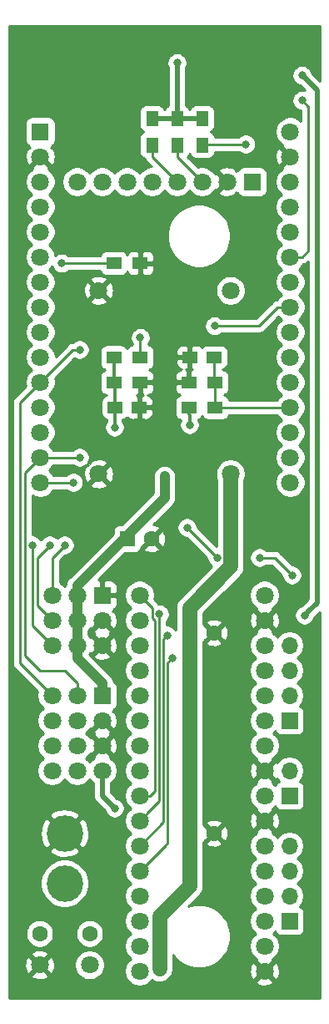
<source format=gbl>
G04 #@! TF.GenerationSoftware,KiCad,Pcbnew,(5.1.9)-1*
G04 #@! TF.CreationDate,2021-04-15T13:52:47+07:00*
G04 #@! TF.ProjectId,pendulumRobotModule,70656e64-756c-4756-9d52-6f626f744d6f,rev?*
G04 #@! TF.SameCoordinates,Original*
G04 #@! TF.FileFunction,Copper,L2,Bot*
G04 #@! TF.FilePolarity,Positive*
%FSLAX46Y46*%
G04 Gerber Fmt 4.6, Leading zero omitted, Abs format (unit mm)*
G04 Created by KiCad (PCBNEW (5.1.9)-1) date 2021-04-15 13:52:47*
%MOMM*%
%LPD*%
G01*
G04 APERTURE LIST*
G04 #@! TA.AperFunction,ComponentPad*
%ADD10C,1.800000*%
G04 #@! TD*
G04 #@! TA.AperFunction,ComponentPad*
%ADD11R,1.800000X1.800000*%
G04 #@! TD*
G04 #@! TA.AperFunction,ComponentPad*
%ADD12R,1.600000X1.600000*%
G04 #@! TD*
G04 #@! TA.AperFunction,ComponentPad*
%ADD13C,1.600000*%
G04 #@! TD*
G04 #@! TA.AperFunction,SMDPad,CuDef*
%ADD14R,1.500000X1.250000*%
G04 #@! TD*
G04 #@! TA.AperFunction,ComponentPad*
%ADD15R,1.700000X1.700000*%
G04 #@! TD*
G04 #@! TA.AperFunction,ComponentPad*
%ADD16O,1.700000X1.700000*%
G04 #@! TD*
G04 #@! TA.AperFunction,SMDPad,CuDef*
%ADD17R,1.500000X1.300000*%
G04 #@! TD*
G04 #@! TA.AperFunction,SMDPad,CuDef*
%ADD18R,1.300000X1.500000*%
G04 #@! TD*
G04 #@! TA.AperFunction,ComponentPad*
%ADD19C,3.700000*%
G04 #@! TD*
G04 #@! TA.AperFunction,ViaPad*
%ADD20C,0.800000*%
G04 #@! TD*
G04 #@! TA.AperFunction,Conductor*
%ADD21C,0.300000*%
G04 #@! TD*
G04 #@! TA.AperFunction,Conductor*
%ADD22C,0.250000*%
G04 #@! TD*
G04 #@! TA.AperFunction,Conductor*
%ADD23C,1.500000*%
G04 #@! TD*
G04 #@! TA.AperFunction,Conductor*
%ADD24C,0.500000*%
G04 #@! TD*
G04 #@! TA.AperFunction,Conductor*
%ADD25C,1.000000*%
G04 #@! TD*
G04 #@! TA.AperFunction,Conductor*
%ADD26C,0.254000*%
G04 #@! TD*
G04 #@! TA.AperFunction,Conductor*
%ADD27C,0.100000*%
G04 #@! TD*
G04 APERTURE END LIST*
D10*
X96520000Y-96520000D03*
X99060000Y-96520000D03*
X101600000Y-96520000D03*
X96520000Y-93980000D03*
X99060000Y-93980000D03*
X101600000Y-93980000D03*
X96520000Y-91440000D03*
X99060000Y-91440000D03*
D11*
X101600000Y-91440000D03*
D10*
X96520000Y-109220000D03*
X99060000Y-109220000D03*
X101600000Y-109220000D03*
X96520000Y-106680000D03*
X99060000Y-106680000D03*
X101600000Y-106680000D03*
X96520000Y-104140000D03*
X99060000Y-104140000D03*
X101600000Y-104140000D03*
X96520000Y-101600000D03*
X99060000Y-101600000D03*
D11*
X101600000Y-101600000D03*
D10*
X120725001Y-44450000D03*
X120725001Y-46990000D03*
X120725001Y-49530000D03*
X120725001Y-52070000D03*
X120725001Y-54610000D03*
X120725001Y-57150000D03*
X120725001Y-59690000D03*
X120725001Y-62230000D03*
X120725001Y-64770000D03*
X120725001Y-67310000D03*
X120725001Y-69850000D03*
X120725001Y-72390000D03*
X120725001Y-74930000D03*
X120725001Y-77470000D03*
X120725001Y-80010000D03*
X95325001Y-80010000D03*
X95325001Y-77470000D03*
X95325001Y-74930000D03*
X95325001Y-72390000D03*
X95325001Y-69850000D03*
X95325001Y-67310000D03*
X95325001Y-64770000D03*
X95325001Y-62230000D03*
X95325001Y-59690000D03*
X95325001Y-57150000D03*
X95325001Y-54610000D03*
X95325001Y-52070000D03*
X95325001Y-49530000D03*
X95325001Y-46990000D03*
D11*
X95325001Y-44450000D03*
D10*
X101250000Y-60550000D03*
X114650000Y-60550000D03*
X114650000Y-79150000D03*
X101250000Y-79150000D03*
X118110000Y-129540000D03*
X118110000Y-127000000D03*
X118110000Y-124460000D03*
X118110000Y-121920000D03*
X118110000Y-119380000D03*
X118110000Y-116840000D03*
X118110000Y-114300000D03*
X118110000Y-111760000D03*
X105410000Y-111760000D03*
X105410000Y-114300000D03*
X105410000Y-116840000D03*
X105410000Y-119380000D03*
X105410000Y-121920000D03*
X105410000Y-124460000D03*
X105410000Y-127000000D03*
X105410000Y-129540000D03*
X99060000Y-49530000D03*
X101600000Y-49530000D03*
X104140000Y-49530000D03*
X106680000Y-49530000D03*
X109220000Y-49530000D03*
X111760000Y-49530000D03*
X114300000Y-49530000D03*
D11*
X116840000Y-49530000D03*
D12*
X110490000Y-95250000D03*
D13*
X112990000Y-95250000D03*
D14*
X102890000Y-72390000D03*
X105390000Y-72390000D03*
X113010000Y-67310000D03*
X110510000Y-67310000D03*
D15*
X120650000Y-111760000D03*
D16*
X120650000Y-109220000D03*
D15*
X120650000Y-104140000D03*
D16*
X120650000Y-101600000D03*
X120650000Y-99060000D03*
X120650000Y-96520000D03*
D15*
X120650000Y-124460000D03*
D16*
X120650000Y-121920000D03*
X120650000Y-119380000D03*
X120650000Y-116840000D03*
D17*
X105490000Y-67310000D03*
X102790000Y-67310000D03*
X102790000Y-69850000D03*
X105490000Y-69850000D03*
D18*
X106680000Y-43100000D03*
X106680000Y-45800000D03*
X109220000Y-43100000D03*
X109220000Y-45800000D03*
D17*
X110410000Y-72390000D03*
X113110000Y-72390000D03*
X113110000Y-69850000D03*
X110410000Y-69850000D03*
D19*
X97790000Y-115570000D03*
X97790000Y-120650000D03*
D13*
X112990000Y-115570000D03*
D12*
X110490000Y-115570000D03*
D13*
X100330000Y-125730000D03*
X95250000Y-125730000D03*
D10*
X105410000Y-109220000D03*
X105410000Y-106680000D03*
X105410000Y-104140000D03*
X105410000Y-101600000D03*
X105410000Y-99060000D03*
X105410000Y-96520000D03*
X105410000Y-93980000D03*
X105410000Y-91440000D03*
X118110000Y-91440000D03*
X118110000Y-93980000D03*
X118110000Y-96520000D03*
X118110000Y-99060000D03*
X118110000Y-101600000D03*
X118110000Y-104140000D03*
X118110000Y-106680000D03*
X118110000Y-109220000D03*
D18*
X111760000Y-45800000D03*
X111760000Y-43100000D03*
D13*
X106640000Y-85725000D03*
D12*
X104140000Y-85725000D03*
D17*
X105490000Y-57785000D03*
X102790000Y-57785000D03*
D10*
X100330000Y-128905000D03*
X95250000Y-128905000D03*
D20*
X114935000Y-104140000D03*
X102870000Y-74422000D03*
X110236000Y-84582000D03*
X113284000Y-87630000D03*
X117602000Y-87630000D03*
X120904000Y-89408000D03*
X110490000Y-74168000D03*
X107442000Y-128270000D03*
X107442000Y-129286000D03*
X122174000Y-93472000D03*
X102870000Y-113030000D03*
X121920000Y-38735000D03*
X109220000Y-37465000D03*
X94488000Y-86360000D03*
X97790000Y-86360000D03*
X97515010Y-57785000D03*
X96266000Y-86360000D03*
X105490000Y-65325000D03*
X113030000Y-64135000D03*
X99314000Y-66548000D03*
X99314000Y-77470000D03*
X98679000Y-80010000D03*
X108712000Y-97790000D03*
X108204000Y-95504000D03*
X107429300Y-93345000D03*
X121920000Y-41275000D03*
X116205000Y-45720000D03*
X107950000Y-79375000D03*
X107950000Y-80264000D03*
D21*
X102870000Y-74422000D02*
X102870000Y-72410000D01*
X102870000Y-72410000D02*
X102890000Y-72390000D01*
X113284000Y-87630000D02*
X110236000Y-84582000D01*
X102890000Y-69950000D02*
X102790000Y-69850000D01*
X102890000Y-72390000D02*
X102890000Y-69950000D01*
X102790000Y-69850000D02*
X102790000Y-67310000D01*
D22*
X117602000Y-87630000D02*
X118110000Y-87630000D01*
X118110000Y-87630000D02*
X119126000Y-87630000D01*
X119126000Y-87630000D02*
X120650000Y-89154000D01*
X120650000Y-89154000D02*
X120904000Y-89408000D01*
D23*
X110490000Y-115570000D02*
X110490000Y-95250000D01*
X110490000Y-95250000D02*
X110490000Y-92710000D01*
X110490000Y-92710000D02*
X114650000Y-88550000D01*
X114650000Y-88550000D02*
X114650000Y-79150000D01*
D21*
X110410000Y-72390000D02*
X110410000Y-73072000D01*
X110410000Y-73072000D02*
X110490000Y-73152000D01*
X110490000Y-73152000D02*
X110490000Y-74168000D01*
D23*
X110490000Y-120904000D02*
X110490000Y-115570000D01*
X107442000Y-128270000D02*
X107442000Y-123952000D01*
X107442000Y-123952000D02*
X110490000Y-120904000D01*
X107442000Y-128270000D02*
X107442000Y-129286000D01*
D22*
X113010000Y-69750000D02*
X113110000Y-69850000D01*
X113010000Y-67310000D02*
X113010000Y-69750000D01*
X113110000Y-71490000D02*
X113110000Y-69850000D01*
X113110000Y-72390000D02*
X113110000Y-71490000D01*
X113110000Y-72390000D02*
X120725001Y-72390000D01*
D24*
X101600000Y-109220000D02*
X101600000Y-111760000D01*
X101600000Y-111760000D02*
X102870000Y-113030000D01*
X122573999Y-93072001D02*
X122174000Y-93472000D01*
X123444000Y-92202000D02*
X122573999Y-93072001D01*
X121920000Y-38735000D02*
X123444000Y-40259000D01*
X123444000Y-40259000D02*
X123444000Y-92202000D01*
X109220000Y-43100000D02*
X106680000Y-43100000D01*
X109220000Y-41830000D02*
X109220000Y-37465000D01*
X109220000Y-41830000D02*
X109220000Y-43100000D01*
X109220000Y-43100000D02*
X111760000Y-43100000D01*
D22*
X94488000Y-94488000D02*
X96520000Y-96520000D01*
X94488000Y-86360000D02*
X94488000Y-94488000D01*
X96520000Y-91440000D02*
X96520000Y-87630000D01*
X96520000Y-87630000D02*
X97790000Y-86360000D01*
X102790000Y-57785000D02*
X101790000Y-57785000D01*
X101790000Y-57785000D02*
X97515010Y-57785000D01*
X96520000Y-93980000D02*
X95620001Y-93080001D01*
X95620001Y-93080001D02*
X94996000Y-92456000D01*
X94996000Y-92456000D02*
X94996000Y-88080998D01*
X94996000Y-88080998D02*
X94996000Y-87884000D01*
X94996000Y-87884000D02*
X94996000Y-87630000D01*
X94996000Y-87630000D02*
X96266000Y-86360000D01*
X105490000Y-65325000D02*
X105490000Y-67310000D01*
X119452209Y-62230000D02*
X120725001Y-62230000D01*
X113030000Y-64135000D02*
X117547209Y-64135000D01*
X117547209Y-64135000D02*
X119452209Y-62230000D01*
X93218000Y-71957001D02*
X95325001Y-69850000D01*
X96520000Y-101600000D02*
X93218000Y-98298000D01*
X93218000Y-98298000D02*
X93218000Y-71957001D01*
X98627001Y-66548000D02*
X99314000Y-66548000D01*
X95325001Y-69850000D02*
X98627001Y-66548000D01*
X106680000Y-46990000D02*
X109220000Y-49530000D01*
X106680000Y-45800000D02*
X106680000Y-46990000D01*
X93726000Y-79069001D02*
X95325001Y-77470000D01*
X93726000Y-97536000D02*
X93726000Y-79069001D01*
X95250000Y-99060000D02*
X93726000Y-97536000D01*
X97790000Y-99060000D02*
X95250000Y-99060000D01*
X99060000Y-101600000D02*
X99060000Y-100330000D01*
X99060000Y-100330000D02*
X97790000Y-99060000D01*
X95325001Y-77470000D02*
X98806000Y-77470000D01*
X98806000Y-77470000D02*
X99060000Y-77470000D01*
X99060000Y-77470000D02*
X99314000Y-77470000D01*
X109220000Y-46990000D02*
X111760000Y-49530000D01*
X109220000Y-45800000D02*
X109220000Y-46990000D01*
X95325001Y-80010000D02*
X98679000Y-80010000D01*
X107950000Y-116840000D02*
X108284030Y-116505970D01*
X108284030Y-116505970D02*
X108284030Y-114602380D01*
X105410000Y-119380000D02*
X107950000Y-116840000D01*
X108284030Y-114602380D02*
X108284030Y-98217970D01*
X108284030Y-98217970D02*
X108712000Y-97790000D01*
X107834020Y-95873980D02*
X108077000Y-95631000D01*
X107834020Y-114415980D02*
X107834020Y-95873980D01*
X105410000Y-116840000D02*
X107834020Y-114415980D01*
X107384010Y-108966000D02*
X107384010Y-93529990D01*
X107384010Y-110168400D02*
X107384010Y-108966000D01*
X105410000Y-114300000D02*
X106309999Y-113400001D01*
X107384010Y-112325990D02*
X107384010Y-110168400D01*
X106309999Y-113400001D02*
X107384010Y-112325990D01*
X106309999Y-92339999D02*
X105410000Y-91440000D01*
X105410000Y-111760000D02*
X106426000Y-111760000D01*
X106426000Y-111760000D02*
X106934000Y-111252000D01*
X106934000Y-111252000D02*
X106934000Y-93980000D01*
X106934000Y-93980000D02*
X106704299Y-93750299D01*
X106704299Y-93750299D02*
X106704299Y-92734299D01*
X106704299Y-92734299D02*
X106309999Y-92339999D01*
X120725001Y-57150000D02*
X121920000Y-57150000D01*
X121920000Y-57150000D02*
X122555000Y-56515000D01*
X122555000Y-56515000D02*
X122555000Y-42545000D01*
X122555000Y-42545000D02*
X122555000Y-41910000D01*
X122555000Y-41910000D02*
X121920000Y-41275000D01*
X111840000Y-45720000D02*
X111760000Y-45800000D01*
X116205000Y-45720000D02*
X111840000Y-45720000D01*
D25*
X99060000Y-91440000D02*
X99060000Y-93980000D01*
X99060000Y-93980000D02*
X99060000Y-96520000D01*
X99060000Y-97792792D02*
X101600000Y-100332792D01*
X99060000Y-96520000D02*
X99060000Y-97792792D01*
X101600000Y-100332792D02*
X101600000Y-101600000D01*
X107950000Y-81534000D02*
X99060000Y-90424000D01*
X107950000Y-79375000D02*
X107950000Y-81534000D01*
X99060000Y-90424000D02*
X99060000Y-91440000D01*
D26*
X123750001Y-39313422D02*
X122926535Y-38489957D01*
X122915226Y-38433102D01*
X122837205Y-38244744D01*
X122723937Y-38075226D01*
X122579774Y-37931063D01*
X122410256Y-37817795D01*
X122221898Y-37739774D01*
X122021939Y-37700000D01*
X121818061Y-37700000D01*
X121618102Y-37739774D01*
X121429744Y-37817795D01*
X121260226Y-37931063D01*
X121116063Y-38075226D01*
X121002795Y-38244744D01*
X120924774Y-38433102D01*
X120885000Y-38633061D01*
X120885000Y-38836939D01*
X120924774Y-39036898D01*
X121002795Y-39225256D01*
X121116063Y-39394774D01*
X121260226Y-39538937D01*
X121429744Y-39652205D01*
X121618102Y-39730226D01*
X121674957Y-39741535D01*
X122211035Y-40277613D01*
X122021939Y-40240000D01*
X121818061Y-40240000D01*
X121618102Y-40279774D01*
X121429744Y-40357795D01*
X121260226Y-40471063D01*
X121116063Y-40615226D01*
X121002795Y-40784744D01*
X120924774Y-40973102D01*
X120885000Y-41173061D01*
X120885000Y-41376939D01*
X120924774Y-41576898D01*
X121002795Y-41765256D01*
X121116063Y-41934774D01*
X121260226Y-42078937D01*
X121429744Y-42192205D01*
X121618102Y-42270226D01*
X121795000Y-42305413D01*
X121795000Y-42582332D01*
X121795001Y-42582342D01*
X121795001Y-43349183D01*
X121703506Y-43257688D01*
X121452096Y-43089701D01*
X121172744Y-42973989D01*
X120876185Y-42915000D01*
X120573817Y-42915000D01*
X120277258Y-42973989D01*
X119997906Y-43089701D01*
X119746496Y-43257688D01*
X119532689Y-43471495D01*
X119364702Y-43722905D01*
X119248990Y-44002257D01*
X119190001Y-44298816D01*
X119190001Y-44601184D01*
X119248990Y-44897743D01*
X119364702Y-45177095D01*
X119532689Y-45428505D01*
X119746496Y-45642312D01*
X119900106Y-45744951D01*
X119840526Y-45925920D01*
X120725001Y-46810395D01*
X120739144Y-46796253D01*
X120918749Y-46975858D01*
X120904606Y-46990000D01*
X120918749Y-47004143D01*
X120739144Y-47183748D01*
X120725001Y-47169605D01*
X119840526Y-48054080D01*
X119900106Y-48235049D01*
X119746496Y-48337688D01*
X119532689Y-48551495D01*
X119364702Y-48802905D01*
X119248990Y-49082257D01*
X119190001Y-49378816D01*
X119190001Y-49681184D01*
X119248990Y-49977743D01*
X119364702Y-50257095D01*
X119532689Y-50508505D01*
X119746496Y-50722312D01*
X119862764Y-50800000D01*
X119746496Y-50877688D01*
X119532689Y-51091495D01*
X119364702Y-51342905D01*
X119248990Y-51622257D01*
X119190001Y-51918816D01*
X119190001Y-52221184D01*
X119248990Y-52517743D01*
X119364702Y-52797095D01*
X119532689Y-53048505D01*
X119746496Y-53262312D01*
X119862764Y-53340000D01*
X119746496Y-53417688D01*
X119532689Y-53631495D01*
X119364702Y-53882905D01*
X119248990Y-54162257D01*
X119190001Y-54458816D01*
X119190001Y-54761184D01*
X119248990Y-55057743D01*
X119364702Y-55337095D01*
X119532689Y-55588505D01*
X119746496Y-55802312D01*
X119862764Y-55880000D01*
X119746496Y-55957688D01*
X119532689Y-56171495D01*
X119364702Y-56422905D01*
X119248990Y-56702257D01*
X119190001Y-56998816D01*
X119190001Y-57301184D01*
X119248990Y-57597743D01*
X119364702Y-57877095D01*
X119532689Y-58128505D01*
X119746496Y-58342312D01*
X119862764Y-58420000D01*
X119746496Y-58497688D01*
X119532689Y-58711495D01*
X119364702Y-58962905D01*
X119248990Y-59242257D01*
X119190001Y-59538816D01*
X119190001Y-59841184D01*
X119248990Y-60137743D01*
X119364702Y-60417095D01*
X119532689Y-60668505D01*
X119746496Y-60882312D01*
X119862764Y-60960000D01*
X119746496Y-61037688D01*
X119532689Y-61251495D01*
X119384703Y-61472972D01*
X119303223Y-61480997D01*
X119159962Y-61524454D01*
X119027933Y-61595026D01*
X118912208Y-61689999D01*
X118888410Y-61718997D01*
X117232408Y-63375000D01*
X113733711Y-63375000D01*
X113689774Y-63331063D01*
X113520256Y-63217795D01*
X113331898Y-63139774D01*
X113131939Y-63100000D01*
X112928061Y-63100000D01*
X112728102Y-63139774D01*
X112539744Y-63217795D01*
X112370226Y-63331063D01*
X112226063Y-63475226D01*
X112112795Y-63644744D01*
X112034774Y-63833102D01*
X111995000Y-64033061D01*
X111995000Y-64236939D01*
X112034774Y-64436898D01*
X112112795Y-64625256D01*
X112226063Y-64794774D01*
X112370226Y-64938937D01*
X112539744Y-65052205D01*
X112728102Y-65130226D01*
X112928061Y-65170000D01*
X113131939Y-65170000D01*
X113331898Y-65130226D01*
X113520256Y-65052205D01*
X113689774Y-64938937D01*
X113733711Y-64895000D01*
X117509887Y-64895000D01*
X117547209Y-64898676D01*
X117584531Y-64895000D01*
X117584542Y-64895000D01*
X117696195Y-64884003D01*
X117839456Y-64840546D01*
X117971485Y-64769974D01*
X118087210Y-64675001D01*
X118111013Y-64645997D01*
X119540597Y-63216413D01*
X119746496Y-63422312D01*
X119862764Y-63500000D01*
X119746496Y-63577688D01*
X119532689Y-63791495D01*
X119364702Y-64042905D01*
X119248990Y-64322257D01*
X119190001Y-64618816D01*
X119190001Y-64921184D01*
X119248990Y-65217743D01*
X119364702Y-65497095D01*
X119532689Y-65748505D01*
X119746496Y-65962312D01*
X119862764Y-66040000D01*
X119746496Y-66117688D01*
X119532689Y-66331495D01*
X119364702Y-66582905D01*
X119248990Y-66862257D01*
X119190001Y-67158816D01*
X119190001Y-67461184D01*
X119248990Y-67757743D01*
X119364702Y-68037095D01*
X119532689Y-68288505D01*
X119746496Y-68502312D01*
X119862764Y-68580000D01*
X119746496Y-68657688D01*
X119532689Y-68871495D01*
X119364702Y-69122905D01*
X119248990Y-69402257D01*
X119190001Y-69698816D01*
X119190001Y-70001184D01*
X119248990Y-70297743D01*
X119364702Y-70577095D01*
X119532689Y-70828505D01*
X119746496Y-71042312D01*
X119862764Y-71120000D01*
X119746496Y-71197688D01*
X119532689Y-71411495D01*
X119386688Y-71630000D01*
X114487238Y-71630000D01*
X114485812Y-71615518D01*
X114449502Y-71495820D01*
X114390537Y-71385506D01*
X114311185Y-71288815D01*
X114214494Y-71209463D01*
X114104180Y-71150498D01*
X114003642Y-71120000D01*
X114104180Y-71089502D01*
X114214494Y-71030537D01*
X114311185Y-70951185D01*
X114390537Y-70854494D01*
X114449502Y-70744180D01*
X114485812Y-70624482D01*
X114498072Y-70500000D01*
X114498072Y-69200000D01*
X114485812Y-69075518D01*
X114449502Y-68955820D01*
X114390537Y-68845506D01*
X114311185Y-68748815D01*
X114214494Y-68669463D01*
X114104180Y-68610498D01*
X113984482Y-68574188D01*
X113866575Y-68562576D01*
X113884482Y-68560812D01*
X114004180Y-68524502D01*
X114114494Y-68465537D01*
X114211185Y-68386185D01*
X114290537Y-68289494D01*
X114349502Y-68179180D01*
X114385812Y-68059482D01*
X114398072Y-67935000D01*
X114398072Y-66685000D01*
X114385812Y-66560518D01*
X114349502Y-66440820D01*
X114290537Y-66330506D01*
X114211185Y-66233815D01*
X114114494Y-66154463D01*
X114004180Y-66095498D01*
X113884482Y-66059188D01*
X113760000Y-66046928D01*
X112260000Y-66046928D01*
X112135518Y-66059188D01*
X112015820Y-66095498D01*
X111905506Y-66154463D01*
X111808815Y-66233815D01*
X111760000Y-66293296D01*
X111711185Y-66233815D01*
X111614494Y-66154463D01*
X111504180Y-66095498D01*
X111384482Y-66059188D01*
X111260000Y-66046928D01*
X110795750Y-66050000D01*
X110637000Y-66208750D01*
X110637000Y-67183000D01*
X110657000Y-67183000D01*
X110657000Y-67437000D01*
X110637000Y-67437000D01*
X110637000Y-68411250D01*
X110790126Y-68564376D01*
X110695750Y-68565000D01*
X110537000Y-68723750D01*
X110537000Y-69723000D01*
X110557000Y-69723000D01*
X110557000Y-69977000D01*
X110537000Y-69977000D01*
X110537000Y-69997000D01*
X110283000Y-69997000D01*
X110283000Y-69977000D01*
X109183750Y-69977000D01*
X109025000Y-70135750D01*
X109021928Y-70500000D01*
X109034188Y-70624482D01*
X109070498Y-70744180D01*
X109129463Y-70854494D01*
X109208815Y-70951185D01*
X109305506Y-71030537D01*
X109415820Y-71089502D01*
X109516358Y-71120000D01*
X109415820Y-71150498D01*
X109305506Y-71209463D01*
X109208815Y-71288815D01*
X109129463Y-71385506D01*
X109070498Y-71495820D01*
X109034188Y-71615518D01*
X109021928Y-71740000D01*
X109021928Y-73040000D01*
X109034188Y-73164482D01*
X109070498Y-73284180D01*
X109129463Y-73394494D01*
X109208815Y-73491185D01*
X109305506Y-73570537D01*
X109415820Y-73629502D01*
X109535518Y-73665812D01*
X109577974Y-73669993D01*
X109572795Y-73677744D01*
X109494774Y-73866102D01*
X109455000Y-74066061D01*
X109455000Y-74269939D01*
X109494774Y-74469898D01*
X109572795Y-74658256D01*
X109686063Y-74827774D01*
X109830226Y-74971937D01*
X109999744Y-75085205D01*
X110188102Y-75163226D01*
X110388061Y-75203000D01*
X110591939Y-75203000D01*
X110791898Y-75163226D01*
X110980256Y-75085205D01*
X111149774Y-74971937D01*
X111293937Y-74827774D01*
X111407205Y-74658256D01*
X111485226Y-74469898D01*
X111525000Y-74269939D01*
X111525000Y-74066061D01*
X111485226Y-73866102D01*
X111407205Y-73677744D01*
X111379893Y-73636869D01*
X111404180Y-73629502D01*
X111514494Y-73570537D01*
X111611185Y-73491185D01*
X111690537Y-73394494D01*
X111749502Y-73284180D01*
X111760000Y-73249573D01*
X111770498Y-73284180D01*
X111829463Y-73394494D01*
X111908815Y-73491185D01*
X112005506Y-73570537D01*
X112115820Y-73629502D01*
X112235518Y-73665812D01*
X112360000Y-73678072D01*
X113860000Y-73678072D01*
X113984482Y-73665812D01*
X114104180Y-73629502D01*
X114214494Y-73570537D01*
X114311185Y-73491185D01*
X114390537Y-73394494D01*
X114449502Y-73284180D01*
X114485812Y-73164482D01*
X114487238Y-73150000D01*
X119386688Y-73150000D01*
X119532689Y-73368505D01*
X119746496Y-73582312D01*
X119862764Y-73660000D01*
X119746496Y-73737688D01*
X119532689Y-73951495D01*
X119364702Y-74202905D01*
X119248990Y-74482257D01*
X119190001Y-74778816D01*
X119190001Y-75081184D01*
X119248990Y-75377743D01*
X119364702Y-75657095D01*
X119532689Y-75908505D01*
X119746496Y-76122312D01*
X119862764Y-76200000D01*
X119746496Y-76277688D01*
X119532689Y-76491495D01*
X119364702Y-76742905D01*
X119248990Y-77022257D01*
X119190001Y-77318816D01*
X119190001Y-77621184D01*
X119248990Y-77917743D01*
X119364702Y-78197095D01*
X119532689Y-78448505D01*
X119746496Y-78662312D01*
X119862764Y-78740000D01*
X119746496Y-78817688D01*
X119532689Y-79031495D01*
X119364702Y-79282905D01*
X119248990Y-79562257D01*
X119190001Y-79858816D01*
X119190001Y-80161184D01*
X119248990Y-80457743D01*
X119364702Y-80737095D01*
X119532689Y-80988505D01*
X119746496Y-81202312D01*
X119997906Y-81370299D01*
X120277258Y-81486011D01*
X120573817Y-81545000D01*
X120876185Y-81545000D01*
X121172744Y-81486011D01*
X121452096Y-81370299D01*
X121703506Y-81202312D01*
X121917313Y-80988505D01*
X122085300Y-80737095D01*
X122201012Y-80457743D01*
X122260001Y-80161184D01*
X122260001Y-79858816D01*
X122201012Y-79562257D01*
X122085300Y-79282905D01*
X121917313Y-79031495D01*
X121703506Y-78817688D01*
X121587238Y-78740000D01*
X121703506Y-78662312D01*
X121917313Y-78448505D01*
X122085300Y-78197095D01*
X122201012Y-77917743D01*
X122260001Y-77621184D01*
X122260001Y-77318816D01*
X122201012Y-77022257D01*
X122085300Y-76742905D01*
X121917313Y-76491495D01*
X121703506Y-76277688D01*
X121587238Y-76200000D01*
X121703506Y-76122312D01*
X121917313Y-75908505D01*
X122085300Y-75657095D01*
X122201012Y-75377743D01*
X122260001Y-75081184D01*
X122260001Y-74778816D01*
X122201012Y-74482257D01*
X122085300Y-74202905D01*
X121917313Y-73951495D01*
X121703506Y-73737688D01*
X121587238Y-73660000D01*
X121703506Y-73582312D01*
X121917313Y-73368505D01*
X122085300Y-73117095D01*
X122201012Y-72837743D01*
X122260001Y-72541184D01*
X122260001Y-72238816D01*
X122201012Y-71942257D01*
X122085300Y-71662905D01*
X121917313Y-71411495D01*
X121703506Y-71197688D01*
X121587238Y-71120000D01*
X121703506Y-71042312D01*
X121917313Y-70828505D01*
X122085300Y-70577095D01*
X122201012Y-70297743D01*
X122260001Y-70001184D01*
X122260001Y-69698816D01*
X122201012Y-69402257D01*
X122085300Y-69122905D01*
X121917313Y-68871495D01*
X121703506Y-68657688D01*
X121587238Y-68580000D01*
X121703506Y-68502312D01*
X121917313Y-68288505D01*
X122085300Y-68037095D01*
X122201012Y-67757743D01*
X122260001Y-67461184D01*
X122260001Y-67158816D01*
X122201012Y-66862257D01*
X122085300Y-66582905D01*
X121917313Y-66331495D01*
X121703506Y-66117688D01*
X121587238Y-66040000D01*
X121703506Y-65962312D01*
X121917313Y-65748505D01*
X122085300Y-65497095D01*
X122201012Y-65217743D01*
X122260001Y-64921184D01*
X122260001Y-64618816D01*
X122201012Y-64322257D01*
X122085300Y-64042905D01*
X121917313Y-63791495D01*
X121703506Y-63577688D01*
X121587238Y-63500000D01*
X121703506Y-63422312D01*
X121917313Y-63208505D01*
X122085300Y-62957095D01*
X122201012Y-62677743D01*
X122260001Y-62381184D01*
X122260001Y-62078816D01*
X122201012Y-61782257D01*
X122085300Y-61502905D01*
X121917313Y-61251495D01*
X121703506Y-61037688D01*
X121587238Y-60960000D01*
X121703506Y-60882312D01*
X121917313Y-60668505D01*
X122085300Y-60417095D01*
X122201012Y-60137743D01*
X122260001Y-59841184D01*
X122260001Y-59538816D01*
X122201012Y-59242257D01*
X122085300Y-58962905D01*
X121917313Y-58711495D01*
X121703506Y-58497688D01*
X121587238Y-58420000D01*
X121703506Y-58342312D01*
X121917313Y-58128505D01*
X122071087Y-57898366D01*
X122212247Y-57855546D01*
X122344276Y-57784974D01*
X122460001Y-57690001D01*
X122483803Y-57660998D01*
X122559000Y-57585801D01*
X122559001Y-91835420D01*
X121978953Y-92415469D01*
X121928957Y-92465465D01*
X121872102Y-92476774D01*
X121683744Y-92554795D01*
X121514226Y-92668063D01*
X121370063Y-92812226D01*
X121256795Y-92981744D01*
X121178774Y-93170102D01*
X121139000Y-93370061D01*
X121139000Y-93573939D01*
X121178774Y-93773898D01*
X121256795Y-93962256D01*
X121370063Y-94131774D01*
X121514226Y-94275937D01*
X121683744Y-94389205D01*
X121872102Y-94467226D01*
X122072061Y-94507000D01*
X122275939Y-94507000D01*
X122475898Y-94467226D01*
X122664256Y-94389205D01*
X122833774Y-94275937D01*
X122977937Y-94131774D01*
X123091205Y-93962256D01*
X123169226Y-93773898D01*
X123180535Y-93717043D01*
X123750000Y-93147578D01*
X123750000Y-132310000D01*
X92150000Y-132310000D01*
X92150000Y-129969080D01*
X94365525Y-129969080D01*
X94449208Y-130223261D01*
X94721775Y-130354158D01*
X95014642Y-130429365D01*
X95316553Y-130445991D01*
X95615907Y-130403397D01*
X95901199Y-130303222D01*
X96050792Y-130223261D01*
X96134475Y-129969080D01*
X95250000Y-129084605D01*
X94365525Y-129969080D01*
X92150000Y-129969080D01*
X92150000Y-128971553D01*
X93709009Y-128971553D01*
X93751603Y-129270907D01*
X93851778Y-129556199D01*
X93931739Y-129705792D01*
X94185920Y-129789475D01*
X95070395Y-128905000D01*
X95429605Y-128905000D01*
X96314080Y-129789475D01*
X96568261Y-129705792D01*
X96699158Y-129433225D01*
X96774365Y-129140358D01*
X96790991Y-128838447D01*
X96778950Y-128753816D01*
X98795000Y-128753816D01*
X98795000Y-129056184D01*
X98853989Y-129352743D01*
X98969701Y-129632095D01*
X99137688Y-129883505D01*
X99351495Y-130097312D01*
X99602905Y-130265299D01*
X99882257Y-130381011D01*
X100178816Y-130440000D01*
X100481184Y-130440000D01*
X100777743Y-130381011D01*
X101057095Y-130265299D01*
X101308505Y-130097312D01*
X101522312Y-129883505D01*
X101690299Y-129632095D01*
X101806011Y-129352743D01*
X101865000Y-129056184D01*
X101865000Y-128753816D01*
X101806011Y-128457257D01*
X101690299Y-128177905D01*
X101522312Y-127926495D01*
X101308505Y-127712688D01*
X101057095Y-127544701D01*
X100777743Y-127428989D01*
X100481184Y-127370000D01*
X100178816Y-127370000D01*
X99882257Y-127428989D01*
X99602905Y-127544701D01*
X99351495Y-127712688D01*
X99137688Y-127926495D01*
X98969701Y-128177905D01*
X98853989Y-128457257D01*
X98795000Y-128753816D01*
X96778950Y-128753816D01*
X96748397Y-128539093D01*
X96648222Y-128253801D01*
X96568261Y-128104208D01*
X96314080Y-128020525D01*
X95429605Y-128905000D01*
X95070395Y-128905000D01*
X94185920Y-128020525D01*
X93931739Y-128104208D01*
X93800842Y-128376775D01*
X93725635Y-128669642D01*
X93709009Y-128971553D01*
X92150000Y-128971553D01*
X92150000Y-127840920D01*
X94365525Y-127840920D01*
X95250000Y-128725395D01*
X96134475Y-127840920D01*
X96050792Y-127586739D01*
X95778225Y-127455842D01*
X95485358Y-127380635D01*
X95183447Y-127364009D01*
X94884093Y-127406603D01*
X94598801Y-127506778D01*
X94449208Y-127586739D01*
X94365525Y-127840920D01*
X92150000Y-127840920D01*
X92150000Y-125588665D01*
X93815000Y-125588665D01*
X93815000Y-125871335D01*
X93870147Y-126148574D01*
X93978320Y-126409727D01*
X94135363Y-126644759D01*
X94335241Y-126844637D01*
X94570273Y-127001680D01*
X94831426Y-127109853D01*
X95108665Y-127165000D01*
X95391335Y-127165000D01*
X95668574Y-127109853D01*
X95929727Y-127001680D01*
X96164759Y-126844637D01*
X96364637Y-126644759D01*
X96521680Y-126409727D01*
X96629853Y-126148574D01*
X96685000Y-125871335D01*
X96685000Y-125588665D01*
X98895000Y-125588665D01*
X98895000Y-125871335D01*
X98950147Y-126148574D01*
X99058320Y-126409727D01*
X99215363Y-126644759D01*
X99415241Y-126844637D01*
X99650273Y-127001680D01*
X99911426Y-127109853D01*
X100188665Y-127165000D01*
X100471335Y-127165000D01*
X100748574Y-127109853D01*
X101009727Y-127001680D01*
X101244759Y-126844637D01*
X101444637Y-126644759D01*
X101601680Y-126409727D01*
X101709853Y-126148574D01*
X101765000Y-125871335D01*
X101765000Y-125588665D01*
X101709853Y-125311426D01*
X101601680Y-125050273D01*
X101444637Y-124815241D01*
X101244759Y-124615363D01*
X101009727Y-124458320D01*
X100748574Y-124350147D01*
X100471335Y-124295000D01*
X100188665Y-124295000D01*
X99911426Y-124350147D01*
X99650273Y-124458320D01*
X99415241Y-124615363D01*
X99215363Y-124815241D01*
X99058320Y-125050273D01*
X98950147Y-125311426D01*
X98895000Y-125588665D01*
X96685000Y-125588665D01*
X96629853Y-125311426D01*
X96521680Y-125050273D01*
X96364637Y-124815241D01*
X96164759Y-124615363D01*
X95929727Y-124458320D01*
X95668574Y-124350147D01*
X95391335Y-124295000D01*
X95108665Y-124295000D01*
X94831426Y-124350147D01*
X94570273Y-124458320D01*
X94335241Y-124615363D01*
X94135363Y-124815241D01*
X93978320Y-125050273D01*
X93870147Y-125311426D01*
X93815000Y-125588665D01*
X92150000Y-125588665D01*
X92150000Y-120405249D01*
X95305000Y-120405249D01*
X95305000Y-120894751D01*
X95400497Y-121374848D01*
X95587821Y-121827089D01*
X95859774Y-122234095D01*
X96205905Y-122580226D01*
X96612911Y-122852179D01*
X97065152Y-123039503D01*
X97545249Y-123135000D01*
X98034751Y-123135000D01*
X98514848Y-123039503D01*
X98967089Y-122852179D01*
X99374095Y-122580226D01*
X99720226Y-122234095D01*
X99992179Y-121827089D01*
X100179503Y-121374848D01*
X100275000Y-120894751D01*
X100275000Y-120405249D01*
X100179503Y-119925152D01*
X99992179Y-119472911D01*
X99720226Y-119065905D01*
X99374095Y-118719774D01*
X98967089Y-118447821D01*
X98514848Y-118260497D01*
X98034751Y-118165000D01*
X97545249Y-118165000D01*
X97065152Y-118260497D01*
X96612911Y-118447821D01*
X96205905Y-118719774D01*
X95859774Y-119065905D01*
X95587821Y-119472911D01*
X95400497Y-119925152D01*
X95305000Y-120405249D01*
X92150000Y-120405249D01*
X92150000Y-117310772D01*
X96228833Y-117310772D01*
X96426931Y-117662168D01*
X96861284Y-117887890D01*
X97331327Y-118024536D01*
X97818996Y-118066856D01*
X98305552Y-118013222D01*
X98772294Y-117865697D01*
X99153069Y-117662168D01*
X99351167Y-117310772D01*
X97790000Y-115749605D01*
X96228833Y-117310772D01*
X92150000Y-117310772D01*
X92150000Y-115598996D01*
X95293144Y-115598996D01*
X95346778Y-116085552D01*
X95494303Y-116552294D01*
X95697832Y-116933069D01*
X96049228Y-117131167D01*
X97610395Y-115570000D01*
X97969605Y-115570000D01*
X99530772Y-117131167D01*
X99882168Y-116933069D01*
X100107890Y-116498716D01*
X100244536Y-116028673D01*
X100286856Y-115541004D01*
X100233222Y-115054448D01*
X100085697Y-114587706D01*
X99882168Y-114206931D01*
X99530772Y-114008833D01*
X97969605Y-115570000D01*
X97610395Y-115570000D01*
X96049228Y-114008833D01*
X95697832Y-114206931D01*
X95472110Y-114641284D01*
X95335464Y-115111327D01*
X95293144Y-115598996D01*
X92150000Y-115598996D01*
X92150000Y-113829228D01*
X96228833Y-113829228D01*
X97790000Y-115390395D01*
X99351167Y-113829228D01*
X99153069Y-113477832D01*
X98718716Y-113252110D01*
X98248673Y-113115464D01*
X97761004Y-113073144D01*
X97274448Y-113126778D01*
X96807706Y-113274303D01*
X96426931Y-113477832D01*
X96228833Y-113829228D01*
X92150000Y-113829228D01*
X92150000Y-71957001D01*
X92454324Y-71957001D01*
X92458001Y-71994334D01*
X92458000Y-98260678D01*
X92454324Y-98298000D01*
X92458000Y-98335322D01*
X92458000Y-98335332D01*
X92468997Y-98446985D01*
X92499941Y-98548996D01*
X92512454Y-98590246D01*
X92583026Y-98722276D01*
X92620348Y-98767753D01*
X92677999Y-98838001D01*
X92707003Y-98861804D01*
X95036269Y-101191070D01*
X94985000Y-101448816D01*
X94985000Y-101751184D01*
X95043989Y-102047743D01*
X95159701Y-102327095D01*
X95327688Y-102578505D01*
X95541495Y-102792312D01*
X95657763Y-102870000D01*
X95541495Y-102947688D01*
X95327688Y-103161495D01*
X95159701Y-103412905D01*
X95043989Y-103692257D01*
X94985000Y-103988816D01*
X94985000Y-104291184D01*
X95043989Y-104587743D01*
X95159701Y-104867095D01*
X95327688Y-105118505D01*
X95541495Y-105332312D01*
X95657763Y-105410000D01*
X95541495Y-105487688D01*
X95327688Y-105701495D01*
X95159701Y-105952905D01*
X95043989Y-106232257D01*
X94985000Y-106528816D01*
X94985000Y-106831184D01*
X95043989Y-107127743D01*
X95159701Y-107407095D01*
X95327688Y-107658505D01*
X95541495Y-107872312D01*
X95657763Y-107950000D01*
X95541495Y-108027688D01*
X95327688Y-108241495D01*
X95159701Y-108492905D01*
X95043989Y-108772257D01*
X94985000Y-109068816D01*
X94985000Y-109371184D01*
X95043989Y-109667743D01*
X95159701Y-109947095D01*
X95327688Y-110198505D01*
X95541495Y-110412312D01*
X95792905Y-110580299D01*
X96072257Y-110696011D01*
X96368816Y-110755000D01*
X96671184Y-110755000D01*
X96967743Y-110696011D01*
X97247095Y-110580299D01*
X97498505Y-110412312D01*
X97712312Y-110198505D01*
X97790000Y-110082237D01*
X97867688Y-110198505D01*
X98081495Y-110412312D01*
X98332905Y-110580299D01*
X98612257Y-110696011D01*
X98908816Y-110755000D01*
X99211184Y-110755000D01*
X99507743Y-110696011D01*
X99787095Y-110580299D01*
X100038505Y-110412312D01*
X100252312Y-110198505D01*
X100330000Y-110082237D01*
X100407688Y-110198505D01*
X100621495Y-110412312D01*
X100715000Y-110474790D01*
X100715001Y-111716521D01*
X100710719Y-111760000D01*
X100727805Y-111933490D01*
X100778412Y-112100313D01*
X100860590Y-112254059D01*
X100943468Y-112355046D01*
X100943471Y-112355049D01*
X100971184Y-112388817D01*
X101004951Y-112416529D01*
X101863465Y-113275044D01*
X101874774Y-113331898D01*
X101952795Y-113520256D01*
X102066063Y-113689774D01*
X102210226Y-113833937D01*
X102379744Y-113947205D01*
X102568102Y-114025226D01*
X102768061Y-114065000D01*
X102971939Y-114065000D01*
X103171898Y-114025226D01*
X103360256Y-113947205D01*
X103529774Y-113833937D01*
X103673937Y-113689774D01*
X103787205Y-113520256D01*
X103865226Y-113331898D01*
X103905000Y-113131939D01*
X103905000Y-112928061D01*
X103865226Y-112728102D01*
X103787205Y-112539744D01*
X103673937Y-112370226D01*
X103529774Y-112226063D01*
X103360256Y-112112795D01*
X103171898Y-112034774D01*
X103115044Y-112023465D01*
X102485000Y-111393422D01*
X102485000Y-110474790D01*
X102578505Y-110412312D01*
X102792312Y-110198505D01*
X102960299Y-109947095D01*
X103076011Y-109667743D01*
X103135000Y-109371184D01*
X103135000Y-109068816D01*
X103076011Y-108772257D01*
X102960299Y-108492905D01*
X102792312Y-108241495D01*
X102578505Y-108027688D01*
X102424895Y-107925049D01*
X102484475Y-107744080D01*
X101600000Y-106859605D01*
X100715525Y-107744080D01*
X100775105Y-107925049D01*
X100621495Y-108027688D01*
X100407688Y-108241495D01*
X100330000Y-108357763D01*
X100252312Y-108241495D01*
X100038505Y-108027688D01*
X99922237Y-107950000D01*
X100038505Y-107872312D01*
X100252312Y-107658505D01*
X100354951Y-107504895D01*
X100535920Y-107564475D01*
X101420395Y-106680000D01*
X101779605Y-106680000D01*
X102664080Y-107564475D01*
X102918261Y-107480792D01*
X103049158Y-107208225D01*
X103124365Y-106915358D01*
X103140991Y-106613447D01*
X103098397Y-106314093D01*
X102998222Y-106028801D01*
X102918261Y-105879208D01*
X102664080Y-105795525D01*
X101779605Y-106680000D01*
X101420395Y-106680000D01*
X100535920Y-105795525D01*
X100354951Y-105855105D01*
X100252312Y-105701495D01*
X100038505Y-105487688D01*
X99922237Y-105410000D01*
X100038505Y-105332312D01*
X100166737Y-105204080D01*
X100715525Y-105204080D01*
X100783319Y-105410000D01*
X100715525Y-105615920D01*
X101600000Y-106500395D01*
X102484475Y-105615920D01*
X102416681Y-105410000D01*
X102484475Y-105204080D01*
X101600000Y-104319605D01*
X100715525Y-105204080D01*
X100166737Y-105204080D01*
X100252312Y-105118505D01*
X100354951Y-104964895D01*
X100535920Y-105024475D01*
X101420395Y-104140000D01*
X101406253Y-104125858D01*
X101585858Y-103946253D01*
X101600000Y-103960395D01*
X101614143Y-103946253D01*
X101793748Y-104125858D01*
X101779605Y-104140000D01*
X102664080Y-105024475D01*
X102918261Y-104940792D01*
X103049158Y-104668225D01*
X103124365Y-104375358D01*
X103140991Y-104073447D01*
X103098397Y-103774093D01*
X102998222Y-103488801D01*
X102918261Y-103339208D01*
X102664082Y-103255526D01*
X102780030Y-103139578D01*
X102733265Y-103092813D01*
X102744180Y-103089502D01*
X102854494Y-103030537D01*
X102951185Y-102951185D01*
X103030537Y-102854494D01*
X103089502Y-102744180D01*
X103125812Y-102624482D01*
X103138072Y-102500000D01*
X103138072Y-100700000D01*
X103125812Y-100575518D01*
X103089502Y-100455820D01*
X103030537Y-100345506D01*
X102951185Y-100248815D01*
X102854494Y-100169463D01*
X102744180Y-100110498D01*
X102716051Y-100101965D01*
X102653676Y-99896345D01*
X102548284Y-99699169D01*
X102406449Y-99526343D01*
X102363141Y-99490801D01*
X100456420Y-97584080D01*
X100715525Y-97584080D01*
X100799208Y-97838261D01*
X101071775Y-97969158D01*
X101364642Y-98044365D01*
X101666553Y-98060991D01*
X101965907Y-98018397D01*
X102251199Y-97918222D01*
X102400792Y-97838261D01*
X102484475Y-97584080D01*
X101600000Y-96699605D01*
X100715525Y-97584080D01*
X100456420Y-97584080D01*
X100299789Y-97427450D01*
X100354951Y-97344895D01*
X100535920Y-97404475D01*
X101420395Y-96520000D01*
X101779605Y-96520000D01*
X102664080Y-97404475D01*
X102918261Y-97320792D01*
X103049158Y-97048225D01*
X103124365Y-96755358D01*
X103140991Y-96453447D01*
X103098397Y-96154093D01*
X102998222Y-95868801D01*
X102918261Y-95719208D01*
X102664080Y-95635525D01*
X101779605Y-96520000D01*
X101420395Y-96520000D01*
X100535920Y-95635525D01*
X100354951Y-95695105D01*
X100252312Y-95541495D01*
X100195000Y-95484183D01*
X100195000Y-95044080D01*
X100715525Y-95044080D01*
X100783319Y-95250000D01*
X100715525Y-95455920D01*
X101600000Y-96340395D01*
X102484475Y-95455920D01*
X102416681Y-95250000D01*
X102484475Y-95044080D01*
X101600000Y-94159605D01*
X100715525Y-95044080D01*
X100195000Y-95044080D01*
X100195000Y-95015817D01*
X100252312Y-94958505D01*
X100354951Y-94804895D01*
X100535920Y-94864475D01*
X101420395Y-93980000D01*
X101406253Y-93965858D01*
X101585858Y-93786253D01*
X101600000Y-93800395D01*
X101614143Y-93786253D01*
X101793748Y-93965858D01*
X101779605Y-93980000D01*
X102664080Y-94864475D01*
X102918261Y-94780792D01*
X103049158Y-94508225D01*
X103124365Y-94215358D01*
X103140991Y-93913447D01*
X103098397Y-93614093D01*
X102998222Y-93328801D01*
X102918261Y-93179208D01*
X102664082Y-93095526D01*
X102780030Y-92979578D01*
X102733265Y-92932813D01*
X102744180Y-92929502D01*
X102854494Y-92870537D01*
X102951185Y-92791185D01*
X103030537Y-92694494D01*
X103089502Y-92584180D01*
X103125812Y-92464482D01*
X103138072Y-92340000D01*
X103135000Y-91725750D01*
X102976250Y-91567000D01*
X101727000Y-91567000D01*
X101727000Y-91587000D01*
X101473000Y-91587000D01*
X101473000Y-91567000D01*
X101453000Y-91567000D01*
X101453000Y-91313000D01*
X101473000Y-91313000D01*
X101473000Y-90063750D01*
X101727000Y-90063750D01*
X101727000Y-91313000D01*
X102976250Y-91313000D01*
X103000434Y-91288816D01*
X103875000Y-91288816D01*
X103875000Y-91591184D01*
X103933989Y-91887743D01*
X104049701Y-92167095D01*
X104217688Y-92418505D01*
X104431495Y-92632312D01*
X104547763Y-92710000D01*
X104431495Y-92787688D01*
X104217688Y-93001495D01*
X104049701Y-93252905D01*
X103933989Y-93532257D01*
X103875000Y-93828816D01*
X103875000Y-94131184D01*
X103933989Y-94427743D01*
X104049701Y-94707095D01*
X104217688Y-94958505D01*
X104431495Y-95172312D01*
X104547763Y-95250000D01*
X104431495Y-95327688D01*
X104217688Y-95541495D01*
X104049701Y-95792905D01*
X103933989Y-96072257D01*
X103875000Y-96368816D01*
X103875000Y-96671184D01*
X103933989Y-96967743D01*
X104049701Y-97247095D01*
X104217688Y-97498505D01*
X104431495Y-97712312D01*
X104547763Y-97790000D01*
X104431495Y-97867688D01*
X104217688Y-98081495D01*
X104049701Y-98332905D01*
X103933989Y-98612257D01*
X103875000Y-98908816D01*
X103875000Y-99211184D01*
X103933989Y-99507743D01*
X104049701Y-99787095D01*
X104217688Y-100038505D01*
X104431495Y-100252312D01*
X104547763Y-100330000D01*
X104431495Y-100407688D01*
X104217688Y-100621495D01*
X104049701Y-100872905D01*
X103933989Y-101152257D01*
X103875000Y-101448816D01*
X103875000Y-101751184D01*
X103933989Y-102047743D01*
X104049701Y-102327095D01*
X104217688Y-102578505D01*
X104431495Y-102792312D01*
X104547763Y-102870000D01*
X104431495Y-102947688D01*
X104217688Y-103161495D01*
X104049701Y-103412905D01*
X103933989Y-103692257D01*
X103875000Y-103988816D01*
X103875000Y-104291184D01*
X103933989Y-104587743D01*
X104049701Y-104867095D01*
X104217688Y-105118505D01*
X104431495Y-105332312D01*
X104547763Y-105410000D01*
X104431495Y-105487688D01*
X104217688Y-105701495D01*
X104049701Y-105952905D01*
X103933989Y-106232257D01*
X103875000Y-106528816D01*
X103875000Y-106831184D01*
X103933989Y-107127743D01*
X104049701Y-107407095D01*
X104217688Y-107658505D01*
X104431495Y-107872312D01*
X104547763Y-107950000D01*
X104431495Y-108027688D01*
X104217688Y-108241495D01*
X104049701Y-108492905D01*
X103933989Y-108772257D01*
X103875000Y-109068816D01*
X103875000Y-109371184D01*
X103933989Y-109667743D01*
X104049701Y-109947095D01*
X104217688Y-110198505D01*
X104431495Y-110412312D01*
X104547763Y-110490000D01*
X104431495Y-110567688D01*
X104217688Y-110781495D01*
X104049701Y-111032905D01*
X103933989Y-111312257D01*
X103875000Y-111608816D01*
X103875000Y-111911184D01*
X103933989Y-112207743D01*
X104049701Y-112487095D01*
X104217688Y-112738505D01*
X104431495Y-112952312D01*
X104547763Y-113030000D01*
X104431495Y-113107688D01*
X104217688Y-113321495D01*
X104049701Y-113572905D01*
X103933989Y-113852257D01*
X103875000Y-114148816D01*
X103875000Y-114451184D01*
X103933989Y-114747743D01*
X104049701Y-115027095D01*
X104217688Y-115278505D01*
X104431495Y-115492312D01*
X104547763Y-115570000D01*
X104431495Y-115647688D01*
X104217688Y-115861495D01*
X104049701Y-116112905D01*
X103933989Y-116392257D01*
X103875000Y-116688816D01*
X103875000Y-116991184D01*
X103933989Y-117287743D01*
X104049701Y-117567095D01*
X104217688Y-117818505D01*
X104431495Y-118032312D01*
X104547763Y-118110000D01*
X104431495Y-118187688D01*
X104217688Y-118401495D01*
X104049701Y-118652905D01*
X103933989Y-118932257D01*
X103875000Y-119228816D01*
X103875000Y-119531184D01*
X103933989Y-119827743D01*
X104049701Y-120107095D01*
X104217688Y-120358505D01*
X104431495Y-120572312D01*
X104547763Y-120650000D01*
X104431495Y-120727688D01*
X104217688Y-120941495D01*
X104049701Y-121192905D01*
X103933989Y-121472257D01*
X103875000Y-121768816D01*
X103875000Y-122071184D01*
X103933989Y-122367743D01*
X104049701Y-122647095D01*
X104217688Y-122898505D01*
X104431495Y-123112312D01*
X104547763Y-123190000D01*
X104431495Y-123267688D01*
X104217688Y-123481495D01*
X104049701Y-123732905D01*
X103933989Y-124012257D01*
X103875000Y-124308816D01*
X103875000Y-124611184D01*
X103933989Y-124907743D01*
X104049701Y-125187095D01*
X104217688Y-125438505D01*
X104431495Y-125652312D01*
X104547763Y-125730000D01*
X104431495Y-125807688D01*
X104217688Y-126021495D01*
X104049701Y-126272905D01*
X103933989Y-126552257D01*
X103875000Y-126848816D01*
X103875000Y-127151184D01*
X103933989Y-127447743D01*
X104049701Y-127727095D01*
X104217688Y-127978505D01*
X104431495Y-128192312D01*
X104547763Y-128270000D01*
X104431495Y-128347688D01*
X104217688Y-128561495D01*
X104049701Y-128812905D01*
X103933989Y-129092257D01*
X103875000Y-129388816D01*
X103875000Y-129691184D01*
X103933989Y-129987743D01*
X104049701Y-130267095D01*
X104217688Y-130518505D01*
X104431495Y-130732312D01*
X104682905Y-130900299D01*
X104962257Y-131016011D01*
X105258816Y-131075000D01*
X105561184Y-131075000D01*
X105857743Y-131016011D01*
X106137095Y-130900299D01*
X106388505Y-130732312D01*
X106602312Y-130518505D01*
X106658379Y-130434594D01*
X106668813Y-130443157D01*
X106909420Y-130571764D01*
X107170494Y-130650960D01*
X107442000Y-130677701D01*
X107713507Y-130650960D01*
X107868049Y-130604080D01*
X117225525Y-130604080D01*
X117309208Y-130858261D01*
X117581775Y-130989158D01*
X117874642Y-131064365D01*
X118176553Y-131080991D01*
X118475907Y-131038397D01*
X118761199Y-130938222D01*
X118910792Y-130858261D01*
X118994475Y-130604080D01*
X118110000Y-129719605D01*
X117225525Y-130604080D01*
X107868049Y-130604080D01*
X107974581Y-130571764D01*
X108215188Y-130443157D01*
X108426081Y-130270081D01*
X108599157Y-130059188D01*
X108727764Y-129818581D01*
X108792082Y-129606553D01*
X116569009Y-129606553D01*
X116611603Y-129905907D01*
X116711778Y-130191199D01*
X116791739Y-130340792D01*
X117045920Y-130424475D01*
X117930395Y-129540000D01*
X118289605Y-129540000D01*
X119174080Y-130424475D01*
X119428261Y-130340792D01*
X119559158Y-130068225D01*
X119634365Y-129775358D01*
X119650991Y-129473447D01*
X119608397Y-129174093D01*
X119508222Y-128888801D01*
X119428261Y-128739208D01*
X119174080Y-128655525D01*
X118289605Y-129540000D01*
X117930395Y-129540000D01*
X117045920Y-128655525D01*
X116791739Y-128739208D01*
X116660842Y-129011775D01*
X116585635Y-129304642D01*
X116569009Y-129606553D01*
X108792082Y-129606553D01*
X108806960Y-129557507D01*
X108827000Y-129354037D01*
X108827000Y-127917816D01*
X108933425Y-128077093D01*
X109382907Y-128526575D01*
X109911442Y-128879730D01*
X110498719Y-129122988D01*
X111122168Y-129247000D01*
X111757832Y-129247000D01*
X112381281Y-129122988D01*
X112968558Y-128879730D01*
X113497093Y-128526575D01*
X113946575Y-128077093D01*
X114299730Y-127548558D01*
X114542988Y-126961281D01*
X114667000Y-126337832D01*
X114667000Y-125702168D01*
X114542988Y-125078719D01*
X114299730Y-124491442D01*
X113946575Y-123962907D01*
X113497093Y-123513425D01*
X112968558Y-123160270D01*
X112381281Y-122917012D01*
X111757832Y-122793000D01*
X111122168Y-122793000D01*
X110498719Y-122917012D01*
X110391094Y-122961592D01*
X111421241Y-121931445D01*
X111474080Y-121888081D01*
X111517445Y-121835241D01*
X111517452Y-121835234D01*
X111587932Y-121749353D01*
X111647157Y-121677188D01*
X111775764Y-121436581D01*
X111842498Y-121216589D01*
X111854960Y-121175508D01*
X111857265Y-121152108D01*
X111875000Y-120972037D01*
X111875000Y-120972029D01*
X111881700Y-120904000D01*
X111875000Y-120835971D01*
X111875000Y-116622603D01*
X111879502Y-116614180D01*
X111895117Y-116562702D01*
X112176903Y-116562702D01*
X112248486Y-116806671D01*
X112503996Y-116927571D01*
X112778184Y-116996300D01*
X113060512Y-117010217D01*
X113340130Y-116968787D01*
X113606292Y-116873603D01*
X113731514Y-116806671D01*
X113766093Y-116688816D01*
X116575000Y-116688816D01*
X116575000Y-116991184D01*
X116633989Y-117287743D01*
X116749701Y-117567095D01*
X116917688Y-117818505D01*
X117131495Y-118032312D01*
X117247763Y-118110000D01*
X117131495Y-118187688D01*
X116917688Y-118401495D01*
X116749701Y-118652905D01*
X116633989Y-118932257D01*
X116575000Y-119228816D01*
X116575000Y-119531184D01*
X116633989Y-119827743D01*
X116749701Y-120107095D01*
X116917688Y-120358505D01*
X117131495Y-120572312D01*
X117247763Y-120650000D01*
X117131495Y-120727688D01*
X116917688Y-120941495D01*
X116749701Y-121192905D01*
X116633989Y-121472257D01*
X116575000Y-121768816D01*
X116575000Y-122071184D01*
X116633989Y-122367743D01*
X116749701Y-122647095D01*
X116917688Y-122898505D01*
X117131495Y-123112312D01*
X117247763Y-123190000D01*
X117131495Y-123267688D01*
X116917688Y-123481495D01*
X116749701Y-123732905D01*
X116633989Y-124012257D01*
X116575000Y-124308816D01*
X116575000Y-124611184D01*
X116633989Y-124907743D01*
X116749701Y-125187095D01*
X116917688Y-125438505D01*
X117131495Y-125652312D01*
X117247763Y-125730000D01*
X117131495Y-125807688D01*
X116917688Y-126021495D01*
X116749701Y-126272905D01*
X116633989Y-126552257D01*
X116575000Y-126848816D01*
X116575000Y-127151184D01*
X116633989Y-127447743D01*
X116749701Y-127727095D01*
X116917688Y-127978505D01*
X117131495Y-128192312D01*
X117285105Y-128294951D01*
X117225525Y-128475920D01*
X118110000Y-129360395D01*
X118994475Y-128475920D01*
X118934895Y-128294951D01*
X119088505Y-128192312D01*
X119302312Y-127978505D01*
X119470299Y-127727095D01*
X119586011Y-127447743D01*
X119645000Y-127151184D01*
X119645000Y-126848816D01*
X119586011Y-126552257D01*
X119470299Y-126272905D01*
X119302312Y-126021495D01*
X119088505Y-125807688D01*
X118972237Y-125730000D01*
X119088505Y-125652312D01*
X119204944Y-125535873D01*
X119210498Y-125554180D01*
X119269463Y-125664494D01*
X119348815Y-125761185D01*
X119445506Y-125840537D01*
X119555820Y-125899502D01*
X119675518Y-125935812D01*
X119800000Y-125948072D01*
X121500000Y-125948072D01*
X121624482Y-125935812D01*
X121744180Y-125899502D01*
X121854494Y-125840537D01*
X121951185Y-125761185D01*
X122030537Y-125664494D01*
X122089502Y-125554180D01*
X122125812Y-125434482D01*
X122138072Y-125310000D01*
X122138072Y-123610000D01*
X122125812Y-123485518D01*
X122089502Y-123365820D01*
X122030537Y-123255506D01*
X121951185Y-123158815D01*
X121854494Y-123079463D01*
X121744180Y-123020498D01*
X121671620Y-122998487D01*
X121803475Y-122866632D01*
X121965990Y-122623411D01*
X122077932Y-122353158D01*
X122135000Y-122066260D01*
X122135000Y-121773740D01*
X122077932Y-121486842D01*
X121965990Y-121216589D01*
X121803475Y-120973368D01*
X121596632Y-120766525D01*
X121422240Y-120650000D01*
X121596632Y-120533475D01*
X121803475Y-120326632D01*
X121965990Y-120083411D01*
X122077932Y-119813158D01*
X122135000Y-119526260D01*
X122135000Y-119233740D01*
X122077932Y-118946842D01*
X121965990Y-118676589D01*
X121803475Y-118433368D01*
X121596632Y-118226525D01*
X121422240Y-118110000D01*
X121596632Y-117993475D01*
X121803475Y-117786632D01*
X121965990Y-117543411D01*
X122077932Y-117273158D01*
X122135000Y-116986260D01*
X122135000Y-116693740D01*
X122077932Y-116406842D01*
X121965990Y-116136589D01*
X121803475Y-115893368D01*
X121596632Y-115686525D01*
X121353411Y-115524010D01*
X121083158Y-115412068D01*
X120796260Y-115355000D01*
X120503740Y-115355000D01*
X120216842Y-115412068D01*
X119946589Y-115524010D01*
X119703368Y-115686525D01*
X119496525Y-115893368D01*
X119410067Y-116022762D01*
X119302312Y-115861495D01*
X119088505Y-115647688D01*
X118934895Y-115545049D01*
X118994475Y-115364080D01*
X118110000Y-114479605D01*
X117225525Y-115364080D01*
X117285105Y-115545049D01*
X117131495Y-115647688D01*
X116917688Y-115861495D01*
X116749701Y-116112905D01*
X116633989Y-116392257D01*
X116575000Y-116688816D01*
X113766093Y-116688816D01*
X113803097Y-116562702D01*
X112990000Y-115749605D01*
X112176903Y-116562702D01*
X111895117Y-116562702D01*
X111915812Y-116494482D01*
X111928072Y-116370000D01*
X111928072Y-116362785D01*
X111997298Y-116383097D01*
X112810395Y-115570000D01*
X113169605Y-115570000D01*
X113982702Y-116383097D01*
X114226671Y-116311514D01*
X114347571Y-116056004D01*
X114416300Y-115781816D01*
X114430217Y-115499488D01*
X114388787Y-115219870D01*
X114293603Y-114953708D01*
X114226671Y-114828486D01*
X113982702Y-114756903D01*
X113169605Y-115570000D01*
X112810395Y-115570000D01*
X111997298Y-114756903D01*
X111928072Y-114777215D01*
X111928072Y-114770000D01*
X111915812Y-114645518D01*
X111895118Y-114577298D01*
X112176903Y-114577298D01*
X112990000Y-115390395D01*
X113803097Y-114577298D01*
X113741263Y-114366553D01*
X116569009Y-114366553D01*
X116611603Y-114665907D01*
X116711778Y-114951199D01*
X116791739Y-115100792D01*
X117045920Y-115184475D01*
X117930395Y-114300000D01*
X118289605Y-114300000D01*
X119174080Y-115184475D01*
X119428261Y-115100792D01*
X119559158Y-114828225D01*
X119634365Y-114535358D01*
X119650991Y-114233447D01*
X119608397Y-113934093D01*
X119508222Y-113648801D01*
X119428261Y-113499208D01*
X119174080Y-113415525D01*
X118289605Y-114300000D01*
X117930395Y-114300000D01*
X117045920Y-113415525D01*
X116791739Y-113499208D01*
X116660842Y-113771775D01*
X116585635Y-114064642D01*
X116569009Y-114366553D01*
X113741263Y-114366553D01*
X113731514Y-114333329D01*
X113476004Y-114212429D01*
X113201816Y-114143700D01*
X112919488Y-114129783D01*
X112639870Y-114171213D01*
X112373708Y-114266397D01*
X112248486Y-114333329D01*
X112176903Y-114577298D01*
X111895118Y-114577298D01*
X111879502Y-114525820D01*
X111875000Y-114517397D01*
X111875000Y-111608816D01*
X116575000Y-111608816D01*
X116575000Y-111911184D01*
X116633989Y-112207743D01*
X116749701Y-112487095D01*
X116917688Y-112738505D01*
X117131495Y-112952312D01*
X117285105Y-113054951D01*
X117225525Y-113235920D01*
X118110000Y-114120395D01*
X118994475Y-113235920D01*
X118934895Y-113054951D01*
X119088505Y-112952312D01*
X119204944Y-112835873D01*
X119210498Y-112854180D01*
X119269463Y-112964494D01*
X119348815Y-113061185D01*
X119445506Y-113140537D01*
X119555820Y-113199502D01*
X119675518Y-113235812D01*
X119800000Y-113248072D01*
X121500000Y-113248072D01*
X121624482Y-113235812D01*
X121744180Y-113199502D01*
X121854494Y-113140537D01*
X121951185Y-113061185D01*
X122030537Y-112964494D01*
X122089502Y-112854180D01*
X122125812Y-112734482D01*
X122138072Y-112610000D01*
X122138072Y-110910000D01*
X122125812Y-110785518D01*
X122089502Y-110665820D01*
X122030537Y-110555506D01*
X121951185Y-110458815D01*
X121854494Y-110379463D01*
X121744180Y-110320498D01*
X121671620Y-110298487D01*
X121803475Y-110166632D01*
X121965990Y-109923411D01*
X122077932Y-109653158D01*
X122135000Y-109366260D01*
X122135000Y-109073740D01*
X122077932Y-108786842D01*
X121965990Y-108516589D01*
X121803475Y-108273368D01*
X121596632Y-108066525D01*
X121353411Y-107904010D01*
X121083158Y-107792068D01*
X120796260Y-107735000D01*
X120503740Y-107735000D01*
X120216842Y-107792068D01*
X119946589Y-107904010D01*
X119703368Y-108066525D01*
X119496525Y-108273368D01*
X119404340Y-108411333D01*
X119174080Y-108335525D01*
X118289605Y-109220000D01*
X119174080Y-110104475D01*
X119404340Y-110028667D01*
X119496525Y-110166632D01*
X119628380Y-110298487D01*
X119555820Y-110320498D01*
X119445506Y-110379463D01*
X119348815Y-110458815D01*
X119269463Y-110555506D01*
X119210498Y-110665820D01*
X119204944Y-110684127D01*
X119088505Y-110567688D01*
X118934895Y-110465049D01*
X118994475Y-110284080D01*
X118110000Y-109399605D01*
X117225525Y-110284080D01*
X117285105Y-110465049D01*
X117131495Y-110567688D01*
X116917688Y-110781495D01*
X116749701Y-111032905D01*
X116633989Y-111312257D01*
X116575000Y-111608816D01*
X111875000Y-111608816D01*
X111875000Y-109286553D01*
X116569009Y-109286553D01*
X116611603Y-109585907D01*
X116711778Y-109871199D01*
X116791739Y-110020792D01*
X117045920Y-110104475D01*
X117930395Y-109220000D01*
X117045920Y-108335525D01*
X116791739Y-108419208D01*
X116660842Y-108691775D01*
X116585635Y-108984642D01*
X116569009Y-109286553D01*
X111875000Y-109286553D01*
X111875000Y-96302603D01*
X111879502Y-96294180D01*
X111895117Y-96242702D01*
X112176903Y-96242702D01*
X112248486Y-96486671D01*
X112503996Y-96607571D01*
X112778184Y-96676300D01*
X113060512Y-96690217D01*
X113340130Y-96648787D01*
X113606292Y-96553603D01*
X113731514Y-96486671D01*
X113766093Y-96368816D01*
X116575000Y-96368816D01*
X116575000Y-96671184D01*
X116633989Y-96967743D01*
X116749701Y-97247095D01*
X116917688Y-97498505D01*
X117131495Y-97712312D01*
X117247763Y-97790000D01*
X117131495Y-97867688D01*
X116917688Y-98081495D01*
X116749701Y-98332905D01*
X116633989Y-98612257D01*
X116575000Y-98908816D01*
X116575000Y-99211184D01*
X116633989Y-99507743D01*
X116749701Y-99787095D01*
X116917688Y-100038505D01*
X117131495Y-100252312D01*
X117247763Y-100330000D01*
X117131495Y-100407688D01*
X116917688Y-100621495D01*
X116749701Y-100872905D01*
X116633989Y-101152257D01*
X116575000Y-101448816D01*
X116575000Y-101751184D01*
X116633989Y-102047743D01*
X116749701Y-102327095D01*
X116917688Y-102578505D01*
X117131495Y-102792312D01*
X117247763Y-102870000D01*
X117131495Y-102947688D01*
X116917688Y-103161495D01*
X116749701Y-103412905D01*
X116633989Y-103692257D01*
X116575000Y-103988816D01*
X116575000Y-104291184D01*
X116633989Y-104587743D01*
X116749701Y-104867095D01*
X116917688Y-105118505D01*
X117131495Y-105332312D01*
X117247763Y-105410000D01*
X117131495Y-105487688D01*
X116917688Y-105701495D01*
X116749701Y-105952905D01*
X116633989Y-106232257D01*
X116575000Y-106528816D01*
X116575000Y-106831184D01*
X116633989Y-107127743D01*
X116749701Y-107407095D01*
X116917688Y-107658505D01*
X117131495Y-107872312D01*
X117285105Y-107974951D01*
X117225525Y-108155920D01*
X118110000Y-109040395D01*
X118994475Y-108155920D01*
X118934895Y-107974951D01*
X119088505Y-107872312D01*
X119302312Y-107658505D01*
X119470299Y-107407095D01*
X119586011Y-107127743D01*
X119645000Y-106831184D01*
X119645000Y-106528816D01*
X119586011Y-106232257D01*
X119470299Y-105952905D01*
X119302312Y-105701495D01*
X119088505Y-105487688D01*
X118972237Y-105410000D01*
X119088505Y-105332312D01*
X119204944Y-105215873D01*
X119210498Y-105234180D01*
X119269463Y-105344494D01*
X119348815Y-105441185D01*
X119445506Y-105520537D01*
X119555820Y-105579502D01*
X119675518Y-105615812D01*
X119800000Y-105628072D01*
X121500000Y-105628072D01*
X121624482Y-105615812D01*
X121744180Y-105579502D01*
X121854494Y-105520537D01*
X121951185Y-105441185D01*
X122030537Y-105344494D01*
X122089502Y-105234180D01*
X122125812Y-105114482D01*
X122138072Y-104990000D01*
X122138072Y-103290000D01*
X122125812Y-103165518D01*
X122089502Y-103045820D01*
X122030537Y-102935506D01*
X121951185Y-102838815D01*
X121854494Y-102759463D01*
X121744180Y-102700498D01*
X121671620Y-102678487D01*
X121803475Y-102546632D01*
X121965990Y-102303411D01*
X122077932Y-102033158D01*
X122135000Y-101746260D01*
X122135000Y-101453740D01*
X122077932Y-101166842D01*
X121965990Y-100896589D01*
X121803475Y-100653368D01*
X121596632Y-100446525D01*
X121422240Y-100330000D01*
X121596632Y-100213475D01*
X121803475Y-100006632D01*
X121965990Y-99763411D01*
X122077932Y-99493158D01*
X122135000Y-99206260D01*
X122135000Y-98913740D01*
X122077932Y-98626842D01*
X121965990Y-98356589D01*
X121803475Y-98113368D01*
X121596632Y-97906525D01*
X121422240Y-97790000D01*
X121596632Y-97673475D01*
X121803475Y-97466632D01*
X121965990Y-97223411D01*
X122077932Y-96953158D01*
X122135000Y-96666260D01*
X122135000Y-96373740D01*
X122077932Y-96086842D01*
X121965990Y-95816589D01*
X121803475Y-95573368D01*
X121596632Y-95366525D01*
X121353411Y-95204010D01*
X121083158Y-95092068D01*
X120796260Y-95035000D01*
X120503740Y-95035000D01*
X120216842Y-95092068D01*
X119946589Y-95204010D01*
X119703368Y-95366525D01*
X119496525Y-95573368D01*
X119410067Y-95702762D01*
X119302312Y-95541495D01*
X119088505Y-95327688D01*
X118934895Y-95225049D01*
X118994475Y-95044080D01*
X118110000Y-94159605D01*
X117225525Y-95044080D01*
X117285105Y-95225049D01*
X117131495Y-95327688D01*
X116917688Y-95541495D01*
X116749701Y-95792905D01*
X116633989Y-96072257D01*
X116575000Y-96368816D01*
X113766093Y-96368816D01*
X113803097Y-96242702D01*
X112990000Y-95429605D01*
X112176903Y-96242702D01*
X111895117Y-96242702D01*
X111915812Y-96174482D01*
X111928072Y-96050000D01*
X111928072Y-96042785D01*
X111997298Y-96063097D01*
X112810395Y-95250000D01*
X113169605Y-95250000D01*
X113982702Y-96063097D01*
X114226671Y-95991514D01*
X114347571Y-95736004D01*
X114416300Y-95461816D01*
X114430217Y-95179488D01*
X114388787Y-94899870D01*
X114293603Y-94633708D01*
X114226671Y-94508486D01*
X113982702Y-94436903D01*
X113169605Y-95250000D01*
X112810395Y-95250000D01*
X111997298Y-94436903D01*
X111928072Y-94457215D01*
X111928072Y-94450000D01*
X111915812Y-94325518D01*
X111895118Y-94257298D01*
X112176903Y-94257298D01*
X112990000Y-95070395D01*
X113803097Y-94257298D01*
X113741263Y-94046553D01*
X116569009Y-94046553D01*
X116611603Y-94345907D01*
X116711778Y-94631199D01*
X116791739Y-94780792D01*
X117045920Y-94864475D01*
X117930395Y-93980000D01*
X118289605Y-93980000D01*
X119174080Y-94864475D01*
X119428261Y-94780792D01*
X119559158Y-94508225D01*
X119634365Y-94215358D01*
X119650991Y-93913447D01*
X119608397Y-93614093D01*
X119508222Y-93328801D01*
X119428261Y-93179208D01*
X119174080Y-93095525D01*
X118289605Y-93980000D01*
X117930395Y-93980000D01*
X117045920Y-93095525D01*
X116791739Y-93179208D01*
X116660842Y-93451775D01*
X116585635Y-93744642D01*
X116569009Y-94046553D01*
X113741263Y-94046553D01*
X113731514Y-94013329D01*
X113476004Y-93892429D01*
X113201816Y-93823700D01*
X112919488Y-93809783D01*
X112639870Y-93851213D01*
X112373708Y-93946397D01*
X112248486Y-94013329D01*
X112176903Y-94257298D01*
X111895118Y-94257298D01*
X111879502Y-94205820D01*
X111875000Y-94197397D01*
X111875000Y-93283685D01*
X113869869Y-91288816D01*
X116575000Y-91288816D01*
X116575000Y-91591184D01*
X116633989Y-91887743D01*
X116749701Y-92167095D01*
X116917688Y-92418505D01*
X117131495Y-92632312D01*
X117285105Y-92734951D01*
X117225525Y-92915920D01*
X118110000Y-93800395D01*
X118994475Y-92915920D01*
X118934895Y-92734951D01*
X119088505Y-92632312D01*
X119302312Y-92418505D01*
X119470299Y-92167095D01*
X119586011Y-91887743D01*
X119645000Y-91591184D01*
X119645000Y-91288816D01*
X119586011Y-90992257D01*
X119470299Y-90712905D01*
X119302312Y-90461495D01*
X119088505Y-90247688D01*
X118837095Y-90079701D01*
X118557743Y-89963989D01*
X118261184Y-89905000D01*
X117958816Y-89905000D01*
X117662257Y-89963989D01*
X117382905Y-90079701D01*
X117131495Y-90247688D01*
X116917688Y-90461495D01*
X116749701Y-90712905D01*
X116633989Y-90992257D01*
X116575000Y-91288816D01*
X113869869Y-91288816D01*
X115581241Y-89577445D01*
X115634080Y-89534081D01*
X115677445Y-89481241D01*
X115677452Y-89481234D01*
X115807156Y-89323189D01*
X115807157Y-89323188D01*
X115935764Y-89082581D01*
X116014960Y-88821507D01*
X116035000Y-88618037D01*
X116035000Y-88618028D01*
X116041700Y-88550001D01*
X116035000Y-88481974D01*
X116035000Y-87528061D01*
X116567000Y-87528061D01*
X116567000Y-87731939D01*
X116606774Y-87931898D01*
X116684795Y-88120256D01*
X116798063Y-88289774D01*
X116942226Y-88433937D01*
X117111744Y-88547205D01*
X117300102Y-88625226D01*
X117500061Y-88665000D01*
X117703939Y-88665000D01*
X117903898Y-88625226D01*
X118092256Y-88547205D01*
X118261774Y-88433937D01*
X118305711Y-88390000D01*
X118811199Y-88390000D01*
X119869000Y-89447803D01*
X119869000Y-89509939D01*
X119908774Y-89709898D01*
X119986795Y-89898256D01*
X120100063Y-90067774D01*
X120244226Y-90211937D01*
X120413744Y-90325205D01*
X120602102Y-90403226D01*
X120802061Y-90443000D01*
X121005939Y-90443000D01*
X121205898Y-90403226D01*
X121394256Y-90325205D01*
X121563774Y-90211937D01*
X121707937Y-90067774D01*
X121821205Y-89898256D01*
X121899226Y-89709898D01*
X121939000Y-89509939D01*
X121939000Y-89306061D01*
X121899226Y-89106102D01*
X121821205Y-88917744D01*
X121707937Y-88748226D01*
X121563774Y-88604063D01*
X121394256Y-88490795D01*
X121205898Y-88412774D01*
X121005939Y-88373000D01*
X120943803Y-88373000D01*
X119689803Y-87119002D01*
X119666001Y-87089999D01*
X119550276Y-86995026D01*
X119418247Y-86924454D01*
X119274986Y-86880997D01*
X119163333Y-86870000D01*
X119163322Y-86870000D01*
X119126000Y-86866324D01*
X119088678Y-86870000D01*
X118305711Y-86870000D01*
X118261774Y-86826063D01*
X118092256Y-86712795D01*
X117903898Y-86634774D01*
X117703939Y-86595000D01*
X117500061Y-86595000D01*
X117300102Y-86634774D01*
X117111744Y-86712795D01*
X116942226Y-86826063D01*
X116798063Y-86970226D01*
X116684795Y-87139744D01*
X116606774Y-87328102D01*
X116567000Y-87528061D01*
X116035000Y-87528061D01*
X116035000Y-79817462D01*
X116126011Y-79597743D01*
X116185000Y-79301184D01*
X116185000Y-78998816D01*
X116126011Y-78702257D01*
X116010299Y-78422905D01*
X115842312Y-78171495D01*
X115628505Y-77957688D01*
X115377095Y-77789701D01*
X115097743Y-77673989D01*
X114801184Y-77615000D01*
X114498816Y-77615000D01*
X114202257Y-77673989D01*
X113922905Y-77789701D01*
X113671495Y-77957688D01*
X113457688Y-78171495D01*
X113289701Y-78422905D01*
X113173989Y-78702257D01*
X113115000Y-78998816D01*
X113115000Y-79301184D01*
X113173989Y-79597743D01*
X113265001Y-79817464D01*
X113265000Y-86500842D01*
X111271000Y-84506843D01*
X111271000Y-84480061D01*
X111231226Y-84280102D01*
X111153205Y-84091744D01*
X111039937Y-83922226D01*
X110895774Y-83778063D01*
X110726256Y-83664795D01*
X110537898Y-83586774D01*
X110337939Y-83547000D01*
X110134061Y-83547000D01*
X109934102Y-83586774D01*
X109745744Y-83664795D01*
X109576226Y-83778063D01*
X109432063Y-83922226D01*
X109318795Y-84091744D01*
X109240774Y-84280102D01*
X109201000Y-84480061D01*
X109201000Y-84683939D01*
X109240774Y-84883898D01*
X109318795Y-85072256D01*
X109432063Y-85241774D01*
X109576226Y-85385937D01*
X109745744Y-85499205D01*
X109934102Y-85577226D01*
X110134061Y-85617000D01*
X110160843Y-85617000D01*
X112249000Y-87705158D01*
X112249000Y-87731939D01*
X112288774Y-87931898D01*
X112366795Y-88120256D01*
X112480063Y-88289774D01*
X112624226Y-88433937D01*
X112734017Y-88507297D01*
X109558764Y-91682551D01*
X109505920Y-91725919D01*
X109462551Y-91778764D01*
X109462548Y-91778767D01*
X109332844Y-91936812D01*
X109204236Y-92177420D01*
X109125040Y-92438493D01*
X109098300Y-92710000D01*
X109105001Y-92778039D01*
X109105000Y-94197397D01*
X109100498Y-94205820D01*
X109064188Y-94325518D01*
X109051928Y-94450000D01*
X109051928Y-94910063D01*
X109007937Y-94844226D01*
X108863774Y-94700063D01*
X108694256Y-94586795D01*
X108505898Y-94508774D01*
X108305939Y-94469000D01*
X108144010Y-94469000D01*
X108144010Y-94094001D01*
X108233237Y-94004774D01*
X108346505Y-93835256D01*
X108424526Y-93646898D01*
X108464300Y-93446939D01*
X108464300Y-93243061D01*
X108424526Y-93043102D01*
X108346505Y-92854744D01*
X108233237Y-92685226D01*
X108089074Y-92541063D01*
X107919556Y-92427795D01*
X107731198Y-92349774D01*
X107531239Y-92310000D01*
X107339254Y-92310000D01*
X107244300Y-92194298D01*
X107215301Y-92170499D01*
X106893731Y-91848930D01*
X106945000Y-91591184D01*
X106945000Y-91288816D01*
X106886011Y-90992257D01*
X106770299Y-90712905D01*
X106602312Y-90461495D01*
X106388505Y-90247688D01*
X106137095Y-90079701D01*
X105857743Y-89963989D01*
X105561184Y-89905000D01*
X105258816Y-89905000D01*
X104962257Y-89963989D01*
X104682905Y-90079701D01*
X104431495Y-90247688D01*
X104217688Y-90461495D01*
X104049701Y-90712905D01*
X103933989Y-90992257D01*
X103875000Y-91288816D01*
X103000434Y-91288816D01*
X103135000Y-91154250D01*
X103138072Y-90540000D01*
X103125812Y-90415518D01*
X103089502Y-90295820D01*
X103030537Y-90185506D01*
X102951185Y-90088815D01*
X102854494Y-90009463D01*
X102744180Y-89950498D01*
X102624482Y-89914188D01*
X102500000Y-89901928D01*
X101885750Y-89905000D01*
X101727000Y-90063750D01*
X101473000Y-90063750D01*
X101314250Y-89905000D01*
X101184779Y-89904352D01*
X103926060Y-87163072D01*
X104940000Y-87163072D01*
X105064482Y-87150812D01*
X105184180Y-87114502D01*
X105294494Y-87055537D01*
X105391185Y-86976185D01*
X105470537Y-86879494D01*
X105529502Y-86769180D01*
X105545117Y-86717702D01*
X105826903Y-86717702D01*
X105898486Y-86961671D01*
X106153996Y-87082571D01*
X106428184Y-87151300D01*
X106710512Y-87165217D01*
X106990130Y-87123787D01*
X107256292Y-87028603D01*
X107381514Y-86961671D01*
X107453097Y-86717702D01*
X106640000Y-85904605D01*
X105826903Y-86717702D01*
X105545117Y-86717702D01*
X105565812Y-86649482D01*
X105578072Y-86525000D01*
X105578072Y-86517785D01*
X105647298Y-86538097D01*
X106460395Y-85725000D01*
X106819605Y-85725000D01*
X107632702Y-86538097D01*
X107876671Y-86466514D01*
X107997571Y-86211004D01*
X108066300Y-85936816D01*
X108080217Y-85654488D01*
X108038787Y-85374870D01*
X107943603Y-85108708D01*
X107876671Y-84983486D01*
X107632702Y-84911903D01*
X106819605Y-85725000D01*
X106460395Y-85725000D01*
X106446253Y-85710858D01*
X106625858Y-85531253D01*
X106640000Y-85545395D01*
X107453097Y-84732298D01*
X107381514Y-84488329D01*
X107126004Y-84367429D01*
X106851816Y-84298700D01*
X106793316Y-84295816D01*
X108713146Y-82375987D01*
X108756449Y-82340449D01*
X108898284Y-82167623D01*
X109003676Y-81970447D01*
X109068577Y-81756499D01*
X109085000Y-81589752D01*
X109090491Y-81534000D01*
X109085000Y-81478248D01*
X109085000Y-79319248D01*
X109068577Y-79152501D01*
X109003676Y-78938553D01*
X108898284Y-78741377D01*
X108756449Y-78568551D01*
X108583623Y-78426716D01*
X108386446Y-78321324D01*
X108172498Y-78256423D01*
X107950000Y-78234509D01*
X107727501Y-78256423D01*
X107513553Y-78321324D01*
X107316377Y-78426716D01*
X107143551Y-78568551D01*
X107001716Y-78741377D01*
X106896324Y-78938554D01*
X106831423Y-79152502D01*
X106815000Y-79319249D01*
X106815001Y-81063866D01*
X103591940Y-84286928D01*
X103340000Y-84286928D01*
X103215518Y-84299188D01*
X103095820Y-84335498D01*
X102985506Y-84394463D01*
X102888815Y-84473815D01*
X102809463Y-84570506D01*
X102750498Y-84680820D01*
X102714188Y-84800518D01*
X102701928Y-84925000D01*
X102701928Y-85176940D01*
X98296865Y-89582004D01*
X98253551Y-89617551D01*
X98111716Y-89790377D01*
X98026131Y-89950498D01*
X98006324Y-89987554D01*
X97941423Y-90201502D01*
X97921074Y-90408109D01*
X97867688Y-90461495D01*
X97790000Y-90577763D01*
X97712312Y-90461495D01*
X97498505Y-90247688D01*
X97280000Y-90101687D01*
X97280000Y-87944801D01*
X97829802Y-87395000D01*
X97891939Y-87395000D01*
X98091898Y-87355226D01*
X98280256Y-87277205D01*
X98449774Y-87163937D01*
X98593937Y-87019774D01*
X98707205Y-86850256D01*
X98785226Y-86661898D01*
X98825000Y-86461939D01*
X98825000Y-86258061D01*
X98785226Y-86058102D01*
X98707205Y-85869744D01*
X98593937Y-85700226D01*
X98449774Y-85556063D01*
X98280256Y-85442795D01*
X98091898Y-85364774D01*
X97891939Y-85325000D01*
X97688061Y-85325000D01*
X97488102Y-85364774D01*
X97299744Y-85442795D01*
X97130226Y-85556063D01*
X97028000Y-85658289D01*
X96925774Y-85556063D01*
X96756256Y-85442795D01*
X96567898Y-85364774D01*
X96367939Y-85325000D01*
X96164061Y-85325000D01*
X95964102Y-85364774D01*
X95775744Y-85442795D01*
X95606226Y-85556063D01*
X95462063Y-85700226D01*
X95377000Y-85827532D01*
X95291937Y-85700226D01*
X95147774Y-85556063D01*
X94978256Y-85442795D01*
X94789898Y-85364774D01*
X94589939Y-85325000D01*
X94486000Y-85325000D01*
X94486000Y-81295526D01*
X94597906Y-81370299D01*
X94877258Y-81486011D01*
X95173817Y-81545000D01*
X95476185Y-81545000D01*
X95772744Y-81486011D01*
X96052096Y-81370299D01*
X96303506Y-81202312D01*
X96517313Y-80988505D01*
X96663314Y-80770000D01*
X97975289Y-80770000D01*
X98019226Y-80813937D01*
X98188744Y-80927205D01*
X98377102Y-81005226D01*
X98577061Y-81045000D01*
X98780939Y-81045000D01*
X98980898Y-81005226D01*
X99169256Y-80927205D01*
X99338774Y-80813937D01*
X99482937Y-80669774D01*
X99596205Y-80500256D01*
X99674226Y-80311898D01*
X99693683Y-80214080D01*
X100365525Y-80214080D01*
X100449208Y-80468261D01*
X100721775Y-80599158D01*
X101014642Y-80674365D01*
X101316553Y-80690991D01*
X101615907Y-80648397D01*
X101901199Y-80548222D01*
X102050792Y-80468261D01*
X102134475Y-80214080D01*
X101250000Y-79329605D01*
X100365525Y-80214080D01*
X99693683Y-80214080D01*
X99714000Y-80111939D01*
X99714000Y-79908061D01*
X99674226Y-79708102D01*
X99596205Y-79519744D01*
X99482937Y-79350226D01*
X99338774Y-79206063D01*
X99169256Y-79092795D01*
X98980898Y-79014774D01*
X98780939Y-78975000D01*
X98577061Y-78975000D01*
X98377102Y-79014774D01*
X98188744Y-79092795D01*
X98019226Y-79206063D01*
X97975289Y-79250000D01*
X96663314Y-79250000D01*
X96517313Y-79031495D01*
X96303506Y-78817688D01*
X96187238Y-78740000D01*
X96303506Y-78662312D01*
X96517313Y-78448505D01*
X96663314Y-78230000D01*
X98610289Y-78230000D01*
X98654226Y-78273937D01*
X98823744Y-78387205D01*
X99012102Y-78465226D01*
X99212061Y-78505000D01*
X99415939Y-78505000D01*
X99615898Y-78465226D01*
X99804256Y-78387205D01*
X99973774Y-78273937D01*
X100084052Y-78163660D01*
X100185918Y-78265526D01*
X99931739Y-78349208D01*
X99800842Y-78621775D01*
X99725635Y-78914642D01*
X99709009Y-79216553D01*
X99751603Y-79515907D01*
X99851778Y-79801199D01*
X99931739Y-79950792D01*
X100185920Y-80034475D01*
X101070395Y-79150000D01*
X101429605Y-79150000D01*
X102314080Y-80034475D01*
X102568261Y-79950792D01*
X102699158Y-79678225D01*
X102774365Y-79385358D01*
X102790991Y-79083447D01*
X102748397Y-78784093D01*
X102648222Y-78498801D01*
X102568261Y-78349208D01*
X102314080Y-78265525D01*
X101429605Y-79150000D01*
X101070395Y-79150000D01*
X101056253Y-79135858D01*
X101235858Y-78956253D01*
X101250000Y-78970395D01*
X102134475Y-78085920D01*
X102050792Y-77831739D01*
X101778225Y-77700842D01*
X101485358Y-77625635D01*
X101183447Y-77609009D01*
X100884093Y-77651603D01*
X100598801Y-77751778D01*
X100449208Y-77831739D01*
X100365526Y-78085918D01*
X100249578Y-77969970D01*
X100174648Y-78044900D01*
X100231205Y-77960256D01*
X100309226Y-77771898D01*
X100349000Y-77571939D01*
X100349000Y-77368061D01*
X100309226Y-77168102D01*
X100231205Y-76979744D01*
X100117937Y-76810226D01*
X99973774Y-76666063D01*
X99804256Y-76552795D01*
X99615898Y-76474774D01*
X99415939Y-76435000D01*
X99212061Y-76435000D01*
X99012102Y-76474774D01*
X98823744Y-76552795D01*
X98654226Y-76666063D01*
X98610289Y-76710000D01*
X96663314Y-76710000D01*
X96517313Y-76491495D01*
X96303506Y-76277688D01*
X96187238Y-76200000D01*
X96303506Y-76122312D01*
X96517313Y-75908505D01*
X96685300Y-75657095D01*
X96801012Y-75377743D01*
X96860001Y-75081184D01*
X96860001Y-74778816D01*
X96801012Y-74482257D01*
X96685300Y-74202905D01*
X96517313Y-73951495D01*
X96303506Y-73737688D01*
X96187238Y-73660000D01*
X96303506Y-73582312D01*
X96517313Y-73368505D01*
X96685300Y-73117095D01*
X96801012Y-72837743D01*
X96860001Y-72541184D01*
X96860001Y-72238816D01*
X96801012Y-71942257D01*
X96685300Y-71662905D01*
X96517313Y-71411495D01*
X96303506Y-71197688D01*
X96187238Y-71120000D01*
X96303506Y-71042312D01*
X96517313Y-70828505D01*
X96685300Y-70577095D01*
X96801012Y-70297743D01*
X96860001Y-70001184D01*
X96860001Y-69698816D01*
X96808732Y-69441070D01*
X98800278Y-67449525D01*
X98823744Y-67465205D01*
X99012102Y-67543226D01*
X99212061Y-67583000D01*
X99415939Y-67583000D01*
X99615898Y-67543226D01*
X99804256Y-67465205D01*
X99973774Y-67351937D01*
X100117937Y-67207774D01*
X100231205Y-67038256D01*
X100309226Y-66849898D01*
X100346998Y-66660000D01*
X101401928Y-66660000D01*
X101401928Y-67960000D01*
X101414188Y-68084482D01*
X101450498Y-68204180D01*
X101509463Y-68314494D01*
X101588815Y-68411185D01*
X101685506Y-68490537D01*
X101795820Y-68549502D01*
X101896358Y-68580000D01*
X101795820Y-68610498D01*
X101685506Y-68669463D01*
X101588815Y-68748815D01*
X101509463Y-68845506D01*
X101450498Y-68955820D01*
X101414188Y-69075518D01*
X101401928Y-69200000D01*
X101401928Y-70500000D01*
X101414188Y-70624482D01*
X101450498Y-70744180D01*
X101509463Y-70854494D01*
X101588815Y-70951185D01*
X101685506Y-71030537D01*
X101795820Y-71089502D01*
X101915518Y-71125812D01*
X102033425Y-71137424D01*
X102015518Y-71139188D01*
X101895820Y-71175498D01*
X101785506Y-71234463D01*
X101688815Y-71313815D01*
X101609463Y-71410506D01*
X101550498Y-71520820D01*
X101514188Y-71640518D01*
X101501928Y-71765000D01*
X101501928Y-73015000D01*
X101514188Y-73139482D01*
X101550498Y-73259180D01*
X101609463Y-73369494D01*
X101688815Y-73466185D01*
X101785506Y-73545537D01*
X101895820Y-73604502D01*
X102015518Y-73640812D01*
X102085000Y-73647655D01*
X102085000Y-73743289D01*
X102066063Y-73762226D01*
X101952795Y-73931744D01*
X101874774Y-74120102D01*
X101835000Y-74320061D01*
X101835000Y-74523939D01*
X101874774Y-74723898D01*
X101952795Y-74912256D01*
X102066063Y-75081774D01*
X102210226Y-75225937D01*
X102379744Y-75339205D01*
X102568102Y-75417226D01*
X102768061Y-75457000D01*
X102971939Y-75457000D01*
X103171898Y-75417226D01*
X103360256Y-75339205D01*
X103529774Y-75225937D01*
X103673937Y-75081774D01*
X103787205Y-74912256D01*
X103865226Y-74723898D01*
X103905000Y-74523939D01*
X103905000Y-74320061D01*
X103865226Y-74120102D01*
X103787205Y-73931744D01*
X103673937Y-73762226D01*
X103655000Y-73743289D01*
X103655000Y-73651595D01*
X103764482Y-73640812D01*
X103884180Y-73604502D01*
X103994494Y-73545537D01*
X104091185Y-73466185D01*
X104140000Y-73406704D01*
X104188815Y-73466185D01*
X104285506Y-73545537D01*
X104395820Y-73604502D01*
X104515518Y-73640812D01*
X104640000Y-73653072D01*
X105104250Y-73650000D01*
X105263000Y-73491250D01*
X105263000Y-72517000D01*
X105517000Y-72517000D01*
X105517000Y-73491250D01*
X105675750Y-73650000D01*
X106140000Y-73653072D01*
X106264482Y-73640812D01*
X106384180Y-73604502D01*
X106494494Y-73545537D01*
X106591185Y-73466185D01*
X106670537Y-73369494D01*
X106729502Y-73259180D01*
X106765812Y-73139482D01*
X106778072Y-73015000D01*
X106775000Y-72675750D01*
X106616250Y-72517000D01*
X105517000Y-72517000D01*
X105263000Y-72517000D01*
X105243000Y-72517000D01*
X105243000Y-72263000D01*
X105263000Y-72263000D01*
X105263000Y-71288750D01*
X105517000Y-71288750D01*
X105517000Y-72263000D01*
X106616250Y-72263000D01*
X106775000Y-72104250D01*
X106778072Y-71765000D01*
X106765812Y-71640518D01*
X106729502Y-71520820D01*
X106670537Y-71410506D01*
X106591185Y-71313815D01*
X106494494Y-71234463D01*
X106384180Y-71175498D01*
X106264482Y-71139188D01*
X106246575Y-71137424D01*
X106364482Y-71125812D01*
X106484180Y-71089502D01*
X106594494Y-71030537D01*
X106691185Y-70951185D01*
X106770537Y-70854494D01*
X106829502Y-70744180D01*
X106865812Y-70624482D01*
X106878072Y-70500000D01*
X106875000Y-70135750D01*
X106716250Y-69977000D01*
X105617000Y-69977000D01*
X105617000Y-70976250D01*
X105770126Y-71129376D01*
X105675750Y-71130000D01*
X105517000Y-71288750D01*
X105263000Y-71288750D01*
X105109874Y-71135624D01*
X105204250Y-71135000D01*
X105363000Y-70976250D01*
X105363000Y-69977000D01*
X105343000Y-69977000D01*
X105343000Y-69723000D01*
X105363000Y-69723000D01*
X105363000Y-69703000D01*
X105617000Y-69703000D01*
X105617000Y-69723000D01*
X106716250Y-69723000D01*
X106875000Y-69564250D01*
X106878072Y-69200000D01*
X109021928Y-69200000D01*
X109025000Y-69564250D01*
X109183750Y-69723000D01*
X110283000Y-69723000D01*
X110283000Y-68723750D01*
X110129874Y-68570624D01*
X110224250Y-68570000D01*
X110383000Y-68411250D01*
X110383000Y-67437000D01*
X109283750Y-67437000D01*
X109125000Y-67595750D01*
X109121928Y-67935000D01*
X109134188Y-68059482D01*
X109170498Y-68179180D01*
X109229463Y-68289494D01*
X109308815Y-68386185D01*
X109405506Y-68465537D01*
X109515820Y-68524502D01*
X109635518Y-68560812D01*
X109653425Y-68562576D01*
X109535518Y-68574188D01*
X109415820Y-68610498D01*
X109305506Y-68669463D01*
X109208815Y-68748815D01*
X109129463Y-68845506D01*
X109070498Y-68955820D01*
X109034188Y-69075518D01*
X109021928Y-69200000D01*
X106878072Y-69200000D01*
X106865812Y-69075518D01*
X106829502Y-68955820D01*
X106770537Y-68845506D01*
X106691185Y-68748815D01*
X106594494Y-68669463D01*
X106484180Y-68610498D01*
X106383642Y-68580000D01*
X106484180Y-68549502D01*
X106594494Y-68490537D01*
X106691185Y-68411185D01*
X106770537Y-68314494D01*
X106829502Y-68204180D01*
X106865812Y-68084482D01*
X106878072Y-67960000D01*
X106878072Y-66685000D01*
X109121928Y-66685000D01*
X109125000Y-67024250D01*
X109283750Y-67183000D01*
X110383000Y-67183000D01*
X110383000Y-66208750D01*
X110224250Y-66050000D01*
X109760000Y-66046928D01*
X109635518Y-66059188D01*
X109515820Y-66095498D01*
X109405506Y-66154463D01*
X109308815Y-66233815D01*
X109229463Y-66330506D01*
X109170498Y-66440820D01*
X109134188Y-66560518D01*
X109121928Y-66685000D01*
X106878072Y-66685000D01*
X106878072Y-66660000D01*
X106865812Y-66535518D01*
X106829502Y-66415820D01*
X106770537Y-66305506D01*
X106691185Y-66208815D01*
X106594494Y-66129463D01*
X106484180Y-66070498D01*
X106364482Y-66034188D01*
X106255278Y-66023433D01*
X106293937Y-65984774D01*
X106407205Y-65815256D01*
X106485226Y-65626898D01*
X106525000Y-65426939D01*
X106525000Y-65223061D01*
X106485226Y-65023102D01*
X106407205Y-64834744D01*
X106293937Y-64665226D01*
X106149774Y-64521063D01*
X105980256Y-64407795D01*
X105791898Y-64329774D01*
X105591939Y-64290000D01*
X105388061Y-64290000D01*
X105188102Y-64329774D01*
X104999744Y-64407795D01*
X104830226Y-64521063D01*
X104686063Y-64665226D01*
X104572795Y-64834744D01*
X104494774Y-65023102D01*
X104455000Y-65223061D01*
X104455000Y-65426939D01*
X104494774Y-65626898D01*
X104572795Y-65815256D01*
X104686063Y-65984774D01*
X104724722Y-66023433D01*
X104615518Y-66034188D01*
X104495820Y-66070498D01*
X104385506Y-66129463D01*
X104288815Y-66208815D01*
X104209463Y-66305506D01*
X104150498Y-66415820D01*
X104140000Y-66450427D01*
X104129502Y-66415820D01*
X104070537Y-66305506D01*
X103991185Y-66208815D01*
X103894494Y-66129463D01*
X103784180Y-66070498D01*
X103664482Y-66034188D01*
X103540000Y-66021928D01*
X102040000Y-66021928D01*
X101915518Y-66034188D01*
X101795820Y-66070498D01*
X101685506Y-66129463D01*
X101588815Y-66208815D01*
X101509463Y-66305506D01*
X101450498Y-66415820D01*
X101414188Y-66535518D01*
X101401928Y-66660000D01*
X100346998Y-66660000D01*
X100349000Y-66649939D01*
X100349000Y-66446061D01*
X100309226Y-66246102D01*
X100231205Y-66057744D01*
X100117937Y-65888226D01*
X99973774Y-65744063D01*
X99804256Y-65630795D01*
X99615898Y-65552774D01*
X99415939Y-65513000D01*
X99212061Y-65513000D01*
X99012102Y-65552774D01*
X98823744Y-65630795D01*
X98654226Y-65744063D01*
X98612541Y-65785748D01*
X98589677Y-65788000D01*
X98589668Y-65788000D01*
X98478015Y-65798997D01*
X98334754Y-65842454D01*
X98202725Y-65913026D01*
X98087000Y-66007999D01*
X98063202Y-66036997D01*
X96860001Y-67240198D01*
X96860001Y-67158816D01*
X96801012Y-66862257D01*
X96685300Y-66582905D01*
X96517313Y-66331495D01*
X96303506Y-66117688D01*
X96187238Y-66040000D01*
X96303506Y-65962312D01*
X96517313Y-65748505D01*
X96685300Y-65497095D01*
X96801012Y-65217743D01*
X96860001Y-64921184D01*
X96860001Y-64618816D01*
X96801012Y-64322257D01*
X96685300Y-64042905D01*
X96517313Y-63791495D01*
X96303506Y-63577688D01*
X96187238Y-63500000D01*
X96303506Y-63422312D01*
X96517313Y-63208505D01*
X96685300Y-62957095D01*
X96801012Y-62677743D01*
X96860001Y-62381184D01*
X96860001Y-62078816D01*
X96801012Y-61782257D01*
X96731351Y-61614080D01*
X100365525Y-61614080D01*
X100449208Y-61868261D01*
X100721775Y-61999158D01*
X101014642Y-62074365D01*
X101316553Y-62090991D01*
X101615907Y-62048397D01*
X101901199Y-61948222D01*
X102050792Y-61868261D01*
X102134475Y-61614080D01*
X101250000Y-60729605D01*
X100365525Y-61614080D01*
X96731351Y-61614080D01*
X96685300Y-61502905D01*
X96517313Y-61251495D01*
X96303506Y-61037688D01*
X96187238Y-60960000D01*
X96303506Y-60882312D01*
X96517313Y-60668505D01*
X96552026Y-60616553D01*
X99709009Y-60616553D01*
X99751603Y-60915907D01*
X99851778Y-61201199D01*
X99931739Y-61350792D01*
X100185920Y-61434475D01*
X101070395Y-60550000D01*
X101429605Y-60550000D01*
X102314080Y-61434475D01*
X102568261Y-61350792D01*
X102699158Y-61078225D01*
X102774365Y-60785358D01*
X102790991Y-60483447D01*
X102778950Y-60398816D01*
X113115000Y-60398816D01*
X113115000Y-60701184D01*
X113173989Y-60997743D01*
X113289701Y-61277095D01*
X113457688Y-61528505D01*
X113671495Y-61742312D01*
X113922905Y-61910299D01*
X114202257Y-62026011D01*
X114498816Y-62085000D01*
X114801184Y-62085000D01*
X115097743Y-62026011D01*
X115377095Y-61910299D01*
X115628505Y-61742312D01*
X115842312Y-61528505D01*
X116010299Y-61277095D01*
X116126011Y-60997743D01*
X116185000Y-60701184D01*
X116185000Y-60398816D01*
X116126011Y-60102257D01*
X116010299Y-59822905D01*
X115842312Y-59571495D01*
X115628505Y-59357688D01*
X115377095Y-59189701D01*
X115097743Y-59073989D01*
X114801184Y-59015000D01*
X114498816Y-59015000D01*
X114202257Y-59073989D01*
X113922905Y-59189701D01*
X113671495Y-59357688D01*
X113457688Y-59571495D01*
X113289701Y-59822905D01*
X113173989Y-60102257D01*
X113115000Y-60398816D01*
X102778950Y-60398816D01*
X102748397Y-60184093D01*
X102648222Y-59898801D01*
X102568261Y-59749208D01*
X102314080Y-59665525D01*
X101429605Y-60550000D01*
X101070395Y-60550000D01*
X100185920Y-59665525D01*
X99931739Y-59749208D01*
X99800842Y-60021775D01*
X99725635Y-60314642D01*
X99709009Y-60616553D01*
X96552026Y-60616553D01*
X96685300Y-60417095D01*
X96801012Y-60137743D01*
X96860001Y-59841184D01*
X96860001Y-59538816D01*
X96849480Y-59485920D01*
X100365525Y-59485920D01*
X101250000Y-60370395D01*
X102134475Y-59485920D01*
X102050792Y-59231739D01*
X101778225Y-59100842D01*
X101485358Y-59025635D01*
X101183447Y-59009009D01*
X100884093Y-59051603D01*
X100598801Y-59151778D01*
X100449208Y-59231739D01*
X100365525Y-59485920D01*
X96849480Y-59485920D01*
X96801012Y-59242257D01*
X96685300Y-58962905D01*
X96517313Y-58711495D01*
X96303506Y-58497688D01*
X96187238Y-58420000D01*
X96303506Y-58342312D01*
X96517313Y-58128505D01*
X96529477Y-58110300D01*
X96597805Y-58275256D01*
X96711073Y-58444774D01*
X96855236Y-58588937D01*
X97024754Y-58702205D01*
X97213112Y-58780226D01*
X97413071Y-58820000D01*
X97616949Y-58820000D01*
X97816908Y-58780226D01*
X98005266Y-58702205D01*
X98174784Y-58588937D01*
X98218721Y-58545000D01*
X101412762Y-58545000D01*
X101414188Y-58559482D01*
X101450498Y-58679180D01*
X101509463Y-58789494D01*
X101588815Y-58886185D01*
X101685506Y-58965537D01*
X101795820Y-59024502D01*
X101915518Y-59060812D01*
X102040000Y-59073072D01*
X103540000Y-59073072D01*
X103664482Y-59060812D01*
X103784180Y-59024502D01*
X103894494Y-58965537D01*
X103991185Y-58886185D01*
X104070537Y-58789494D01*
X104129502Y-58679180D01*
X104140000Y-58644573D01*
X104150498Y-58679180D01*
X104209463Y-58789494D01*
X104288815Y-58886185D01*
X104385506Y-58965537D01*
X104495820Y-59024502D01*
X104615518Y-59060812D01*
X104740000Y-59073072D01*
X105204250Y-59070000D01*
X105363000Y-58911250D01*
X105363000Y-57912000D01*
X105617000Y-57912000D01*
X105617000Y-58911250D01*
X105775750Y-59070000D01*
X106240000Y-59073072D01*
X106364482Y-59060812D01*
X106484180Y-59024502D01*
X106594494Y-58965537D01*
X106691185Y-58886185D01*
X106770537Y-58789494D01*
X106829502Y-58679180D01*
X106865812Y-58559482D01*
X106878072Y-58435000D01*
X106875000Y-58070750D01*
X106716250Y-57912000D01*
X105617000Y-57912000D01*
X105363000Y-57912000D01*
X105343000Y-57912000D01*
X105343000Y-57658000D01*
X105363000Y-57658000D01*
X105363000Y-56658750D01*
X105617000Y-56658750D01*
X105617000Y-57658000D01*
X106716250Y-57658000D01*
X106875000Y-57499250D01*
X106878072Y-57135000D01*
X106865812Y-57010518D01*
X106829502Y-56890820D01*
X106770537Y-56780506D01*
X106691185Y-56683815D01*
X106594494Y-56604463D01*
X106484180Y-56545498D01*
X106364482Y-56509188D01*
X106240000Y-56496928D01*
X105775750Y-56500000D01*
X105617000Y-56658750D01*
X105363000Y-56658750D01*
X105204250Y-56500000D01*
X104740000Y-56496928D01*
X104615518Y-56509188D01*
X104495820Y-56545498D01*
X104385506Y-56604463D01*
X104288815Y-56683815D01*
X104209463Y-56780506D01*
X104150498Y-56890820D01*
X104140000Y-56925427D01*
X104129502Y-56890820D01*
X104070537Y-56780506D01*
X103991185Y-56683815D01*
X103894494Y-56604463D01*
X103784180Y-56545498D01*
X103664482Y-56509188D01*
X103540000Y-56496928D01*
X102040000Y-56496928D01*
X101915518Y-56509188D01*
X101795820Y-56545498D01*
X101685506Y-56604463D01*
X101588815Y-56683815D01*
X101509463Y-56780506D01*
X101450498Y-56890820D01*
X101414188Y-57010518D01*
X101412762Y-57025000D01*
X98218721Y-57025000D01*
X98174784Y-56981063D01*
X98005266Y-56867795D01*
X97816908Y-56789774D01*
X97616949Y-56750000D01*
X97413071Y-56750000D01*
X97213112Y-56789774D01*
X97024754Y-56867795D01*
X96856325Y-56980335D01*
X96801012Y-56702257D01*
X96685300Y-56422905D01*
X96517313Y-56171495D01*
X96303506Y-55957688D01*
X96187238Y-55880000D01*
X96303506Y-55802312D01*
X96517313Y-55588505D01*
X96685300Y-55337095D01*
X96801012Y-55057743D01*
X96860001Y-54761184D01*
X96860001Y-54702168D01*
X108213000Y-54702168D01*
X108213000Y-55337832D01*
X108337012Y-55961281D01*
X108580270Y-56548558D01*
X108933425Y-57077093D01*
X109382907Y-57526575D01*
X109911442Y-57879730D01*
X110498719Y-58122988D01*
X111122168Y-58247000D01*
X111757832Y-58247000D01*
X112381281Y-58122988D01*
X112968558Y-57879730D01*
X113497093Y-57526575D01*
X113946575Y-57077093D01*
X114299730Y-56548558D01*
X114542988Y-55961281D01*
X114667000Y-55337832D01*
X114667000Y-54702168D01*
X114542988Y-54078719D01*
X114299730Y-53491442D01*
X113946575Y-52962907D01*
X113497093Y-52513425D01*
X112968558Y-52160270D01*
X112381281Y-51917012D01*
X111757832Y-51793000D01*
X111122168Y-51793000D01*
X110498719Y-51917012D01*
X109911442Y-52160270D01*
X109382907Y-52513425D01*
X108933425Y-52962907D01*
X108580270Y-53491442D01*
X108337012Y-54078719D01*
X108213000Y-54702168D01*
X96860001Y-54702168D01*
X96860001Y-54458816D01*
X96801012Y-54162257D01*
X96685300Y-53882905D01*
X96517313Y-53631495D01*
X96303506Y-53417688D01*
X96187238Y-53340000D01*
X96303506Y-53262312D01*
X96517313Y-53048505D01*
X96685300Y-52797095D01*
X96801012Y-52517743D01*
X96860001Y-52221184D01*
X96860001Y-51918816D01*
X96801012Y-51622257D01*
X96685300Y-51342905D01*
X96517313Y-51091495D01*
X96303506Y-50877688D01*
X96187238Y-50800000D01*
X96303506Y-50722312D01*
X96517313Y-50508505D01*
X96685300Y-50257095D01*
X96801012Y-49977743D01*
X96860001Y-49681184D01*
X96860001Y-49378816D01*
X97525000Y-49378816D01*
X97525000Y-49681184D01*
X97583989Y-49977743D01*
X97699701Y-50257095D01*
X97867688Y-50508505D01*
X98081495Y-50722312D01*
X98332905Y-50890299D01*
X98612257Y-51006011D01*
X98908816Y-51065000D01*
X99211184Y-51065000D01*
X99507743Y-51006011D01*
X99787095Y-50890299D01*
X100038505Y-50722312D01*
X100252312Y-50508505D01*
X100330000Y-50392237D01*
X100407688Y-50508505D01*
X100621495Y-50722312D01*
X100872905Y-50890299D01*
X101152257Y-51006011D01*
X101448816Y-51065000D01*
X101751184Y-51065000D01*
X102047743Y-51006011D01*
X102327095Y-50890299D01*
X102578505Y-50722312D01*
X102792312Y-50508505D01*
X102870000Y-50392237D01*
X102947688Y-50508505D01*
X103161495Y-50722312D01*
X103412905Y-50890299D01*
X103692257Y-51006011D01*
X103988816Y-51065000D01*
X104291184Y-51065000D01*
X104587743Y-51006011D01*
X104867095Y-50890299D01*
X105118505Y-50722312D01*
X105332312Y-50508505D01*
X105410000Y-50392237D01*
X105487688Y-50508505D01*
X105701495Y-50722312D01*
X105952905Y-50890299D01*
X106232257Y-51006011D01*
X106528816Y-51065000D01*
X106831184Y-51065000D01*
X107127743Y-51006011D01*
X107407095Y-50890299D01*
X107658505Y-50722312D01*
X107872312Y-50508505D01*
X107950000Y-50392237D01*
X108027688Y-50508505D01*
X108241495Y-50722312D01*
X108492905Y-50890299D01*
X108772257Y-51006011D01*
X109068816Y-51065000D01*
X109371184Y-51065000D01*
X109667743Y-51006011D01*
X109947095Y-50890299D01*
X110198505Y-50722312D01*
X110412312Y-50508505D01*
X110490000Y-50392237D01*
X110567688Y-50508505D01*
X110781495Y-50722312D01*
X111032905Y-50890299D01*
X111312257Y-51006011D01*
X111608816Y-51065000D01*
X111911184Y-51065000D01*
X112207743Y-51006011D01*
X112487095Y-50890299D01*
X112738505Y-50722312D01*
X112952312Y-50508505D01*
X113054951Y-50354895D01*
X113235920Y-50414475D01*
X114120395Y-49530000D01*
X113235920Y-48645525D01*
X113054951Y-48705105D01*
X112952312Y-48551495D01*
X112866737Y-48465920D01*
X113415525Y-48465920D01*
X114300000Y-49350395D01*
X114314143Y-49336253D01*
X114493748Y-49515858D01*
X114479605Y-49530000D01*
X114493748Y-49544143D01*
X114314143Y-49723748D01*
X114300000Y-49709605D01*
X113415525Y-50594080D01*
X113499208Y-50848261D01*
X113771775Y-50979158D01*
X114064642Y-51054365D01*
X114366553Y-51070991D01*
X114665907Y-51028397D01*
X114951199Y-50928222D01*
X115100792Y-50848261D01*
X115184474Y-50594082D01*
X115300422Y-50710030D01*
X115347187Y-50663265D01*
X115350498Y-50674180D01*
X115409463Y-50784494D01*
X115488815Y-50881185D01*
X115585506Y-50960537D01*
X115695820Y-51019502D01*
X115815518Y-51055812D01*
X115940000Y-51068072D01*
X117740000Y-51068072D01*
X117864482Y-51055812D01*
X117984180Y-51019502D01*
X118094494Y-50960537D01*
X118191185Y-50881185D01*
X118270537Y-50784494D01*
X118329502Y-50674180D01*
X118365812Y-50554482D01*
X118378072Y-50430000D01*
X118378072Y-48630000D01*
X118365812Y-48505518D01*
X118329502Y-48385820D01*
X118270537Y-48275506D01*
X118191185Y-48178815D01*
X118094494Y-48099463D01*
X117984180Y-48040498D01*
X117864482Y-48004188D01*
X117740000Y-47991928D01*
X115940000Y-47991928D01*
X115815518Y-48004188D01*
X115695820Y-48040498D01*
X115585506Y-48099463D01*
X115488815Y-48178815D01*
X115409463Y-48275506D01*
X115350498Y-48385820D01*
X115347187Y-48396735D01*
X115300422Y-48349970D01*
X115184474Y-48465918D01*
X115100792Y-48211739D01*
X114828225Y-48080842D01*
X114535358Y-48005635D01*
X114233447Y-47989009D01*
X113934093Y-48031603D01*
X113648801Y-48131778D01*
X113499208Y-48211739D01*
X113415525Y-48465920D01*
X112866737Y-48465920D01*
X112738505Y-48337688D01*
X112487095Y-48169701D01*
X112207743Y-48053989D01*
X111911184Y-47995000D01*
X111608816Y-47995000D01*
X111351071Y-48046268D01*
X110312837Y-47008036D01*
X110321185Y-47001185D01*
X110400537Y-46904494D01*
X110459502Y-46794180D01*
X110490000Y-46693642D01*
X110520498Y-46794180D01*
X110579463Y-46904494D01*
X110658815Y-47001185D01*
X110755506Y-47080537D01*
X110865820Y-47139502D01*
X110985518Y-47175812D01*
X111110000Y-47188072D01*
X112410000Y-47188072D01*
X112534482Y-47175812D01*
X112654180Y-47139502D01*
X112764494Y-47080537D01*
X112793718Y-47056553D01*
X119184010Y-47056553D01*
X119226604Y-47355907D01*
X119326779Y-47641199D01*
X119406740Y-47790792D01*
X119660921Y-47874475D01*
X120545396Y-46990000D01*
X119660921Y-46105525D01*
X119406740Y-46189208D01*
X119275843Y-46461775D01*
X119200636Y-46754642D01*
X119184010Y-47056553D01*
X112793718Y-47056553D01*
X112861185Y-47001185D01*
X112940537Y-46904494D01*
X112999502Y-46794180D01*
X113035812Y-46674482D01*
X113048072Y-46550000D01*
X113048072Y-46480000D01*
X115501289Y-46480000D01*
X115545226Y-46523937D01*
X115714744Y-46637205D01*
X115903102Y-46715226D01*
X116103061Y-46755000D01*
X116306939Y-46755000D01*
X116506898Y-46715226D01*
X116695256Y-46637205D01*
X116864774Y-46523937D01*
X117008937Y-46379774D01*
X117122205Y-46210256D01*
X117200226Y-46021898D01*
X117240000Y-45821939D01*
X117240000Y-45618061D01*
X117200226Y-45418102D01*
X117122205Y-45229744D01*
X117008937Y-45060226D01*
X116864774Y-44916063D01*
X116695256Y-44802795D01*
X116506898Y-44724774D01*
X116306939Y-44685000D01*
X116103061Y-44685000D01*
X115903102Y-44724774D01*
X115714744Y-44802795D01*
X115545226Y-44916063D01*
X115501289Y-44960000D01*
X113039208Y-44960000D01*
X113035812Y-44925518D01*
X112999502Y-44805820D01*
X112940537Y-44695506D01*
X112861185Y-44598815D01*
X112764494Y-44519463D01*
X112654180Y-44460498D01*
X112619573Y-44450000D01*
X112654180Y-44439502D01*
X112764494Y-44380537D01*
X112861185Y-44301185D01*
X112940537Y-44204494D01*
X112999502Y-44094180D01*
X113035812Y-43974482D01*
X113048072Y-43850000D01*
X113048072Y-42350000D01*
X113035812Y-42225518D01*
X112999502Y-42105820D01*
X112940537Y-41995506D01*
X112861185Y-41898815D01*
X112764494Y-41819463D01*
X112654180Y-41760498D01*
X112534482Y-41724188D01*
X112410000Y-41711928D01*
X111110000Y-41711928D01*
X110985518Y-41724188D01*
X110865820Y-41760498D01*
X110755506Y-41819463D01*
X110658815Y-41898815D01*
X110579463Y-41995506D01*
X110520498Y-42105820D01*
X110490000Y-42206358D01*
X110459502Y-42105820D01*
X110400537Y-41995506D01*
X110321185Y-41898815D01*
X110224494Y-41819463D01*
X110114180Y-41760498D01*
X110105000Y-41757713D01*
X110105000Y-38003454D01*
X110137205Y-37955256D01*
X110215226Y-37766898D01*
X110255000Y-37566939D01*
X110255000Y-37363061D01*
X110215226Y-37163102D01*
X110137205Y-36974744D01*
X110023937Y-36805226D01*
X109879774Y-36661063D01*
X109710256Y-36547795D01*
X109521898Y-36469774D01*
X109321939Y-36430000D01*
X109118061Y-36430000D01*
X108918102Y-36469774D01*
X108729744Y-36547795D01*
X108560226Y-36661063D01*
X108416063Y-36805226D01*
X108302795Y-36974744D01*
X108224774Y-37163102D01*
X108185000Y-37363061D01*
X108185000Y-37566939D01*
X108224774Y-37766898D01*
X108302795Y-37955256D01*
X108335001Y-38003456D01*
X108335000Y-41757713D01*
X108325820Y-41760498D01*
X108215506Y-41819463D01*
X108118815Y-41898815D01*
X108039463Y-41995506D01*
X107980498Y-42105820D01*
X107950000Y-42206358D01*
X107919502Y-42105820D01*
X107860537Y-41995506D01*
X107781185Y-41898815D01*
X107684494Y-41819463D01*
X107574180Y-41760498D01*
X107454482Y-41724188D01*
X107330000Y-41711928D01*
X106030000Y-41711928D01*
X105905518Y-41724188D01*
X105785820Y-41760498D01*
X105675506Y-41819463D01*
X105578815Y-41898815D01*
X105499463Y-41995506D01*
X105440498Y-42105820D01*
X105404188Y-42225518D01*
X105391928Y-42350000D01*
X105391928Y-43850000D01*
X105404188Y-43974482D01*
X105440498Y-44094180D01*
X105499463Y-44204494D01*
X105578815Y-44301185D01*
X105675506Y-44380537D01*
X105785820Y-44439502D01*
X105820427Y-44450000D01*
X105785820Y-44460498D01*
X105675506Y-44519463D01*
X105578815Y-44598815D01*
X105499463Y-44695506D01*
X105440498Y-44805820D01*
X105404188Y-44925518D01*
X105391928Y-45050000D01*
X105391928Y-46550000D01*
X105404188Y-46674482D01*
X105440498Y-46794180D01*
X105499463Y-46904494D01*
X105578815Y-47001185D01*
X105675506Y-47080537D01*
X105785820Y-47139502D01*
X105905518Y-47175812D01*
X105943298Y-47179533D01*
X105974454Y-47282246D01*
X106045026Y-47414276D01*
X106116201Y-47501002D01*
X106140000Y-47530001D01*
X106168998Y-47553799D01*
X106610199Y-47995000D01*
X106528816Y-47995000D01*
X106232257Y-48053989D01*
X105952905Y-48169701D01*
X105701495Y-48337688D01*
X105487688Y-48551495D01*
X105410000Y-48667763D01*
X105332312Y-48551495D01*
X105118505Y-48337688D01*
X104867095Y-48169701D01*
X104587743Y-48053989D01*
X104291184Y-47995000D01*
X103988816Y-47995000D01*
X103692257Y-48053989D01*
X103412905Y-48169701D01*
X103161495Y-48337688D01*
X102947688Y-48551495D01*
X102870000Y-48667763D01*
X102792312Y-48551495D01*
X102578505Y-48337688D01*
X102327095Y-48169701D01*
X102047743Y-48053989D01*
X101751184Y-47995000D01*
X101448816Y-47995000D01*
X101152257Y-48053989D01*
X100872905Y-48169701D01*
X100621495Y-48337688D01*
X100407688Y-48551495D01*
X100330000Y-48667763D01*
X100252312Y-48551495D01*
X100038505Y-48337688D01*
X99787095Y-48169701D01*
X99507743Y-48053989D01*
X99211184Y-47995000D01*
X98908816Y-47995000D01*
X98612257Y-48053989D01*
X98332905Y-48169701D01*
X98081495Y-48337688D01*
X97867688Y-48551495D01*
X97699701Y-48802905D01*
X97583989Y-49082257D01*
X97525000Y-49378816D01*
X96860001Y-49378816D01*
X96801012Y-49082257D01*
X96685300Y-48802905D01*
X96517313Y-48551495D01*
X96303506Y-48337688D01*
X96149896Y-48235049D01*
X96209476Y-48054080D01*
X95325001Y-47169605D01*
X94440526Y-48054080D01*
X94500106Y-48235049D01*
X94346496Y-48337688D01*
X94132689Y-48551495D01*
X93964702Y-48802905D01*
X93848990Y-49082257D01*
X93790001Y-49378816D01*
X93790001Y-49681184D01*
X93848990Y-49977743D01*
X93964702Y-50257095D01*
X94132689Y-50508505D01*
X94346496Y-50722312D01*
X94462764Y-50800000D01*
X94346496Y-50877688D01*
X94132689Y-51091495D01*
X93964702Y-51342905D01*
X93848990Y-51622257D01*
X93790001Y-51918816D01*
X93790001Y-52221184D01*
X93848990Y-52517743D01*
X93964702Y-52797095D01*
X94132689Y-53048505D01*
X94346496Y-53262312D01*
X94462764Y-53340000D01*
X94346496Y-53417688D01*
X94132689Y-53631495D01*
X93964702Y-53882905D01*
X93848990Y-54162257D01*
X93790001Y-54458816D01*
X93790001Y-54761184D01*
X93848990Y-55057743D01*
X93964702Y-55337095D01*
X94132689Y-55588505D01*
X94346496Y-55802312D01*
X94462764Y-55880000D01*
X94346496Y-55957688D01*
X94132689Y-56171495D01*
X93964702Y-56422905D01*
X93848990Y-56702257D01*
X93790001Y-56998816D01*
X93790001Y-57301184D01*
X93848990Y-57597743D01*
X93964702Y-57877095D01*
X94132689Y-58128505D01*
X94346496Y-58342312D01*
X94462764Y-58420000D01*
X94346496Y-58497688D01*
X94132689Y-58711495D01*
X93964702Y-58962905D01*
X93848990Y-59242257D01*
X93790001Y-59538816D01*
X93790001Y-59841184D01*
X93848990Y-60137743D01*
X93964702Y-60417095D01*
X94132689Y-60668505D01*
X94346496Y-60882312D01*
X94462764Y-60960000D01*
X94346496Y-61037688D01*
X94132689Y-61251495D01*
X93964702Y-61502905D01*
X93848990Y-61782257D01*
X93790001Y-62078816D01*
X93790001Y-62381184D01*
X93848990Y-62677743D01*
X93964702Y-62957095D01*
X94132689Y-63208505D01*
X94346496Y-63422312D01*
X94462764Y-63500000D01*
X94346496Y-63577688D01*
X94132689Y-63791495D01*
X93964702Y-64042905D01*
X93848990Y-64322257D01*
X93790001Y-64618816D01*
X93790001Y-64921184D01*
X93848990Y-65217743D01*
X93964702Y-65497095D01*
X94132689Y-65748505D01*
X94346496Y-65962312D01*
X94462764Y-66040000D01*
X94346496Y-66117688D01*
X94132689Y-66331495D01*
X93964702Y-66582905D01*
X93848990Y-66862257D01*
X93790001Y-67158816D01*
X93790001Y-67461184D01*
X93848990Y-67757743D01*
X93964702Y-68037095D01*
X94132689Y-68288505D01*
X94346496Y-68502312D01*
X94462764Y-68580000D01*
X94346496Y-68657688D01*
X94132689Y-68871495D01*
X93964702Y-69122905D01*
X93848990Y-69402257D01*
X93790001Y-69698816D01*
X93790001Y-70001184D01*
X93841270Y-70258929D01*
X92706998Y-71393202D01*
X92678000Y-71417000D01*
X92654202Y-71445998D01*
X92654201Y-71445999D01*
X92583026Y-71532725D01*
X92512454Y-71664755D01*
X92489630Y-71740000D01*
X92469108Y-71807655D01*
X92468998Y-71808016D01*
X92454324Y-71957001D01*
X92150000Y-71957001D01*
X92150000Y-47056553D01*
X93784010Y-47056553D01*
X93826604Y-47355907D01*
X93926779Y-47641199D01*
X94006740Y-47790792D01*
X94260921Y-47874475D01*
X95145396Y-46990000D01*
X95131254Y-46975858D01*
X95310859Y-46796253D01*
X95325001Y-46810395D01*
X95339144Y-46796253D01*
X95518749Y-46975858D01*
X95504606Y-46990000D01*
X96389081Y-47874475D01*
X96643262Y-47790792D01*
X96774159Y-47518225D01*
X96849366Y-47225358D01*
X96865992Y-46923447D01*
X96823398Y-46624093D01*
X96723223Y-46338801D01*
X96643262Y-46189208D01*
X96389083Y-46105526D01*
X96505031Y-45989578D01*
X96458266Y-45942813D01*
X96469181Y-45939502D01*
X96579495Y-45880537D01*
X96676186Y-45801185D01*
X96755538Y-45704494D01*
X96814503Y-45594180D01*
X96850813Y-45474482D01*
X96863073Y-45350000D01*
X96863073Y-43550000D01*
X96850813Y-43425518D01*
X96814503Y-43305820D01*
X96755538Y-43195506D01*
X96676186Y-43098815D01*
X96579495Y-43019463D01*
X96469181Y-42960498D01*
X96349483Y-42924188D01*
X96225001Y-42911928D01*
X94425001Y-42911928D01*
X94300519Y-42924188D01*
X94180821Y-42960498D01*
X94070507Y-43019463D01*
X93973816Y-43098815D01*
X93894464Y-43195506D01*
X93835499Y-43305820D01*
X93799189Y-43425518D01*
X93786929Y-43550000D01*
X93786929Y-45350000D01*
X93799189Y-45474482D01*
X93835499Y-45594180D01*
X93894464Y-45704494D01*
X93973816Y-45801185D01*
X94070507Y-45880537D01*
X94180821Y-45939502D01*
X94191736Y-45942813D01*
X94144971Y-45989578D01*
X94260919Y-46105526D01*
X94006740Y-46189208D01*
X93875843Y-46461775D01*
X93800636Y-46754642D01*
X93784010Y-47056553D01*
X92150000Y-47056553D01*
X92150000Y-33730000D01*
X123750001Y-33730000D01*
X123750001Y-39313422D01*
G04 #@! TA.AperFunction,Conductor*
D27*
G36*
X123750001Y-39313422D02*
G01*
X122926535Y-38489957D01*
X122915226Y-38433102D01*
X122837205Y-38244744D01*
X122723937Y-38075226D01*
X122579774Y-37931063D01*
X122410256Y-37817795D01*
X122221898Y-37739774D01*
X122021939Y-37700000D01*
X121818061Y-37700000D01*
X121618102Y-37739774D01*
X121429744Y-37817795D01*
X121260226Y-37931063D01*
X121116063Y-38075226D01*
X121002795Y-38244744D01*
X120924774Y-38433102D01*
X120885000Y-38633061D01*
X120885000Y-38836939D01*
X120924774Y-39036898D01*
X121002795Y-39225256D01*
X121116063Y-39394774D01*
X121260226Y-39538937D01*
X121429744Y-39652205D01*
X121618102Y-39730226D01*
X121674957Y-39741535D01*
X122211035Y-40277613D01*
X122021939Y-40240000D01*
X121818061Y-40240000D01*
X121618102Y-40279774D01*
X121429744Y-40357795D01*
X121260226Y-40471063D01*
X121116063Y-40615226D01*
X121002795Y-40784744D01*
X120924774Y-40973102D01*
X120885000Y-41173061D01*
X120885000Y-41376939D01*
X120924774Y-41576898D01*
X121002795Y-41765256D01*
X121116063Y-41934774D01*
X121260226Y-42078937D01*
X121429744Y-42192205D01*
X121618102Y-42270226D01*
X121795000Y-42305413D01*
X121795000Y-42582332D01*
X121795001Y-42582342D01*
X121795001Y-43349183D01*
X121703506Y-43257688D01*
X121452096Y-43089701D01*
X121172744Y-42973989D01*
X120876185Y-42915000D01*
X120573817Y-42915000D01*
X120277258Y-42973989D01*
X119997906Y-43089701D01*
X119746496Y-43257688D01*
X119532689Y-43471495D01*
X119364702Y-43722905D01*
X119248990Y-44002257D01*
X119190001Y-44298816D01*
X119190001Y-44601184D01*
X119248990Y-44897743D01*
X119364702Y-45177095D01*
X119532689Y-45428505D01*
X119746496Y-45642312D01*
X119900106Y-45744951D01*
X119840526Y-45925920D01*
X120725001Y-46810395D01*
X120739144Y-46796253D01*
X120918749Y-46975858D01*
X120904606Y-46990000D01*
X120918749Y-47004143D01*
X120739144Y-47183748D01*
X120725001Y-47169605D01*
X119840526Y-48054080D01*
X119900106Y-48235049D01*
X119746496Y-48337688D01*
X119532689Y-48551495D01*
X119364702Y-48802905D01*
X119248990Y-49082257D01*
X119190001Y-49378816D01*
X119190001Y-49681184D01*
X119248990Y-49977743D01*
X119364702Y-50257095D01*
X119532689Y-50508505D01*
X119746496Y-50722312D01*
X119862764Y-50800000D01*
X119746496Y-50877688D01*
X119532689Y-51091495D01*
X119364702Y-51342905D01*
X119248990Y-51622257D01*
X119190001Y-51918816D01*
X119190001Y-52221184D01*
X119248990Y-52517743D01*
X119364702Y-52797095D01*
X119532689Y-53048505D01*
X119746496Y-53262312D01*
X119862764Y-53340000D01*
X119746496Y-53417688D01*
X119532689Y-53631495D01*
X119364702Y-53882905D01*
X119248990Y-54162257D01*
X119190001Y-54458816D01*
X119190001Y-54761184D01*
X119248990Y-55057743D01*
X119364702Y-55337095D01*
X119532689Y-55588505D01*
X119746496Y-55802312D01*
X119862764Y-55880000D01*
X119746496Y-55957688D01*
X119532689Y-56171495D01*
X119364702Y-56422905D01*
X119248990Y-56702257D01*
X119190001Y-56998816D01*
X119190001Y-57301184D01*
X119248990Y-57597743D01*
X119364702Y-57877095D01*
X119532689Y-58128505D01*
X119746496Y-58342312D01*
X119862764Y-58420000D01*
X119746496Y-58497688D01*
X119532689Y-58711495D01*
X119364702Y-58962905D01*
X119248990Y-59242257D01*
X119190001Y-59538816D01*
X119190001Y-59841184D01*
X119248990Y-60137743D01*
X119364702Y-60417095D01*
X119532689Y-60668505D01*
X119746496Y-60882312D01*
X119862764Y-60960000D01*
X119746496Y-61037688D01*
X119532689Y-61251495D01*
X119384703Y-61472972D01*
X119303223Y-61480997D01*
X119159962Y-61524454D01*
X119027933Y-61595026D01*
X118912208Y-61689999D01*
X118888410Y-61718997D01*
X117232408Y-63375000D01*
X113733711Y-63375000D01*
X113689774Y-63331063D01*
X113520256Y-63217795D01*
X113331898Y-63139774D01*
X113131939Y-63100000D01*
X112928061Y-63100000D01*
X112728102Y-63139774D01*
X112539744Y-63217795D01*
X112370226Y-63331063D01*
X112226063Y-63475226D01*
X112112795Y-63644744D01*
X112034774Y-63833102D01*
X111995000Y-64033061D01*
X111995000Y-64236939D01*
X112034774Y-64436898D01*
X112112795Y-64625256D01*
X112226063Y-64794774D01*
X112370226Y-64938937D01*
X112539744Y-65052205D01*
X112728102Y-65130226D01*
X112928061Y-65170000D01*
X113131939Y-65170000D01*
X113331898Y-65130226D01*
X113520256Y-65052205D01*
X113689774Y-64938937D01*
X113733711Y-64895000D01*
X117509887Y-64895000D01*
X117547209Y-64898676D01*
X117584531Y-64895000D01*
X117584542Y-64895000D01*
X117696195Y-64884003D01*
X117839456Y-64840546D01*
X117971485Y-64769974D01*
X118087210Y-64675001D01*
X118111013Y-64645997D01*
X119540597Y-63216413D01*
X119746496Y-63422312D01*
X119862764Y-63500000D01*
X119746496Y-63577688D01*
X119532689Y-63791495D01*
X119364702Y-64042905D01*
X119248990Y-64322257D01*
X119190001Y-64618816D01*
X119190001Y-64921184D01*
X119248990Y-65217743D01*
X119364702Y-65497095D01*
X119532689Y-65748505D01*
X119746496Y-65962312D01*
X119862764Y-66040000D01*
X119746496Y-66117688D01*
X119532689Y-66331495D01*
X119364702Y-66582905D01*
X119248990Y-66862257D01*
X119190001Y-67158816D01*
X119190001Y-67461184D01*
X119248990Y-67757743D01*
X119364702Y-68037095D01*
X119532689Y-68288505D01*
X119746496Y-68502312D01*
X119862764Y-68580000D01*
X119746496Y-68657688D01*
X119532689Y-68871495D01*
X119364702Y-69122905D01*
X119248990Y-69402257D01*
X119190001Y-69698816D01*
X119190001Y-70001184D01*
X119248990Y-70297743D01*
X119364702Y-70577095D01*
X119532689Y-70828505D01*
X119746496Y-71042312D01*
X119862764Y-71120000D01*
X119746496Y-71197688D01*
X119532689Y-71411495D01*
X119386688Y-71630000D01*
X114487238Y-71630000D01*
X114485812Y-71615518D01*
X114449502Y-71495820D01*
X114390537Y-71385506D01*
X114311185Y-71288815D01*
X114214494Y-71209463D01*
X114104180Y-71150498D01*
X114003642Y-71120000D01*
X114104180Y-71089502D01*
X114214494Y-71030537D01*
X114311185Y-70951185D01*
X114390537Y-70854494D01*
X114449502Y-70744180D01*
X114485812Y-70624482D01*
X114498072Y-70500000D01*
X114498072Y-69200000D01*
X114485812Y-69075518D01*
X114449502Y-68955820D01*
X114390537Y-68845506D01*
X114311185Y-68748815D01*
X114214494Y-68669463D01*
X114104180Y-68610498D01*
X113984482Y-68574188D01*
X113866575Y-68562576D01*
X113884482Y-68560812D01*
X114004180Y-68524502D01*
X114114494Y-68465537D01*
X114211185Y-68386185D01*
X114290537Y-68289494D01*
X114349502Y-68179180D01*
X114385812Y-68059482D01*
X114398072Y-67935000D01*
X114398072Y-66685000D01*
X114385812Y-66560518D01*
X114349502Y-66440820D01*
X114290537Y-66330506D01*
X114211185Y-66233815D01*
X114114494Y-66154463D01*
X114004180Y-66095498D01*
X113884482Y-66059188D01*
X113760000Y-66046928D01*
X112260000Y-66046928D01*
X112135518Y-66059188D01*
X112015820Y-66095498D01*
X111905506Y-66154463D01*
X111808815Y-66233815D01*
X111760000Y-66293296D01*
X111711185Y-66233815D01*
X111614494Y-66154463D01*
X111504180Y-66095498D01*
X111384482Y-66059188D01*
X111260000Y-66046928D01*
X110795750Y-66050000D01*
X110637000Y-66208750D01*
X110637000Y-67183000D01*
X110657000Y-67183000D01*
X110657000Y-67437000D01*
X110637000Y-67437000D01*
X110637000Y-68411250D01*
X110790126Y-68564376D01*
X110695750Y-68565000D01*
X110537000Y-68723750D01*
X110537000Y-69723000D01*
X110557000Y-69723000D01*
X110557000Y-69977000D01*
X110537000Y-69977000D01*
X110537000Y-69997000D01*
X110283000Y-69997000D01*
X110283000Y-69977000D01*
X109183750Y-69977000D01*
X109025000Y-70135750D01*
X109021928Y-70500000D01*
X109034188Y-70624482D01*
X109070498Y-70744180D01*
X109129463Y-70854494D01*
X109208815Y-70951185D01*
X109305506Y-71030537D01*
X109415820Y-71089502D01*
X109516358Y-71120000D01*
X109415820Y-71150498D01*
X109305506Y-71209463D01*
X109208815Y-71288815D01*
X109129463Y-71385506D01*
X109070498Y-71495820D01*
X109034188Y-71615518D01*
X109021928Y-71740000D01*
X109021928Y-73040000D01*
X109034188Y-73164482D01*
X109070498Y-73284180D01*
X109129463Y-73394494D01*
X109208815Y-73491185D01*
X109305506Y-73570537D01*
X109415820Y-73629502D01*
X109535518Y-73665812D01*
X109577974Y-73669993D01*
X109572795Y-73677744D01*
X109494774Y-73866102D01*
X109455000Y-74066061D01*
X109455000Y-74269939D01*
X109494774Y-74469898D01*
X109572795Y-74658256D01*
X109686063Y-74827774D01*
X109830226Y-74971937D01*
X109999744Y-75085205D01*
X110188102Y-75163226D01*
X110388061Y-75203000D01*
X110591939Y-75203000D01*
X110791898Y-75163226D01*
X110980256Y-75085205D01*
X111149774Y-74971937D01*
X111293937Y-74827774D01*
X111407205Y-74658256D01*
X111485226Y-74469898D01*
X111525000Y-74269939D01*
X111525000Y-74066061D01*
X111485226Y-73866102D01*
X111407205Y-73677744D01*
X111379893Y-73636869D01*
X111404180Y-73629502D01*
X111514494Y-73570537D01*
X111611185Y-73491185D01*
X111690537Y-73394494D01*
X111749502Y-73284180D01*
X111760000Y-73249573D01*
X111770498Y-73284180D01*
X111829463Y-73394494D01*
X111908815Y-73491185D01*
X112005506Y-73570537D01*
X112115820Y-73629502D01*
X112235518Y-73665812D01*
X112360000Y-73678072D01*
X113860000Y-73678072D01*
X113984482Y-73665812D01*
X114104180Y-73629502D01*
X114214494Y-73570537D01*
X114311185Y-73491185D01*
X114390537Y-73394494D01*
X114449502Y-73284180D01*
X114485812Y-73164482D01*
X114487238Y-73150000D01*
X119386688Y-73150000D01*
X119532689Y-73368505D01*
X119746496Y-73582312D01*
X119862764Y-73660000D01*
X119746496Y-73737688D01*
X119532689Y-73951495D01*
X119364702Y-74202905D01*
X119248990Y-74482257D01*
X119190001Y-74778816D01*
X119190001Y-75081184D01*
X119248990Y-75377743D01*
X119364702Y-75657095D01*
X119532689Y-75908505D01*
X119746496Y-76122312D01*
X119862764Y-76200000D01*
X119746496Y-76277688D01*
X119532689Y-76491495D01*
X119364702Y-76742905D01*
X119248990Y-77022257D01*
X119190001Y-77318816D01*
X119190001Y-77621184D01*
X119248990Y-77917743D01*
X119364702Y-78197095D01*
X119532689Y-78448505D01*
X119746496Y-78662312D01*
X119862764Y-78740000D01*
X119746496Y-78817688D01*
X119532689Y-79031495D01*
X119364702Y-79282905D01*
X119248990Y-79562257D01*
X119190001Y-79858816D01*
X119190001Y-80161184D01*
X119248990Y-80457743D01*
X119364702Y-80737095D01*
X119532689Y-80988505D01*
X119746496Y-81202312D01*
X119997906Y-81370299D01*
X120277258Y-81486011D01*
X120573817Y-81545000D01*
X120876185Y-81545000D01*
X121172744Y-81486011D01*
X121452096Y-81370299D01*
X121703506Y-81202312D01*
X121917313Y-80988505D01*
X122085300Y-80737095D01*
X122201012Y-80457743D01*
X122260001Y-80161184D01*
X122260001Y-79858816D01*
X122201012Y-79562257D01*
X122085300Y-79282905D01*
X121917313Y-79031495D01*
X121703506Y-78817688D01*
X121587238Y-78740000D01*
X121703506Y-78662312D01*
X121917313Y-78448505D01*
X122085300Y-78197095D01*
X122201012Y-77917743D01*
X122260001Y-77621184D01*
X122260001Y-77318816D01*
X122201012Y-77022257D01*
X122085300Y-76742905D01*
X121917313Y-76491495D01*
X121703506Y-76277688D01*
X121587238Y-76200000D01*
X121703506Y-76122312D01*
X121917313Y-75908505D01*
X122085300Y-75657095D01*
X122201012Y-75377743D01*
X122260001Y-75081184D01*
X122260001Y-74778816D01*
X122201012Y-74482257D01*
X122085300Y-74202905D01*
X121917313Y-73951495D01*
X121703506Y-73737688D01*
X121587238Y-73660000D01*
X121703506Y-73582312D01*
X121917313Y-73368505D01*
X122085300Y-73117095D01*
X122201012Y-72837743D01*
X122260001Y-72541184D01*
X122260001Y-72238816D01*
X122201012Y-71942257D01*
X122085300Y-71662905D01*
X121917313Y-71411495D01*
X121703506Y-71197688D01*
X121587238Y-71120000D01*
X121703506Y-71042312D01*
X121917313Y-70828505D01*
X122085300Y-70577095D01*
X122201012Y-70297743D01*
X122260001Y-70001184D01*
X122260001Y-69698816D01*
X122201012Y-69402257D01*
X122085300Y-69122905D01*
X121917313Y-68871495D01*
X121703506Y-68657688D01*
X121587238Y-68580000D01*
X121703506Y-68502312D01*
X121917313Y-68288505D01*
X122085300Y-68037095D01*
X122201012Y-67757743D01*
X122260001Y-67461184D01*
X122260001Y-67158816D01*
X122201012Y-66862257D01*
X122085300Y-66582905D01*
X121917313Y-66331495D01*
X121703506Y-66117688D01*
X121587238Y-66040000D01*
X121703506Y-65962312D01*
X121917313Y-65748505D01*
X122085300Y-65497095D01*
X122201012Y-65217743D01*
X122260001Y-64921184D01*
X122260001Y-64618816D01*
X122201012Y-64322257D01*
X122085300Y-64042905D01*
X121917313Y-63791495D01*
X121703506Y-63577688D01*
X121587238Y-63500000D01*
X121703506Y-63422312D01*
X121917313Y-63208505D01*
X122085300Y-62957095D01*
X122201012Y-62677743D01*
X122260001Y-62381184D01*
X122260001Y-62078816D01*
X122201012Y-61782257D01*
X122085300Y-61502905D01*
X121917313Y-61251495D01*
X121703506Y-61037688D01*
X121587238Y-60960000D01*
X121703506Y-60882312D01*
X121917313Y-60668505D01*
X122085300Y-60417095D01*
X122201012Y-60137743D01*
X122260001Y-59841184D01*
X122260001Y-59538816D01*
X122201012Y-59242257D01*
X122085300Y-58962905D01*
X121917313Y-58711495D01*
X121703506Y-58497688D01*
X121587238Y-58420000D01*
X121703506Y-58342312D01*
X121917313Y-58128505D01*
X122071087Y-57898366D01*
X122212247Y-57855546D01*
X122344276Y-57784974D01*
X122460001Y-57690001D01*
X122483803Y-57660998D01*
X122559000Y-57585801D01*
X122559001Y-91835420D01*
X121978953Y-92415469D01*
X121928957Y-92465465D01*
X121872102Y-92476774D01*
X121683744Y-92554795D01*
X121514226Y-92668063D01*
X121370063Y-92812226D01*
X121256795Y-92981744D01*
X121178774Y-93170102D01*
X121139000Y-93370061D01*
X121139000Y-93573939D01*
X121178774Y-93773898D01*
X121256795Y-93962256D01*
X121370063Y-94131774D01*
X121514226Y-94275937D01*
X121683744Y-94389205D01*
X121872102Y-94467226D01*
X122072061Y-94507000D01*
X122275939Y-94507000D01*
X122475898Y-94467226D01*
X122664256Y-94389205D01*
X122833774Y-94275937D01*
X122977937Y-94131774D01*
X123091205Y-93962256D01*
X123169226Y-93773898D01*
X123180535Y-93717043D01*
X123750000Y-93147578D01*
X123750000Y-132310000D01*
X92150000Y-132310000D01*
X92150000Y-129969080D01*
X94365525Y-129969080D01*
X94449208Y-130223261D01*
X94721775Y-130354158D01*
X95014642Y-130429365D01*
X95316553Y-130445991D01*
X95615907Y-130403397D01*
X95901199Y-130303222D01*
X96050792Y-130223261D01*
X96134475Y-129969080D01*
X95250000Y-129084605D01*
X94365525Y-129969080D01*
X92150000Y-129969080D01*
X92150000Y-128971553D01*
X93709009Y-128971553D01*
X93751603Y-129270907D01*
X93851778Y-129556199D01*
X93931739Y-129705792D01*
X94185920Y-129789475D01*
X95070395Y-128905000D01*
X95429605Y-128905000D01*
X96314080Y-129789475D01*
X96568261Y-129705792D01*
X96699158Y-129433225D01*
X96774365Y-129140358D01*
X96790991Y-128838447D01*
X96778950Y-128753816D01*
X98795000Y-128753816D01*
X98795000Y-129056184D01*
X98853989Y-129352743D01*
X98969701Y-129632095D01*
X99137688Y-129883505D01*
X99351495Y-130097312D01*
X99602905Y-130265299D01*
X99882257Y-130381011D01*
X100178816Y-130440000D01*
X100481184Y-130440000D01*
X100777743Y-130381011D01*
X101057095Y-130265299D01*
X101308505Y-130097312D01*
X101522312Y-129883505D01*
X101690299Y-129632095D01*
X101806011Y-129352743D01*
X101865000Y-129056184D01*
X101865000Y-128753816D01*
X101806011Y-128457257D01*
X101690299Y-128177905D01*
X101522312Y-127926495D01*
X101308505Y-127712688D01*
X101057095Y-127544701D01*
X100777743Y-127428989D01*
X100481184Y-127370000D01*
X100178816Y-127370000D01*
X99882257Y-127428989D01*
X99602905Y-127544701D01*
X99351495Y-127712688D01*
X99137688Y-127926495D01*
X98969701Y-128177905D01*
X98853989Y-128457257D01*
X98795000Y-128753816D01*
X96778950Y-128753816D01*
X96748397Y-128539093D01*
X96648222Y-128253801D01*
X96568261Y-128104208D01*
X96314080Y-128020525D01*
X95429605Y-128905000D01*
X95070395Y-128905000D01*
X94185920Y-128020525D01*
X93931739Y-128104208D01*
X93800842Y-128376775D01*
X93725635Y-128669642D01*
X93709009Y-128971553D01*
X92150000Y-128971553D01*
X92150000Y-127840920D01*
X94365525Y-127840920D01*
X95250000Y-128725395D01*
X96134475Y-127840920D01*
X96050792Y-127586739D01*
X95778225Y-127455842D01*
X95485358Y-127380635D01*
X95183447Y-127364009D01*
X94884093Y-127406603D01*
X94598801Y-127506778D01*
X94449208Y-127586739D01*
X94365525Y-127840920D01*
X92150000Y-127840920D01*
X92150000Y-125588665D01*
X93815000Y-125588665D01*
X93815000Y-125871335D01*
X93870147Y-126148574D01*
X93978320Y-126409727D01*
X94135363Y-126644759D01*
X94335241Y-126844637D01*
X94570273Y-127001680D01*
X94831426Y-127109853D01*
X95108665Y-127165000D01*
X95391335Y-127165000D01*
X95668574Y-127109853D01*
X95929727Y-127001680D01*
X96164759Y-126844637D01*
X96364637Y-126644759D01*
X96521680Y-126409727D01*
X96629853Y-126148574D01*
X96685000Y-125871335D01*
X96685000Y-125588665D01*
X98895000Y-125588665D01*
X98895000Y-125871335D01*
X98950147Y-126148574D01*
X99058320Y-126409727D01*
X99215363Y-126644759D01*
X99415241Y-126844637D01*
X99650273Y-127001680D01*
X99911426Y-127109853D01*
X100188665Y-127165000D01*
X100471335Y-127165000D01*
X100748574Y-127109853D01*
X101009727Y-127001680D01*
X101244759Y-126844637D01*
X101444637Y-126644759D01*
X101601680Y-126409727D01*
X101709853Y-126148574D01*
X101765000Y-125871335D01*
X101765000Y-125588665D01*
X101709853Y-125311426D01*
X101601680Y-125050273D01*
X101444637Y-124815241D01*
X101244759Y-124615363D01*
X101009727Y-124458320D01*
X100748574Y-124350147D01*
X100471335Y-124295000D01*
X100188665Y-124295000D01*
X99911426Y-124350147D01*
X99650273Y-124458320D01*
X99415241Y-124615363D01*
X99215363Y-124815241D01*
X99058320Y-125050273D01*
X98950147Y-125311426D01*
X98895000Y-125588665D01*
X96685000Y-125588665D01*
X96629853Y-125311426D01*
X96521680Y-125050273D01*
X96364637Y-124815241D01*
X96164759Y-124615363D01*
X95929727Y-124458320D01*
X95668574Y-124350147D01*
X95391335Y-124295000D01*
X95108665Y-124295000D01*
X94831426Y-124350147D01*
X94570273Y-124458320D01*
X94335241Y-124615363D01*
X94135363Y-124815241D01*
X93978320Y-125050273D01*
X93870147Y-125311426D01*
X93815000Y-125588665D01*
X92150000Y-125588665D01*
X92150000Y-120405249D01*
X95305000Y-120405249D01*
X95305000Y-120894751D01*
X95400497Y-121374848D01*
X95587821Y-121827089D01*
X95859774Y-122234095D01*
X96205905Y-122580226D01*
X96612911Y-122852179D01*
X97065152Y-123039503D01*
X97545249Y-123135000D01*
X98034751Y-123135000D01*
X98514848Y-123039503D01*
X98967089Y-122852179D01*
X99374095Y-122580226D01*
X99720226Y-122234095D01*
X99992179Y-121827089D01*
X100179503Y-121374848D01*
X100275000Y-120894751D01*
X100275000Y-120405249D01*
X100179503Y-119925152D01*
X99992179Y-119472911D01*
X99720226Y-119065905D01*
X99374095Y-118719774D01*
X98967089Y-118447821D01*
X98514848Y-118260497D01*
X98034751Y-118165000D01*
X97545249Y-118165000D01*
X97065152Y-118260497D01*
X96612911Y-118447821D01*
X96205905Y-118719774D01*
X95859774Y-119065905D01*
X95587821Y-119472911D01*
X95400497Y-119925152D01*
X95305000Y-120405249D01*
X92150000Y-120405249D01*
X92150000Y-117310772D01*
X96228833Y-117310772D01*
X96426931Y-117662168D01*
X96861284Y-117887890D01*
X97331327Y-118024536D01*
X97818996Y-118066856D01*
X98305552Y-118013222D01*
X98772294Y-117865697D01*
X99153069Y-117662168D01*
X99351167Y-117310772D01*
X97790000Y-115749605D01*
X96228833Y-117310772D01*
X92150000Y-117310772D01*
X92150000Y-115598996D01*
X95293144Y-115598996D01*
X95346778Y-116085552D01*
X95494303Y-116552294D01*
X95697832Y-116933069D01*
X96049228Y-117131167D01*
X97610395Y-115570000D01*
X97969605Y-115570000D01*
X99530772Y-117131167D01*
X99882168Y-116933069D01*
X100107890Y-116498716D01*
X100244536Y-116028673D01*
X100286856Y-115541004D01*
X100233222Y-115054448D01*
X100085697Y-114587706D01*
X99882168Y-114206931D01*
X99530772Y-114008833D01*
X97969605Y-115570000D01*
X97610395Y-115570000D01*
X96049228Y-114008833D01*
X95697832Y-114206931D01*
X95472110Y-114641284D01*
X95335464Y-115111327D01*
X95293144Y-115598996D01*
X92150000Y-115598996D01*
X92150000Y-113829228D01*
X96228833Y-113829228D01*
X97790000Y-115390395D01*
X99351167Y-113829228D01*
X99153069Y-113477832D01*
X98718716Y-113252110D01*
X98248673Y-113115464D01*
X97761004Y-113073144D01*
X97274448Y-113126778D01*
X96807706Y-113274303D01*
X96426931Y-113477832D01*
X96228833Y-113829228D01*
X92150000Y-113829228D01*
X92150000Y-71957001D01*
X92454324Y-71957001D01*
X92458001Y-71994334D01*
X92458000Y-98260678D01*
X92454324Y-98298000D01*
X92458000Y-98335322D01*
X92458000Y-98335332D01*
X92468997Y-98446985D01*
X92499941Y-98548996D01*
X92512454Y-98590246D01*
X92583026Y-98722276D01*
X92620348Y-98767753D01*
X92677999Y-98838001D01*
X92707003Y-98861804D01*
X95036269Y-101191070D01*
X94985000Y-101448816D01*
X94985000Y-101751184D01*
X95043989Y-102047743D01*
X95159701Y-102327095D01*
X95327688Y-102578505D01*
X95541495Y-102792312D01*
X95657763Y-102870000D01*
X95541495Y-102947688D01*
X95327688Y-103161495D01*
X95159701Y-103412905D01*
X95043989Y-103692257D01*
X94985000Y-103988816D01*
X94985000Y-104291184D01*
X95043989Y-104587743D01*
X95159701Y-104867095D01*
X95327688Y-105118505D01*
X95541495Y-105332312D01*
X95657763Y-105410000D01*
X95541495Y-105487688D01*
X95327688Y-105701495D01*
X95159701Y-105952905D01*
X95043989Y-106232257D01*
X94985000Y-106528816D01*
X94985000Y-106831184D01*
X95043989Y-107127743D01*
X95159701Y-107407095D01*
X95327688Y-107658505D01*
X95541495Y-107872312D01*
X95657763Y-107950000D01*
X95541495Y-108027688D01*
X95327688Y-108241495D01*
X95159701Y-108492905D01*
X95043989Y-108772257D01*
X94985000Y-109068816D01*
X94985000Y-109371184D01*
X95043989Y-109667743D01*
X95159701Y-109947095D01*
X95327688Y-110198505D01*
X95541495Y-110412312D01*
X95792905Y-110580299D01*
X96072257Y-110696011D01*
X96368816Y-110755000D01*
X96671184Y-110755000D01*
X96967743Y-110696011D01*
X97247095Y-110580299D01*
X97498505Y-110412312D01*
X97712312Y-110198505D01*
X97790000Y-110082237D01*
X97867688Y-110198505D01*
X98081495Y-110412312D01*
X98332905Y-110580299D01*
X98612257Y-110696011D01*
X98908816Y-110755000D01*
X99211184Y-110755000D01*
X99507743Y-110696011D01*
X99787095Y-110580299D01*
X100038505Y-110412312D01*
X100252312Y-110198505D01*
X100330000Y-110082237D01*
X100407688Y-110198505D01*
X100621495Y-110412312D01*
X100715000Y-110474790D01*
X100715001Y-111716521D01*
X100710719Y-111760000D01*
X100727805Y-111933490D01*
X100778412Y-112100313D01*
X100860590Y-112254059D01*
X100943468Y-112355046D01*
X100943471Y-112355049D01*
X100971184Y-112388817D01*
X101004951Y-112416529D01*
X101863465Y-113275044D01*
X101874774Y-113331898D01*
X101952795Y-113520256D01*
X102066063Y-113689774D01*
X102210226Y-113833937D01*
X102379744Y-113947205D01*
X102568102Y-114025226D01*
X102768061Y-114065000D01*
X102971939Y-114065000D01*
X103171898Y-114025226D01*
X103360256Y-113947205D01*
X103529774Y-113833937D01*
X103673937Y-113689774D01*
X103787205Y-113520256D01*
X103865226Y-113331898D01*
X103905000Y-113131939D01*
X103905000Y-112928061D01*
X103865226Y-112728102D01*
X103787205Y-112539744D01*
X103673937Y-112370226D01*
X103529774Y-112226063D01*
X103360256Y-112112795D01*
X103171898Y-112034774D01*
X103115044Y-112023465D01*
X102485000Y-111393422D01*
X102485000Y-110474790D01*
X102578505Y-110412312D01*
X102792312Y-110198505D01*
X102960299Y-109947095D01*
X103076011Y-109667743D01*
X103135000Y-109371184D01*
X103135000Y-109068816D01*
X103076011Y-108772257D01*
X102960299Y-108492905D01*
X102792312Y-108241495D01*
X102578505Y-108027688D01*
X102424895Y-107925049D01*
X102484475Y-107744080D01*
X101600000Y-106859605D01*
X100715525Y-107744080D01*
X100775105Y-107925049D01*
X100621495Y-108027688D01*
X100407688Y-108241495D01*
X100330000Y-108357763D01*
X100252312Y-108241495D01*
X100038505Y-108027688D01*
X99922237Y-107950000D01*
X100038505Y-107872312D01*
X100252312Y-107658505D01*
X100354951Y-107504895D01*
X100535920Y-107564475D01*
X101420395Y-106680000D01*
X101779605Y-106680000D01*
X102664080Y-107564475D01*
X102918261Y-107480792D01*
X103049158Y-107208225D01*
X103124365Y-106915358D01*
X103140991Y-106613447D01*
X103098397Y-106314093D01*
X102998222Y-106028801D01*
X102918261Y-105879208D01*
X102664080Y-105795525D01*
X101779605Y-106680000D01*
X101420395Y-106680000D01*
X100535920Y-105795525D01*
X100354951Y-105855105D01*
X100252312Y-105701495D01*
X100038505Y-105487688D01*
X99922237Y-105410000D01*
X100038505Y-105332312D01*
X100166737Y-105204080D01*
X100715525Y-105204080D01*
X100783319Y-105410000D01*
X100715525Y-105615920D01*
X101600000Y-106500395D01*
X102484475Y-105615920D01*
X102416681Y-105410000D01*
X102484475Y-105204080D01*
X101600000Y-104319605D01*
X100715525Y-105204080D01*
X100166737Y-105204080D01*
X100252312Y-105118505D01*
X100354951Y-104964895D01*
X100535920Y-105024475D01*
X101420395Y-104140000D01*
X101406253Y-104125858D01*
X101585858Y-103946253D01*
X101600000Y-103960395D01*
X101614143Y-103946253D01*
X101793748Y-104125858D01*
X101779605Y-104140000D01*
X102664080Y-105024475D01*
X102918261Y-104940792D01*
X103049158Y-104668225D01*
X103124365Y-104375358D01*
X103140991Y-104073447D01*
X103098397Y-103774093D01*
X102998222Y-103488801D01*
X102918261Y-103339208D01*
X102664082Y-103255526D01*
X102780030Y-103139578D01*
X102733265Y-103092813D01*
X102744180Y-103089502D01*
X102854494Y-103030537D01*
X102951185Y-102951185D01*
X103030537Y-102854494D01*
X103089502Y-102744180D01*
X103125812Y-102624482D01*
X103138072Y-102500000D01*
X103138072Y-100700000D01*
X103125812Y-100575518D01*
X103089502Y-100455820D01*
X103030537Y-100345506D01*
X102951185Y-100248815D01*
X102854494Y-100169463D01*
X102744180Y-100110498D01*
X102716051Y-100101965D01*
X102653676Y-99896345D01*
X102548284Y-99699169D01*
X102406449Y-99526343D01*
X102363141Y-99490801D01*
X100456420Y-97584080D01*
X100715525Y-97584080D01*
X100799208Y-97838261D01*
X101071775Y-97969158D01*
X101364642Y-98044365D01*
X101666553Y-98060991D01*
X101965907Y-98018397D01*
X102251199Y-97918222D01*
X102400792Y-97838261D01*
X102484475Y-97584080D01*
X101600000Y-96699605D01*
X100715525Y-97584080D01*
X100456420Y-97584080D01*
X100299789Y-97427450D01*
X100354951Y-97344895D01*
X100535920Y-97404475D01*
X101420395Y-96520000D01*
X101779605Y-96520000D01*
X102664080Y-97404475D01*
X102918261Y-97320792D01*
X103049158Y-97048225D01*
X103124365Y-96755358D01*
X103140991Y-96453447D01*
X103098397Y-96154093D01*
X102998222Y-95868801D01*
X102918261Y-95719208D01*
X102664080Y-95635525D01*
X101779605Y-96520000D01*
X101420395Y-96520000D01*
X100535920Y-95635525D01*
X100354951Y-95695105D01*
X100252312Y-95541495D01*
X100195000Y-95484183D01*
X100195000Y-95044080D01*
X100715525Y-95044080D01*
X100783319Y-95250000D01*
X100715525Y-95455920D01*
X101600000Y-96340395D01*
X102484475Y-95455920D01*
X102416681Y-95250000D01*
X102484475Y-95044080D01*
X101600000Y-94159605D01*
X100715525Y-95044080D01*
X100195000Y-95044080D01*
X100195000Y-95015817D01*
X100252312Y-94958505D01*
X100354951Y-94804895D01*
X100535920Y-94864475D01*
X101420395Y-93980000D01*
X101406253Y-93965858D01*
X101585858Y-93786253D01*
X101600000Y-93800395D01*
X101614143Y-93786253D01*
X101793748Y-93965858D01*
X101779605Y-93980000D01*
X102664080Y-94864475D01*
X102918261Y-94780792D01*
X103049158Y-94508225D01*
X103124365Y-94215358D01*
X103140991Y-93913447D01*
X103098397Y-93614093D01*
X102998222Y-93328801D01*
X102918261Y-93179208D01*
X102664082Y-93095526D01*
X102780030Y-92979578D01*
X102733265Y-92932813D01*
X102744180Y-92929502D01*
X102854494Y-92870537D01*
X102951185Y-92791185D01*
X103030537Y-92694494D01*
X103089502Y-92584180D01*
X103125812Y-92464482D01*
X103138072Y-92340000D01*
X103135000Y-91725750D01*
X102976250Y-91567000D01*
X101727000Y-91567000D01*
X101727000Y-91587000D01*
X101473000Y-91587000D01*
X101473000Y-91567000D01*
X101453000Y-91567000D01*
X101453000Y-91313000D01*
X101473000Y-91313000D01*
X101473000Y-90063750D01*
X101727000Y-90063750D01*
X101727000Y-91313000D01*
X102976250Y-91313000D01*
X103000434Y-91288816D01*
X103875000Y-91288816D01*
X103875000Y-91591184D01*
X103933989Y-91887743D01*
X104049701Y-92167095D01*
X104217688Y-92418505D01*
X104431495Y-92632312D01*
X104547763Y-92710000D01*
X104431495Y-92787688D01*
X104217688Y-93001495D01*
X104049701Y-93252905D01*
X103933989Y-93532257D01*
X103875000Y-93828816D01*
X103875000Y-94131184D01*
X103933989Y-94427743D01*
X104049701Y-94707095D01*
X104217688Y-94958505D01*
X104431495Y-95172312D01*
X104547763Y-95250000D01*
X104431495Y-95327688D01*
X104217688Y-95541495D01*
X104049701Y-95792905D01*
X103933989Y-96072257D01*
X103875000Y-96368816D01*
X103875000Y-96671184D01*
X103933989Y-96967743D01*
X104049701Y-97247095D01*
X104217688Y-97498505D01*
X104431495Y-97712312D01*
X104547763Y-97790000D01*
X104431495Y-97867688D01*
X104217688Y-98081495D01*
X104049701Y-98332905D01*
X103933989Y-98612257D01*
X103875000Y-98908816D01*
X103875000Y-99211184D01*
X103933989Y-99507743D01*
X104049701Y-99787095D01*
X104217688Y-100038505D01*
X104431495Y-100252312D01*
X104547763Y-100330000D01*
X104431495Y-100407688D01*
X104217688Y-100621495D01*
X104049701Y-100872905D01*
X103933989Y-101152257D01*
X103875000Y-101448816D01*
X103875000Y-101751184D01*
X103933989Y-102047743D01*
X104049701Y-102327095D01*
X104217688Y-102578505D01*
X104431495Y-102792312D01*
X104547763Y-102870000D01*
X104431495Y-102947688D01*
X104217688Y-103161495D01*
X104049701Y-103412905D01*
X103933989Y-103692257D01*
X103875000Y-103988816D01*
X103875000Y-104291184D01*
X103933989Y-104587743D01*
X104049701Y-104867095D01*
X104217688Y-105118505D01*
X104431495Y-105332312D01*
X104547763Y-105410000D01*
X104431495Y-105487688D01*
X104217688Y-105701495D01*
X104049701Y-105952905D01*
X103933989Y-106232257D01*
X103875000Y-106528816D01*
X103875000Y-106831184D01*
X103933989Y-107127743D01*
X104049701Y-107407095D01*
X104217688Y-107658505D01*
X104431495Y-107872312D01*
X104547763Y-107950000D01*
X104431495Y-108027688D01*
X104217688Y-108241495D01*
X104049701Y-108492905D01*
X103933989Y-108772257D01*
X103875000Y-109068816D01*
X103875000Y-109371184D01*
X103933989Y-109667743D01*
X104049701Y-109947095D01*
X104217688Y-110198505D01*
X104431495Y-110412312D01*
X104547763Y-110490000D01*
X104431495Y-110567688D01*
X104217688Y-110781495D01*
X104049701Y-111032905D01*
X103933989Y-111312257D01*
X103875000Y-111608816D01*
X103875000Y-111911184D01*
X103933989Y-112207743D01*
X104049701Y-112487095D01*
X104217688Y-112738505D01*
X104431495Y-112952312D01*
X104547763Y-113030000D01*
X104431495Y-113107688D01*
X104217688Y-113321495D01*
X104049701Y-113572905D01*
X103933989Y-113852257D01*
X103875000Y-114148816D01*
X103875000Y-114451184D01*
X103933989Y-114747743D01*
X104049701Y-115027095D01*
X104217688Y-115278505D01*
X104431495Y-115492312D01*
X104547763Y-115570000D01*
X104431495Y-115647688D01*
X104217688Y-115861495D01*
X104049701Y-116112905D01*
X103933989Y-116392257D01*
X103875000Y-116688816D01*
X103875000Y-116991184D01*
X103933989Y-117287743D01*
X104049701Y-117567095D01*
X104217688Y-117818505D01*
X104431495Y-118032312D01*
X104547763Y-118110000D01*
X104431495Y-118187688D01*
X104217688Y-118401495D01*
X104049701Y-118652905D01*
X103933989Y-118932257D01*
X103875000Y-119228816D01*
X103875000Y-119531184D01*
X103933989Y-119827743D01*
X104049701Y-120107095D01*
X104217688Y-120358505D01*
X104431495Y-120572312D01*
X104547763Y-120650000D01*
X104431495Y-120727688D01*
X104217688Y-120941495D01*
X104049701Y-121192905D01*
X103933989Y-121472257D01*
X103875000Y-121768816D01*
X103875000Y-122071184D01*
X103933989Y-122367743D01*
X104049701Y-122647095D01*
X104217688Y-122898505D01*
X104431495Y-123112312D01*
X104547763Y-123190000D01*
X104431495Y-123267688D01*
X104217688Y-123481495D01*
X104049701Y-123732905D01*
X103933989Y-124012257D01*
X103875000Y-124308816D01*
X103875000Y-124611184D01*
X103933989Y-124907743D01*
X104049701Y-125187095D01*
X104217688Y-125438505D01*
X104431495Y-125652312D01*
X104547763Y-125730000D01*
X104431495Y-125807688D01*
X104217688Y-126021495D01*
X104049701Y-126272905D01*
X103933989Y-126552257D01*
X103875000Y-126848816D01*
X103875000Y-127151184D01*
X103933989Y-127447743D01*
X104049701Y-127727095D01*
X104217688Y-127978505D01*
X104431495Y-128192312D01*
X104547763Y-128270000D01*
X104431495Y-128347688D01*
X104217688Y-128561495D01*
X104049701Y-128812905D01*
X103933989Y-129092257D01*
X103875000Y-129388816D01*
X103875000Y-129691184D01*
X103933989Y-129987743D01*
X104049701Y-130267095D01*
X104217688Y-130518505D01*
X104431495Y-130732312D01*
X104682905Y-130900299D01*
X104962257Y-131016011D01*
X105258816Y-131075000D01*
X105561184Y-131075000D01*
X105857743Y-131016011D01*
X106137095Y-130900299D01*
X106388505Y-130732312D01*
X106602312Y-130518505D01*
X106658379Y-130434594D01*
X106668813Y-130443157D01*
X106909420Y-130571764D01*
X107170494Y-130650960D01*
X107442000Y-130677701D01*
X107713507Y-130650960D01*
X107868049Y-130604080D01*
X117225525Y-130604080D01*
X117309208Y-130858261D01*
X117581775Y-130989158D01*
X117874642Y-131064365D01*
X118176553Y-131080991D01*
X118475907Y-131038397D01*
X118761199Y-130938222D01*
X118910792Y-130858261D01*
X118994475Y-130604080D01*
X118110000Y-129719605D01*
X117225525Y-130604080D01*
X107868049Y-130604080D01*
X107974581Y-130571764D01*
X108215188Y-130443157D01*
X108426081Y-130270081D01*
X108599157Y-130059188D01*
X108727764Y-129818581D01*
X108792082Y-129606553D01*
X116569009Y-129606553D01*
X116611603Y-129905907D01*
X116711778Y-130191199D01*
X116791739Y-130340792D01*
X117045920Y-130424475D01*
X117930395Y-129540000D01*
X118289605Y-129540000D01*
X119174080Y-130424475D01*
X119428261Y-130340792D01*
X119559158Y-130068225D01*
X119634365Y-129775358D01*
X119650991Y-129473447D01*
X119608397Y-129174093D01*
X119508222Y-128888801D01*
X119428261Y-128739208D01*
X119174080Y-128655525D01*
X118289605Y-129540000D01*
X117930395Y-129540000D01*
X117045920Y-128655525D01*
X116791739Y-128739208D01*
X116660842Y-129011775D01*
X116585635Y-129304642D01*
X116569009Y-129606553D01*
X108792082Y-129606553D01*
X108806960Y-129557507D01*
X108827000Y-129354037D01*
X108827000Y-127917816D01*
X108933425Y-128077093D01*
X109382907Y-128526575D01*
X109911442Y-128879730D01*
X110498719Y-129122988D01*
X111122168Y-129247000D01*
X111757832Y-129247000D01*
X112381281Y-129122988D01*
X112968558Y-128879730D01*
X113497093Y-128526575D01*
X113946575Y-128077093D01*
X114299730Y-127548558D01*
X114542988Y-126961281D01*
X114667000Y-126337832D01*
X114667000Y-125702168D01*
X114542988Y-125078719D01*
X114299730Y-124491442D01*
X113946575Y-123962907D01*
X113497093Y-123513425D01*
X112968558Y-123160270D01*
X112381281Y-122917012D01*
X111757832Y-122793000D01*
X111122168Y-122793000D01*
X110498719Y-122917012D01*
X110391094Y-122961592D01*
X111421241Y-121931445D01*
X111474080Y-121888081D01*
X111517445Y-121835241D01*
X111517452Y-121835234D01*
X111587932Y-121749353D01*
X111647157Y-121677188D01*
X111775764Y-121436581D01*
X111842498Y-121216589D01*
X111854960Y-121175508D01*
X111857265Y-121152108D01*
X111875000Y-120972037D01*
X111875000Y-120972029D01*
X111881700Y-120904000D01*
X111875000Y-120835971D01*
X111875000Y-116622603D01*
X111879502Y-116614180D01*
X111895117Y-116562702D01*
X112176903Y-116562702D01*
X112248486Y-116806671D01*
X112503996Y-116927571D01*
X112778184Y-116996300D01*
X113060512Y-117010217D01*
X113340130Y-116968787D01*
X113606292Y-116873603D01*
X113731514Y-116806671D01*
X113766093Y-116688816D01*
X116575000Y-116688816D01*
X116575000Y-116991184D01*
X116633989Y-117287743D01*
X116749701Y-117567095D01*
X116917688Y-117818505D01*
X117131495Y-118032312D01*
X117247763Y-118110000D01*
X117131495Y-118187688D01*
X116917688Y-118401495D01*
X116749701Y-118652905D01*
X116633989Y-118932257D01*
X116575000Y-119228816D01*
X116575000Y-119531184D01*
X116633989Y-119827743D01*
X116749701Y-120107095D01*
X116917688Y-120358505D01*
X117131495Y-120572312D01*
X117247763Y-120650000D01*
X117131495Y-120727688D01*
X116917688Y-120941495D01*
X116749701Y-121192905D01*
X116633989Y-121472257D01*
X116575000Y-121768816D01*
X116575000Y-122071184D01*
X116633989Y-122367743D01*
X116749701Y-122647095D01*
X116917688Y-122898505D01*
X117131495Y-123112312D01*
X117247763Y-123190000D01*
X117131495Y-123267688D01*
X116917688Y-123481495D01*
X116749701Y-123732905D01*
X116633989Y-124012257D01*
X116575000Y-124308816D01*
X116575000Y-124611184D01*
X116633989Y-124907743D01*
X116749701Y-125187095D01*
X116917688Y-125438505D01*
X117131495Y-125652312D01*
X117247763Y-125730000D01*
X117131495Y-125807688D01*
X116917688Y-126021495D01*
X116749701Y-126272905D01*
X116633989Y-126552257D01*
X116575000Y-126848816D01*
X116575000Y-127151184D01*
X116633989Y-127447743D01*
X116749701Y-127727095D01*
X116917688Y-127978505D01*
X117131495Y-128192312D01*
X117285105Y-128294951D01*
X117225525Y-128475920D01*
X118110000Y-129360395D01*
X118994475Y-128475920D01*
X118934895Y-128294951D01*
X119088505Y-128192312D01*
X119302312Y-127978505D01*
X119470299Y-127727095D01*
X119586011Y-127447743D01*
X119645000Y-127151184D01*
X119645000Y-126848816D01*
X119586011Y-126552257D01*
X119470299Y-126272905D01*
X119302312Y-126021495D01*
X119088505Y-125807688D01*
X118972237Y-125730000D01*
X119088505Y-125652312D01*
X119204944Y-125535873D01*
X119210498Y-125554180D01*
X119269463Y-125664494D01*
X119348815Y-125761185D01*
X119445506Y-125840537D01*
X119555820Y-125899502D01*
X119675518Y-125935812D01*
X119800000Y-125948072D01*
X121500000Y-125948072D01*
X121624482Y-125935812D01*
X121744180Y-125899502D01*
X121854494Y-125840537D01*
X121951185Y-125761185D01*
X122030537Y-125664494D01*
X122089502Y-125554180D01*
X122125812Y-125434482D01*
X122138072Y-125310000D01*
X122138072Y-123610000D01*
X122125812Y-123485518D01*
X122089502Y-123365820D01*
X122030537Y-123255506D01*
X121951185Y-123158815D01*
X121854494Y-123079463D01*
X121744180Y-123020498D01*
X121671620Y-122998487D01*
X121803475Y-122866632D01*
X121965990Y-122623411D01*
X122077932Y-122353158D01*
X122135000Y-122066260D01*
X122135000Y-121773740D01*
X122077932Y-121486842D01*
X121965990Y-121216589D01*
X121803475Y-120973368D01*
X121596632Y-120766525D01*
X121422240Y-120650000D01*
X121596632Y-120533475D01*
X121803475Y-120326632D01*
X121965990Y-120083411D01*
X122077932Y-119813158D01*
X122135000Y-119526260D01*
X122135000Y-119233740D01*
X122077932Y-118946842D01*
X121965990Y-118676589D01*
X121803475Y-118433368D01*
X121596632Y-118226525D01*
X121422240Y-118110000D01*
X121596632Y-117993475D01*
X121803475Y-117786632D01*
X121965990Y-117543411D01*
X122077932Y-117273158D01*
X122135000Y-116986260D01*
X122135000Y-116693740D01*
X122077932Y-116406842D01*
X121965990Y-116136589D01*
X121803475Y-115893368D01*
X121596632Y-115686525D01*
X121353411Y-115524010D01*
X121083158Y-115412068D01*
X120796260Y-115355000D01*
X120503740Y-115355000D01*
X120216842Y-115412068D01*
X119946589Y-115524010D01*
X119703368Y-115686525D01*
X119496525Y-115893368D01*
X119410067Y-116022762D01*
X119302312Y-115861495D01*
X119088505Y-115647688D01*
X118934895Y-115545049D01*
X118994475Y-115364080D01*
X118110000Y-114479605D01*
X117225525Y-115364080D01*
X117285105Y-115545049D01*
X117131495Y-115647688D01*
X116917688Y-115861495D01*
X116749701Y-116112905D01*
X116633989Y-116392257D01*
X116575000Y-116688816D01*
X113766093Y-116688816D01*
X113803097Y-116562702D01*
X112990000Y-115749605D01*
X112176903Y-116562702D01*
X111895117Y-116562702D01*
X111915812Y-116494482D01*
X111928072Y-116370000D01*
X111928072Y-116362785D01*
X111997298Y-116383097D01*
X112810395Y-115570000D01*
X113169605Y-115570000D01*
X113982702Y-116383097D01*
X114226671Y-116311514D01*
X114347571Y-116056004D01*
X114416300Y-115781816D01*
X114430217Y-115499488D01*
X114388787Y-115219870D01*
X114293603Y-114953708D01*
X114226671Y-114828486D01*
X113982702Y-114756903D01*
X113169605Y-115570000D01*
X112810395Y-115570000D01*
X111997298Y-114756903D01*
X111928072Y-114777215D01*
X111928072Y-114770000D01*
X111915812Y-114645518D01*
X111895118Y-114577298D01*
X112176903Y-114577298D01*
X112990000Y-115390395D01*
X113803097Y-114577298D01*
X113741263Y-114366553D01*
X116569009Y-114366553D01*
X116611603Y-114665907D01*
X116711778Y-114951199D01*
X116791739Y-115100792D01*
X117045920Y-115184475D01*
X117930395Y-114300000D01*
X118289605Y-114300000D01*
X119174080Y-115184475D01*
X119428261Y-115100792D01*
X119559158Y-114828225D01*
X119634365Y-114535358D01*
X119650991Y-114233447D01*
X119608397Y-113934093D01*
X119508222Y-113648801D01*
X119428261Y-113499208D01*
X119174080Y-113415525D01*
X118289605Y-114300000D01*
X117930395Y-114300000D01*
X117045920Y-113415525D01*
X116791739Y-113499208D01*
X116660842Y-113771775D01*
X116585635Y-114064642D01*
X116569009Y-114366553D01*
X113741263Y-114366553D01*
X113731514Y-114333329D01*
X113476004Y-114212429D01*
X113201816Y-114143700D01*
X112919488Y-114129783D01*
X112639870Y-114171213D01*
X112373708Y-114266397D01*
X112248486Y-114333329D01*
X112176903Y-114577298D01*
X111895118Y-114577298D01*
X111879502Y-114525820D01*
X111875000Y-114517397D01*
X111875000Y-111608816D01*
X116575000Y-111608816D01*
X116575000Y-111911184D01*
X116633989Y-112207743D01*
X116749701Y-112487095D01*
X116917688Y-112738505D01*
X117131495Y-112952312D01*
X117285105Y-113054951D01*
X117225525Y-113235920D01*
X118110000Y-114120395D01*
X118994475Y-113235920D01*
X118934895Y-113054951D01*
X119088505Y-112952312D01*
X119204944Y-112835873D01*
X119210498Y-112854180D01*
X119269463Y-112964494D01*
X119348815Y-113061185D01*
X119445506Y-113140537D01*
X119555820Y-113199502D01*
X119675518Y-113235812D01*
X119800000Y-113248072D01*
X121500000Y-113248072D01*
X121624482Y-113235812D01*
X121744180Y-113199502D01*
X121854494Y-113140537D01*
X121951185Y-113061185D01*
X122030537Y-112964494D01*
X122089502Y-112854180D01*
X122125812Y-112734482D01*
X122138072Y-112610000D01*
X122138072Y-110910000D01*
X122125812Y-110785518D01*
X122089502Y-110665820D01*
X122030537Y-110555506D01*
X121951185Y-110458815D01*
X121854494Y-110379463D01*
X121744180Y-110320498D01*
X121671620Y-110298487D01*
X121803475Y-110166632D01*
X121965990Y-109923411D01*
X122077932Y-109653158D01*
X122135000Y-109366260D01*
X122135000Y-109073740D01*
X122077932Y-108786842D01*
X121965990Y-108516589D01*
X121803475Y-108273368D01*
X121596632Y-108066525D01*
X121353411Y-107904010D01*
X121083158Y-107792068D01*
X120796260Y-107735000D01*
X120503740Y-107735000D01*
X120216842Y-107792068D01*
X119946589Y-107904010D01*
X119703368Y-108066525D01*
X119496525Y-108273368D01*
X119404340Y-108411333D01*
X119174080Y-108335525D01*
X118289605Y-109220000D01*
X119174080Y-110104475D01*
X119404340Y-110028667D01*
X119496525Y-110166632D01*
X119628380Y-110298487D01*
X119555820Y-110320498D01*
X119445506Y-110379463D01*
X119348815Y-110458815D01*
X119269463Y-110555506D01*
X119210498Y-110665820D01*
X119204944Y-110684127D01*
X119088505Y-110567688D01*
X118934895Y-110465049D01*
X118994475Y-110284080D01*
X118110000Y-109399605D01*
X117225525Y-110284080D01*
X117285105Y-110465049D01*
X117131495Y-110567688D01*
X116917688Y-110781495D01*
X116749701Y-111032905D01*
X116633989Y-111312257D01*
X116575000Y-111608816D01*
X111875000Y-111608816D01*
X111875000Y-109286553D01*
X116569009Y-109286553D01*
X116611603Y-109585907D01*
X116711778Y-109871199D01*
X116791739Y-110020792D01*
X117045920Y-110104475D01*
X117930395Y-109220000D01*
X117045920Y-108335525D01*
X116791739Y-108419208D01*
X116660842Y-108691775D01*
X116585635Y-108984642D01*
X116569009Y-109286553D01*
X111875000Y-109286553D01*
X111875000Y-96302603D01*
X111879502Y-96294180D01*
X111895117Y-96242702D01*
X112176903Y-96242702D01*
X112248486Y-96486671D01*
X112503996Y-96607571D01*
X112778184Y-96676300D01*
X113060512Y-96690217D01*
X113340130Y-96648787D01*
X113606292Y-96553603D01*
X113731514Y-96486671D01*
X113766093Y-96368816D01*
X116575000Y-96368816D01*
X116575000Y-96671184D01*
X116633989Y-96967743D01*
X116749701Y-97247095D01*
X116917688Y-97498505D01*
X117131495Y-97712312D01*
X117247763Y-97790000D01*
X117131495Y-97867688D01*
X116917688Y-98081495D01*
X116749701Y-98332905D01*
X116633989Y-98612257D01*
X116575000Y-98908816D01*
X116575000Y-99211184D01*
X116633989Y-99507743D01*
X116749701Y-99787095D01*
X116917688Y-100038505D01*
X117131495Y-100252312D01*
X117247763Y-100330000D01*
X117131495Y-100407688D01*
X116917688Y-100621495D01*
X116749701Y-100872905D01*
X116633989Y-101152257D01*
X116575000Y-101448816D01*
X116575000Y-101751184D01*
X116633989Y-102047743D01*
X116749701Y-102327095D01*
X116917688Y-102578505D01*
X117131495Y-102792312D01*
X117247763Y-102870000D01*
X117131495Y-102947688D01*
X116917688Y-103161495D01*
X116749701Y-103412905D01*
X116633989Y-103692257D01*
X116575000Y-103988816D01*
X116575000Y-104291184D01*
X116633989Y-104587743D01*
X116749701Y-104867095D01*
X116917688Y-105118505D01*
X117131495Y-105332312D01*
X117247763Y-105410000D01*
X117131495Y-105487688D01*
X116917688Y-105701495D01*
X116749701Y-105952905D01*
X116633989Y-106232257D01*
X116575000Y-106528816D01*
X116575000Y-106831184D01*
X116633989Y-107127743D01*
X116749701Y-107407095D01*
X116917688Y-107658505D01*
X117131495Y-107872312D01*
X117285105Y-107974951D01*
X117225525Y-108155920D01*
X118110000Y-109040395D01*
X118994475Y-108155920D01*
X118934895Y-107974951D01*
X119088505Y-107872312D01*
X119302312Y-107658505D01*
X119470299Y-107407095D01*
X119586011Y-107127743D01*
X119645000Y-106831184D01*
X119645000Y-106528816D01*
X119586011Y-106232257D01*
X119470299Y-105952905D01*
X119302312Y-105701495D01*
X119088505Y-105487688D01*
X118972237Y-105410000D01*
X119088505Y-105332312D01*
X119204944Y-105215873D01*
X119210498Y-105234180D01*
X119269463Y-105344494D01*
X119348815Y-105441185D01*
X119445506Y-105520537D01*
X119555820Y-105579502D01*
X119675518Y-105615812D01*
X119800000Y-105628072D01*
X121500000Y-105628072D01*
X121624482Y-105615812D01*
X121744180Y-105579502D01*
X121854494Y-105520537D01*
X121951185Y-105441185D01*
X122030537Y-105344494D01*
X122089502Y-105234180D01*
X122125812Y-105114482D01*
X122138072Y-104990000D01*
X122138072Y-103290000D01*
X122125812Y-103165518D01*
X122089502Y-103045820D01*
X122030537Y-102935506D01*
X121951185Y-102838815D01*
X121854494Y-102759463D01*
X121744180Y-102700498D01*
X121671620Y-102678487D01*
X121803475Y-102546632D01*
X121965990Y-102303411D01*
X122077932Y-102033158D01*
X122135000Y-101746260D01*
X122135000Y-101453740D01*
X122077932Y-101166842D01*
X121965990Y-100896589D01*
X121803475Y-100653368D01*
X121596632Y-100446525D01*
X121422240Y-100330000D01*
X121596632Y-100213475D01*
X121803475Y-100006632D01*
X121965990Y-99763411D01*
X122077932Y-99493158D01*
X122135000Y-99206260D01*
X122135000Y-98913740D01*
X122077932Y-98626842D01*
X121965990Y-98356589D01*
X121803475Y-98113368D01*
X121596632Y-97906525D01*
X121422240Y-97790000D01*
X121596632Y-97673475D01*
X121803475Y-97466632D01*
X121965990Y-97223411D01*
X122077932Y-96953158D01*
X122135000Y-96666260D01*
X122135000Y-96373740D01*
X122077932Y-96086842D01*
X121965990Y-95816589D01*
X121803475Y-95573368D01*
X121596632Y-95366525D01*
X121353411Y-95204010D01*
X121083158Y-95092068D01*
X120796260Y-95035000D01*
X120503740Y-95035000D01*
X120216842Y-95092068D01*
X119946589Y-95204010D01*
X119703368Y-95366525D01*
X119496525Y-95573368D01*
X119410067Y-95702762D01*
X119302312Y-95541495D01*
X119088505Y-95327688D01*
X118934895Y-95225049D01*
X118994475Y-95044080D01*
X118110000Y-94159605D01*
X117225525Y-95044080D01*
X117285105Y-95225049D01*
X117131495Y-95327688D01*
X116917688Y-95541495D01*
X116749701Y-95792905D01*
X116633989Y-96072257D01*
X116575000Y-96368816D01*
X113766093Y-96368816D01*
X113803097Y-96242702D01*
X112990000Y-95429605D01*
X112176903Y-96242702D01*
X111895117Y-96242702D01*
X111915812Y-96174482D01*
X111928072Y-96050000D01*
X111928072Y-96042785D01*
X111997298Y-96063097D01*
X112810395Y-95250000D01*
X113169605Y-95250000D01*
X113982702Y-96063097D01*
X114226671Y-95991514D01*
X114347571Y-95736004D01*
X114416300Y-95461816D01*
X114430217Y-95179488D01*
X114388787Y-94899870D01*
X114293603Y-94633708D01*
X114226671Y-94508486D01*
X113982702Y-94436903D01*
X113169605Y-95250000D01*
X112810395Y-95250000D01*
X111997298Y-94436903D01*
X111928072Y-94457215D01*
X111928072Y-94450000D01*
X111915812Y-94325518D01*
X111895118Y-94257298D01*
X112176903Y-94257298D01*
X112990000Y-95070395D01*
X113803097Y-94257298D01*
X113741263Y-94046553D01*
X116569009Y-94046553D01*
X116611603Y-94345907D01*
X116711778Y-94631199D01*
X116791739Y-94780792D01*
X117045920Y-94864475D01*
X117930395Y-93980000D01*
X118289605Y-93980000D01*
X119174080Y-94864475D01*
X119428261Y-94780792D01*
X119559158Y-94508225D01*
X119634365Y-94215358D01*
X119650991Y-93913447D01*
X119608397Y-93614093D01*
X119508222Y-93328801D01*
X119428261Y-93179208D01*
X119174080Y-93095525D01*
X118289605Y-93980000D01*
X117930395Y-93980000D01*
X117045920Y-93095525D01*
X116791739Y-93179208D01*
X116660842Y-93451775D01*
X116585635Y-93744642D01*
X116569009Y-94046553D01*
X113741263Y-94046553D01*
X113731514Y-94013329D01*
X113476004Y-93892429D01*
X113201816Y-93823700D01*
X112919488Y-93809783D01*
X112639870Y-93851213D01*
X112373708Y-93946397D01*
X112248486Y-94013329D01*
X112176903Y-94257298D01*
X111895118Y-94257298D01*
X111879502Y-94205820D01*
X111875000Y-94197397D01*
X111875000Y-93283685D01*
X113869869Y-91288816D01*
X116575000Y-91288816D01*
X116575000Y-91591184D01*
X116633989Y-91887743D01*
X116749701Y-92167095D01*
X116917688Y-92418505D01*
X117131495Y-92632312D01*
X117285105Y-92734951D01*
X117225525Y-92915920D01*
X118110000Y-93800395D01*
X118994475Y-92915920D01*
X118934895Y-92734951D01*
X119088505Y-92632312D01*
X119302312Y-92418505D01*
X119470299Y-92167095D01*
X119586011Y-91887743D01*
X119645000Y-91591184D01*
X119645000Y-91288816D01*
X119586011Y-90992257D01*
X119470299Y-90712905D01*
X119302312Y-90461495D01*
X119088505Y-90247688D01*
X118837095Y-90079701D01*
X118557743Y-89963989D01*
X118261184Y-89905000D01*
X117958816Y-89905000D01*
X117662257Y-89963989D01*
X117382905Y-90079701D01*
X117131495Y-90247688D01*
X116917688Y-90461495D01*
X116749701Y-90712905D01*
X116633989Y-90992257D01*
X116575000Y-91288816D01*
X113869869Y-91288816D01*
X115581241Y-89577445D01*
X115634080Y-89534081D01*
X115677445Y-89481241D01*
X115677452Y-89481234D01*
X115807156Y-89323189D01*
X115807157Y-89323188D01*
X115935764Y-89082581D01*
X116014960Y-88821507D01*
X116035000Y-88618037D01*
X116035000Y-88618028D01*
X116041700Y-88550001D01*
X116035000Y-88481974D01*
X116035000Y-87528061D01*
X116567000Y-87528061D01*
X116567000Y-87731939D01*
X116606774Y-87931898D01*
X116684795Y-88120256D01*
X116798063Y-88289774D01*
X116942226Y-88433937D01*
X117111744Y-88547205D01*
X117300102Y-88625226D01*
X117500061Y-88665000D01*
X117703939Y-88665000D01*
X117903898Y-88625226D01*
X118092256Y-88547205D01*
X118261774Y-88433937D01*
X118305711Y-88390000D01*
X118811199Y-88390000D01*
X119869000Y-89447803D01*
X119869000Y-89509939D01*
X119908774Y-89709898D01*
X119986795Y-89898256D01*
X120100063Y-90067774D01*
X120244226Y-90211937D01*
X120413744Y-90325205D01*
X120602102Y-90403226D01*
X120802061Y-90443000D01*
X121005939Y-90443000D01*
X121205898Y-90403226D01*
X121394256Y-90325205D01*
X121563774Y-90211937D01*
X121707937Y-90067774D01*
X121821205Y-89898256D01*
X121899226Y-89709898D01*
X121939000Y-89509939D01*
X121939000Y-89306061D01*
X121899226Y-89106102D01*
X121821205Y-88917744D01*
X121707937Y-88748226D01*
X121563774Y-88604063D01*
X121394256Y-88490795D01*
X121205898Y-88412774D01*
X121005939Y-88373000D01*
X120943803Y-88373000D01*
X119689803Y-87119002D01*
X119666001Y-87089999D01*
X119550276Y-86995026D01*
X119418247Y-86924454D01*
X119274986Y-86880997D01*
X119163333Y-86870000D01*
X119163322Y-86870000D01*
X119126000Y-86866324D01*
X119088678Y-86870000D01*
X118305711Y-86870000D01*
X118261774Y-86826063D01*
X118092256Y-86712795D01*
X117903898Y-86634774D01*
X117703939Y-86595000D01*
X117500061Y-86595000D01*
X117300102Y-86634774D01*
X117111744Y-86712795D01*
X116942226Y-86826063D01*
X116798063Y-86970226D01*
X116684795Y-87139744D01*
X116606774Y-87328102D01*
X116567000Y-87528061D01*
X116035000Y-87528061D01*
X116035000Y-79817462D01*
X116126011Y-79597743D01*
X116185000Y-79301184D01*
X116185000Y-78998816D01*
X116126011Y-78702257D01*
X116010299Y-78422905D01*
X115842312Y-78171495D01*
X115628505Y-77957688D01*
X115377095Y-77789701D01*
X115097743Y-77673989D01*
X114801184Y-77615000D01*
X114498816Y-77615000D01*
X114202257Y-77673989D01*
X113922905Y-77789701D01*
X113671495Y-77957688D01*
X113457688Y-78171495D01*
X113289701Y-78422905D01*
X113173989Y-78702257D01*
X113115000Y-78998816D01*
X113115000Y-79301184D01*
X113173989Y-79597743D01*
X113265001Y-79817464D01*
X113265000Y-86500842D01*
X111271000Y-84506843D01*
X111271000Y-84480061D01*
X111231226Y-84280102D01*
X111153205Y-84091744D01*
X111039937Y-83922226D01*
X110895774Y-83778063D01*
X110726256Y-83664795D01*
X110537898Y-83586774D01*
X110337939Y-83547000D01*
X110134061Y-83547000D01*
X109934102Y-83586774D01*
X109745744Y-83664795D01*
X109576226Y-83778063D01*
X109432063Y-83922226D01*
X109318795Y-84091744D01*
X109240774Y-84280102D01*
X109201000Y-84480061D01*
X109201000Y-84683939D01*
X109240774Y-84883898D01*
X109318795Y-85072256D01*
X109432063Y-85241774D01*
X109576226Y-85385937D01*
X109745744Y-85499205D01*
X109934102Y-85577226D01*
X110134061Y-85617000D01*
X110160843Y-85617000D01*
X112249000Y-87705158D01*
X112249000Y-87731939D01*
X112288774Y-87931898D01*
X112366795Y-88120256D01*
X112480063Y-88289774D01*
X112624226Y-88433937D01*
X112734017Y-88507297D01*
X109558764Y-91682551D01*
X109505920Y-91725919D01*
X109462551Y-91778764D01*
X109462548Y-91778767D01*
X109332844Y-91936812D01*
X109204236Y-92177420D01*
X109125040Y-92438493D01*
X109098300Y-92710000D01*
X109105001Y-92778039D01*
X109105000Y-94197397D01*
X109100498Y-94205820D01*
X109064188Y-94325518D01*
X109051928Y-94450000D01*
X109051928Y-94910063D01*
X109007937Y-94844226D01*
X108863774Y-94700063D01*
X108694256Y-94586795D01*
X108505898Y-94508774D01*
X108305939Y-94469000D01*
X108144010Y-94469000D01*
X108144010Y-94094001D01*
X108233237Y-94004774D01*
X108346505Y-93835256D01*
X108424526Y-93646898D01*
X108464300Y-93446939D01*
X108464300Y-93243061D01*
X108424526Y-93043102D01*
X108346505Y-92854744D01*
X108233237Y-92685226D01*
X108089074Y-92541063D01*
X107919556Y-92427795D01*
X107731198Y-92349774D01*
X107531239Y-92310000D01*
X107339254Y-92310000D01*
X107244300Y-92194298D01*
X107215301Y-92170499D01*
X106893731Y-91848930D01*
X106945000Y-91591184D01*
X106945000Y-91288816D01*
X106886011Y-90992257D01*
X106770299Y-90712905D01*
X106602312Y-90461495D01*
X106388505Y-90247688D01*
X106137095Y-90079701D01*
X105857743Y-89963989D01*
X105561184Y-89905000D01*
X105258816Y-89905000D01*
X104962257Y-89963989D01*
X104682905Y-90079701D01*
X104431495Y-90247688D01*
X104217688Y-90461495D01*
X104049701Y-90712905D01*
X103933989Y-90992257D01*
X103875000Y-91288816D01*
X103000434Y-91288816D01*
X103135000Y-91154250D01*
X103138072Y-90540000D01*
X103125812Y-90415518D01*
X103089502Y-90295820D01*
X103030537Y-90185506D01*
X102951185Y-90088815D01*
X102854494Y-90009463D01*
X102744180Y-89950498D01*
X102624482Y-89914188D01*
X102500000Y-89901928D01*
X101885750Y-89905000D01*
X101727000Y-90063750D01*
X101473000Y-90063750D01*
X101314250Y-89905000D01*
X101184779Y-89904352D01*
X103926060Y-87163072D01*
X104940000Y-87163072D01*
X105064482Y-87150812D01*
X105184180Y-87114502D01*
X105294494Y-87055537D01*
X105391185Y-86976185D01*
X105470537Y-86879494D01*
X105529502Y-86769180D01*
X105545117Y-86717702D01*
X105826903Y-86717702D01*
X105898486Y-86961671D01*
X106153996Y-87082571D01*
X106428184Y-87151300D01*
X106710512Y-87165217D01*
X106990130Y-87123787D01*
X107256292Y-87028603D01*
X107381514Y-86961671D01*
X107453097Y-86717702D01*
X106640000Y-85904605D01*
X105826903Y-86717702D01*
X105545117Y-86717702D01*
X105565812Y-86649482D01*
X105578072Y-86525000D01*
X105578072Y-86517785D01*
X105647298Y-86538097D01*
X106460395Y-85725000D01*
X106819605Y-85725000D01*
X107632702Y-86538097D01*
X107876671Y-86466514D01*
X107997571Y-86211004D01*
X108066300Y-85936816D01*
X108080217Y-85654488D01*
X108038787Y-85374870D01*
X107943603Y-85108708D01*
X107876671Y-84983486D01*
X107632702Y-84911903D01*
X106819605Y-85725000D01*
X106460395Y-85725000D01*
X106446253Y-85710858D01*
X106625858Y-85531253D01*
X106640000Y-85545395D01*
X107453097Y-84732298D01*
X107381514Y-84488329D01*
X107126004Y-84367429D01*
X106851816Y-84298700D01*
X106793316Y-84295816D01*
X108713146Y-82375987D01*
X108756449Y-82340449D01*
X108898284Y-82167623D01*
X109003676Y-81970447D01*
X109068577Y-81756499D01*
X109085000Y-81589752D01*
X109090491Y-81534000D01*
X109085000Y-81478248D01*
X109085000Y-79319248D01*
X109068577Y-79152501D01*
X109003676Y-78938553D01*
X108898284Y-78741377D01*
X108756449Y-78568551D01*
X108583623Y-78426716D01*
X108386446Y-78321324D01*
X108172498Y-78256423D01*
X107950000Y-78234509D01*
X107727501Y-78256423D01*
X107513553Y-78321324D01*
X107316377Y-78426716D01*
X107143551Y-78568551D01*
X107001716Y-78741377D01*
X106896324Y-78938554D01*
X106831423Y-79152502D01*
X106815000Y-79319249D01*
X106815001Y-81063866D01*
X103591940Y-84286928D01*
X103340000Y-84286928D01*
X103215518Y-84299188D01*
X103095820Y-84335498D01*
X102985506Y-84394463D01*
X102888815Y-84473815D01*
X102809463Y-84570506D01*
X102750498Y-84680820D01*
X102714188Y-84800518D01*
X102701928Y-84925000D01*
X102701928Y-85176940D01*
X98296865Y-89582004D01*
X98253551Y-89617551D01*
X98111716Y-89790377D01*
X98026131Y-89950498D01*
X98006324Y-89987554D01*
X97941423Y-90201502D01*
X97921074Y-90408109D01*
X97867688Y-90461495D01*
X97790000Y-90577763D01*
X97712312Y-90461495D01*
X97498505Y-90247688D01*
X97280000Y-90101687D01*
X97280000Y-87944801D01*
X97829802Y-87395000D01*
X97891939Y-87395000D01*
X98091898Y-87355226D01*
X98280256Y-87277205D01*
X98449774Y-87163937D01*
X98593937Y-87019774D01*
X98707205Y-86850256D01*
X98785226Y-86661898D01*
X98825000Y-86461939D01*
X98825000Y-86258061D01*
X98785226Y-86058102D01*
X98707205Y-85869744D01*
X98593937Y-85700226D01*
X98449774Y-85556063D01*
X98280256Y-85442795D01*
X98091898Y-85364774D01*
X97891939Y-85325000D01*
X97688061Y-85325000D01*
X97488102Y-85364774D01*
X97299744Y-85442795D01*
X97130226Y-85556063D01*
X97028000Y-85658289D01*
X96925774Y-85556063D01*
X96756256Y-85442795D01*
X96567898Y-85364774D01*
X96367939Y-85325000D01*
X96164061Y-85325000D01*
X95964102Y-85364774D01*
X95775744Y-85442795D01*
X95606226Y-85556063D01*
X95462063Y-85700226D01*
X95377000Y-85827532D01*
X95291937Y-85700226D01*
X95147774Y-85556063D01*
X94978256Y-85442795D01*
X94789898Y-85364774D01*
X94589939Y-85325000D01*
X94486000Y-85325000D01*
X94486000Y-81295526D01*
X94597906Y-81370299D01*
X94877258Y-81486011D01*
X95173817Y-81545000D01*
X95476185Y-81545000D01*
X95772744Y-81486011D01*
X96052096Y-81370299D01*
X96303506Y-81202312D01*
X96517313Y-80988505D01*
X96663314Y-80770000D01*
X97975289Y-80770000D01*
X98019226Y-80813937D01*
X98188744Y-80927205D01*
X98377102Y-81005226D01*
X98577061Y-81045000D01*
X98780939Y-81045000D01*
X98980898Y-81005226D01*
X99169256Y-80927205D01*
X99338774Y-80813937D01*
X99482937Y-80669774D01*
X99596205Y-80500256D01*
X99674226Y-80311898D01*
X99693683Y-80214080D01*
X100365525Y-80214080D01*
X100449208Y-80468261D01*
X100721775Y-80599158D01*
X101014642Y-80674365D01*
X101316553Y-80690991D01*
X101615907Y-80648397D01*
X101901199Y-80548222D01*
X102050792Y-80468261D01*
X102134475Y-80214080D01*
X101250000Y-79329605D01*
X100365525Y-80214080D01*
X99693683Y-80214080D01*
X99714000Y-80111939D01*
X99714000Y-79908061D01*
X99674226Y-79708102D01*
X99596205Y-79519744D01*
X99482937Y-79350226D01*
X99338774Y-79206063D01*
X99169256Y-79092795D01*
X98980898Y-79014774D01*
X98780939Y-78975000D01*
X98577061Y-78975000D01*
X98377102Y-79014774D01*
X98188744Y-79092795D01*
X98019226Y-79206063D01*
X97975289Y-79250000D01*
X96663314Y-79250000D01*
X96517313Y-79031495D01*
X96303506Y-78817688D01*
X96187238Y-78740000D01*
X96303506Y-78662312D01*
X96517313Y-78448505D01*
X96663314Y-78230000D01*
X98610289Y-78230000D01*
X98654226Y-78273937D01*
X98823744Y-78387205D01*
X99012102Y-78465226D01*
X99212061Y-78505000D01*
X99415939Y-78505000D01*
X99615898Y-78465226D01*
X99804256Y-78387205D01*
X99973774Y-78273937D01*
X100084052Y-78163660D01*
X100185918Y-78265526D01*
X99931739Y-78349208D01*
X99800842Y-78621775D01*
X99725635Y-78914642D01*
X99709009Y-79216553D01*
X99751603Y-79515907D01*
X99851778Y-79801199D01*
X99931739Y-79950792D01*
X100185920Y-80034475D01*
X101070395Y-79150000D01*
X101429605Y-79150000D01*
X102314080Y-80034475D01*
X102568261Y-79950792D01*
X102699158Y-79678225D01*
X102774365Y-79385358D01*
X102790991Y-79083447D01*
X102748397Y-78784093D01*
X102648222Y-78498801D01*
X102568261Y-78349208D01*
X102314080Y-78265525D01*
X101429605Y-79150000D01*
X101070395Y-79150000D01*
X101056253Y-79135858D01*
X101235858Y-78956253D01*
X101250000Y-78970395D01*
X102134475Y-78085920D01*
X102050792Y-77831739D01*
X101778225Y-77700842D01*
X101485358Y-77625635D01*
X101183447Y-77609009D01*
X100884093Y-77651603D01*
X100598801Y-77751778D01*
X100449208Y-77831739D01*
X100365526Y-78085918D01*
X100249578Y-77969970D01*
X100174648Y-78044900D01*
X100231205Y-77960256D01*
X100309226Y-77771898D01*
X100349000Y-77571939D01*
X100349000Y-77368061D01*
X100309226Y-77168102D01*
X100231205Y-76979744D01*
X100117937Y-76810226D01*
X99973774Y-76666063D01*
X99804256Y-76552795D01*
X99615898Y-76474774D01*
X99415939Y-76435000D01*
X99212061Y-76435000D01*
X99012102Y-76474774D01*
X98823744Y-76552795D01*
X98654226Y-76666063D01*
X98610289Y-76710000D01*
X96663314Y-76710000D01*
X96517313Y-76491495D01*
X96303506Y-76277688D01*
X96187238Y-76200000D01*
X96303506Y-76122312D01*
X96517313Y-75908505D01*
X96685300Y-75657095D01*
X96801012Y-75377743D01*
X96860001Y-75081184D01*
X96860001Y-74778816D01*
X96801012Y-74482257D01*
X96685300Y-74202905D01*
X96517313Y-73951495D01*
X96303506Y-73737688D01*
X96187238Y-73660000D01*
X96303506Y-73582312D01*
X96517313Y-73368505D01*
X96685300Y-73117095D01*
X96801012Y-72837743D01*
X96860001Y-72541184D01*
X96860001Y-72238816D01*
X96801012Y-71942257D01*
X96685300Y-71662905D01*
X96517313Y-71411495D01*
X96303506Y-71197688D01*
X96187238Y-71120000D01*
X96303506Y-71042312D01*
X96517313Y-70828505D01*
X96685300Y-70577095D01*
X96801012Y-70297743D01*
X96860001Y-70001184D01*
X96860001Y-69698816D01*
X96808732Y-69441070D01*
X98800278Y-67449525D01*
X98823744Y-67465205D01*
X99012102Y-67543226D01*
X99212061Y-67583000D01*
X99415939Y-67583000D01*
X99615898Y-67543226D01*
X99804256Y-67465205D01*
X99973774Y-67351937D01*
X100117937Y-67207774D01*
X100231205Y-67038256D01*
X100309226Y-66849898D01*
X100346998Y-66660000D01*
X101401928Y-66660000D01*
X101401928Y-67960000D01*
X101414188Y-68084482D01*
X101450498Y-68204180D01*
X101509463Y-68314494D01*
X101588815Y-68411185D01*
X101685506Y-68490537D01*
X101795820Y-68549502D01*
X101896358Y-68580000D01*
X101795820Y-68610498D01*
X101685506Y-68669463D01*
X101588815Y-68748815D01*
X101509463Y-68845506D01*
X101450498Y-68955820D01*
X101414188Y-69075518D01*
X101401928Y-69200000D01*
X101401928Y-70500000D01*
X101414188Y-70624482D01*
X101450498Y-70744180D01*
X101509463Y-70854494D01*
X101588815Y-70951185D01*
X101685506Y-71030537D01*
X101795820Y-71089502D01*
X101915518Y-71125812D01*
X102033425Y-71137424D01*
X102015518Y-71139188D01*
X101895820Y-71175498D01*
X101785506Y-71234463D01*
X101688815Y-71313815D01*
X101609463Y-71410506D01*
X101550498Y-71520820D01*
X101514188Y-71640518D01*
X101501928Y-71765000D01*
X101501928Y-73015000D01*
X101514188Y-73139482D01*
X101550498Y-73259180D01*
X101609463Y-73369494D01*
X101688815Y-73466185D01*
X101785506Y-73545537D01*
X101895820Y-73604502D01*
X102015518Y-73640812D01*
X102085000Y-73647655D01*
X102085000Y-73743289D01*
X102066063Y-73762226D01*
X101952795Y-73931744D01*
X101874774Y-74120102D01*
X101835000Y-74320061D01*
X101835000Y-74523939D01*
X101874774Y-74723898D01*
X101952795Y-74912256D01*
X102066063Y-75081774D01*
X102210226Y-75225937D01*
X102379744Y-75339205D01*
X102568102Y-75417226D01*
X102768061Y-75457000D01*
X102971939Y-75457000D01*
X103171898Y-75417226D01*
X103360256Y-75339205D01*
X103529774Y-75225937D01*
X103673937Y-75081774D01*
X103787205Y-74912256D01*
X103865226Y-74723898D01*
X103905000Y-74523939D01*
X103905000Y-74320061D01*
X103865226Y-74120102D01*
X103787205Y-73931744D01*
X103673937Y-73762226D01*
X103655000Y-73743289D01*
X103655000Y-73651595D01*
X103764482Y-73640812D01*
X103884180Y-73604502D01*
X103994494Y-73545537D01*
X104091185Y-73466185D01*
X104140000Y-73406704D01*
X104188815Y-73466185D01*
X104285506Y-73545537D01*
X104395820Y-73604502D01*
X104515518Y-73640812D01*
X104640000Y-73653072D01*
X105104250Y-73650000D01*
X105263000Y-73491250D01*
X105263000Y-72517000D01*
X105517000Y-72517000D01*
X105517000Y-73491250D01*
X105675750Y-73650000D01*
X106140000Y-73653072D01*
X106264482Y-73640812D01*
X106384180Y-73604502D01*
X106494494Y-73545537D01*
X106591185Y-73466185D01*
X106670537Y-73369494D01*
X106729502Y-73259180D01*
X106765812Y-73139482D01*
X106778072Y-73015000D01*
X106775000Y-72675750D01*
X106616250Y-72517000D01*
X105517000Y-72517000D01*
X105263000Y-72517000D01*
X105243000Y-72517000D01*
X105243000Y-72263000D01*
X105263000Y-72263000D01*
X105263000Y-71288750D01*
X105517000Y-71288750D01*
X105517000Y-72263000D01*
X106616250Y-72263000D01*
X106775000Y-72104250D01*
X106778072Y-71765000D01*
X106765812Y-71640518D01*
X106729502Y-71520820D01*
X106670537Y-71410506D01*
X106591185Y-71313815D01*
X106494494Y-71234463D01*
X106384180Y-71175498D01*
X106264482Y-71139188D01*
X106246575Y-71137424D01*
X106364482Y-71125812D01*
X106484180Y-71089502D01*
X106594494Y-71030537D01*
X106691185Y-70951185D01*
X106770537Y-70854494D01*
X106829502Y-70744180D01*
X106865812Y-70624482D01*
X106878072Y-70500000D01*
X106875000Y-70135750D01*
X106716250Y-69977000D01*
X105617000Y-69977000D01*
X105617000Y-70976250D01*
X105770126Y-71129376D01*
X105675750Y-71130000D01*
X105517000Y-71288750D01*
X105263000Y-71288750D01*
X105109874Y-71135624D01*
X105204250Y-71135000D01*
X105363000Y-70976250D01*
X105363000Y-69977000D01*
X105343000Y-69977000D01*
X105343000Y-69723000D01*
X105363000Y-69723000D01*
X105363000Y-69703000D01*
X105617000Y-69703000D01*
X105617000Y-69723000D01*
X106716250Y-69723000D01*
X106875000Y-69564250D01*
X106878072Y-69200000D01*
X109021928Y-69200000D01*
X109025000Y-69564250D01*
X109183750Y-69723000D01*
X110283000Y-69723000D01*
X110283000Y-68723750D01*
X110129874Y-68570624D01*
X110224250Y-68570000D01*
X110383000Y-68411250D01*
X110383000Y-67437000D01*
X109283750Y-67437000D01*
X109125000Y-67595750D01*
X109121928Y-67935000D01*
X109134188Y-68059482D01*
X109170498Y-68179180D01*
X109229463Y-68289494D01*
X109308815Y-68386185D01*
X109405506Y-68465537D01*
X109515820Y-68524502D01*
X109635518Y-68560812D01*
X109653425Y-68562576D01*
X109535518Y-68574188D01*
X109415820Y-68610498D01*
X109305506Y-68669463D01*
X109208815Y-68748815D01*
X109129463Y-68845506D01*
X109070498Y-68955820D01*
X109034188Y-69075518D01*
X109021928Y-69200000D01*
X106878072Y-69200000D01*
X106865812Y-69075518D01*
X106829502Y-68955820D01*
X106770537Y-68845506D01*
X106691185Y-68748815D01*
X106594494Y-68669463D01*
X106484180Y-68610498D01*
X106383642Y-68580000D01*
X106484180Y-68549502D01*
X106594494Y-68490537D01*
X106691185Y-68411185D01*
X106770537Y-68314494D01*
X106829502Y-68204180D01*
X106865812Y-68084482D01*
X106878072Y-67960000D01*
X106878072Y-66685000D01*
X109121928Y-66685000D01*
X109125000Y-67024250D01*
X109283750Y-67183000D01*
X110383000Y-67183000D01*
X110383000Y-66208750D01*
X110224250Y-66050000D01*
X109760000Y-66046928D01*
X109635518Y-66059188D01*
X109515820Y-66095498D01*
X109405506Y-66154463D01*
X109308815Y-66233815D01*
X109229463Y-66330506D01*
X109170498Y-66440820D01*
X109134188Y-66560518D01*
X109121928Y-66685000D01*
X106878072Y-66685000D01*
X106878072Y-66660000D01*
X106865812Y-66535518D01*
X106829502Y-66415820D01*
X106770537Y-66305506D01*
X106691185Y-66208815D01*
X106594494Y-66129463D01*
X106484180Y-66070498D01*
X106364482Y-66034188D01*
X106255278Y-66023433D01*
X106293937Y-65984774D01*
X106407205Y-65815256D01*
X106485226Y-65626898D01*
X106525000Y-65426939D01*
X106525000Y-65223061D01*
X106485226Y-65023102D01*
X106407205Y-64834744D01*
X106293937Y-64665226D01*
X106149774Y-64521063D01*
X105980256Y-64407795D01*
X105791898Y-64329774D01*
X105591939Y-64290000D01*
X105388061Y-64290000D01*
X105188102Y-64329774D01*
X104999744Y-64407795D01*
X104830226Y-64521063D01*
X104686063Y-64665226D01*
X104572795Y-64834744D01*
X104494774Y-65023102D01*
X104455000Y-65223061D01*
X104455000Y-65426939D01*
X104494774Y-65626898D01*
X104572795Y-65815256D01*
X104686063Y-65984774D01*
X104724722Y-66023433D01*
X104615518Y-66034188D01*
X104495820Y-66070498D01*
X104385506Y-66129463D01*
X104288815Y-66208815D01*
X104209463Y-66305506D01*
X104150498Y-66415820D01*
X104140000Y-66450427D01*
X104129502Y-66415820D01*
X104070537Y-66305506D01*
X103991185Y-66208815D01*
X103894494Y-66129463D01*
X103784180Y-66070498D01*
X103664482Y-66034188D01*
X103540000Y-66021928D01*
X102040000Y-66021928D01*
X101915518Y-66034188D01*
X101795820Y-66070498D01*
X101685506Y-66129463D01*
X101588815Y-66208815D01*
X101509463Y-66305506D01*
X101450498Y-66415820D01*
X101414188Y-66535518D01*
X101401928Y-66660000D01*
X100346998Y-66660000D01*
X100349000Y-66649939D01*
X100349000Y-66446061D01*
X100309226Y-66246102D01*
X100231205Y-66057744D01*
X100117937Y-65888226D01*
X99973774Y-65744063D01*
X99804256Y-65630795D01*
X99615898Y-65552774D01*
X99415939Y-65513000D01*
X99212061Y-65513000D01*
X99012102Y-65552774D01*
X98823744Y-65630795D01*
X98654226Y-65744063D01*
X98612541Y-65785748D01*
X98589677Y-65788000D01*
X98589668Y-65788000D01*
X98478015Y-65798997D01*
X98334754Y-65842454D01*
X98202725Y-65913026D01*
X98087000Y-66007999D01*
X98063202Y-66036997D01*
X96860001Y-67240198D01*
X96860001Y-67158816D01*
X96801012Y-66862257D01*
X96685300Y-66582905D01*
X96517313Y-66331495D01*
X96303506Y-66117688D01*
X96187238Y-66040000D01*
X96303506Y-65962312D01*
X96517313Y-65748505D01*
X96685300Y-65497095D01*
X96801012Y-65217743D01*
X96860001Y-64921184D01*
X96860001Y-64618816D01*
X96801012Y-64322257D01*
X96685300Y-64042905D01*
X96517313Y-63791495D01*
X96303506Y-63577688D01*
X96187238Y-63500000D01*
X96303506Y-63422312D01*
X96517313Y-63208505D01*
X96685300Y-62957095D01*
X96801012Y-62677743D01*
X96860001Y-62381184D01*
X96860001Y-62078816D01*
X96801012Y-61782257D01*
X96731351Y-61614080D01*
X100365525Y-61614080D01*
X100449208Y-61868261D01*
X100721775Y-61999158D01*
X101014642Y-62074365D01*
X101316553Y-62090991D01*
X101615907Y-62048397D01*
X101901199Y-61948222D01*
X102050792Y-61868261D01*
X102134475Y-61614080D01*
X101250000Y-60729605D01*
X100365525Y-61614080D01*
X96731351Y-61614080D01*
X96685300Y-61502905D01*
X96517313Y-61251495D01*
X96303506Y-61037688D01*
X96187238Y-60960000D01*
X96303506Y-60882312D01*
X96517313Y-60668505D01*
X96552026Y-60616553D01*
X99709009Y-60616553D01*
X99751603Y-60915907D01*
X99851778Y-61201199D01*
X99931739Y-61350792D01*
X100185920Y-61434475D01*
X101070395Y-60550000D01*
X101429605Y-60550000D01*
X102314080Y-61434475D01*
X102568261Y-61350792D01*
X102699158Y-61078225D01*
X102774365Y-60785358D01*
X102790991Y-60483447D01*
X102778950Y-60398816D01*
X113115000Y-60398816D01*
X113115000Y-60701184D01*
X113173989Y-60997743D01*
X113289701Y-61277095D01*
X113457688Y-61528505D01*
X113671495Y-61742312D01*
X113922905Y-61910299D01*
X114202257Y-62026011D01*
X114498816Y-62085000D01*
X114801184Y-62085000D01*
X115097743Y-62026011D01*
X115377095Y-61910299D01*
X115628505Y-61742312D01*
X115842312Y-61528505D01*
X116010299Y-61277095D01*
X116126011Y-60997743D01*
X116185000Y-60701184D01*
X116185000Y-60398816D01*
X116126011Y-60102257D01*
X116010299Y-59822905D01*
X115842312Y-59571495D01*
X115628505Y-59357688D01*
X115377095Y-59189701D01*
X115097743Y-59073989D01*
X114801184Y-59015000D01*
X114498816Y-59015000D01*
X114202257Y-59073989D01*
X113922905Y-59189701D01*
X113671495Y-59357688D01*
X113457688Y-59571495D01*
X113289701Y-59822905D01*
X113173989Y-60102257D01*
X113115000Y-60398816D01*
X102778950Y-60398816D01*
X102748397Y-60184093D01*
X102648222Y-59898801D01*
X102568261Y-59749208D01*
X102314080Y-59665525D01*
X101429605Y-60550000D01*
X101070395Y-60550000D01*
X100185920Y-59665525D01*
X99931739Y-59749208D01*
X99800842Y-60021775D01*
X99725635Y-60314642D01*
X99709009Y-60616553D01*
X96552026Y-60616553D01*
X96685300Y-60417095D01*
X96801012Y-60137743D01*
X96860001Y-59841184D01*
X96860001Y-59538816D01*
X96849480Y-59485920D01*
X100365525Y-59485920D01*
X101250000Y-60370395D01*
X102134475Y-59485920D01*
X102050792Y-59231739D01*
X101778225Y-59100842D01*
X101485358Y-59025635D01*
X101183447Y-59009009D01*
X100884093Y-59051603D01*
X100598801Y-59151778D01*
X100449208Y-59231739D01*
X100365525Y-59485920D01*
X96849480Y-59485920D01*
X96801012Y-59242257D01*
X96685300Y-58962905D01*
X96517313Y-58711495D01*
X96303506Y-58497688D01*
X96187238Y-58420000D01*
X96303506Y-58342312D01*
X96517313Y-58128505D01*
X96529477Y-58110300D01*
X96597805Y-58275256D01*
X96711073Y-58444774D01*
X96855236Y-58588937D01*
X97024754Y-58702205D01*
X97213112Y-58780226D01*
X97413071Y-58820000D01*
X97616949Y-58820000D01*
X97816908Y-58780226D01*
X98005266Y-58702205D01*
X98174784Y-58588937D01*
X98218721Y-58545000D01*
X101412762Y-58545000D01*
X101414188Y-58559482D01*
X101450498Y-58679180D01*
X101509463Y-58789494D01*
X101588815Y-58886185D01*
X101685506Y-58965537D01*
X101795820Y-59024502D01*
X101915518Y-59060812D01*
X102040000Y-59073072D01*
X103540000Y-59073072D01*
X103664482Y-59060812D01*
X103784180Y-59024502D01*
X103894494Y-58965537D01*
X103991185Y-58886185D01*
X104070537Y-58789494D01*
X104129502Y-58679180D01*
X104140000Y-58644573D01*
X104150498Y-58679180D01*
X104209463Y-58789494D01*
X104288815Y-58886185D01*
X104385506Y-58965537D01*
X104495820Y-59024502D01*
X104615518Y-59060812D01*
X104740000Y-59073072D01*
X105204250Y-59070000D01*
X105363000Y-58911250D01*
X105363000Y-57912000D01*
X105617000Y-57912000D01*
X105617000Y-58911250D01*
X105775750Y-59070000D01*
X106240000Y-59073072D01*
X106364482Y-59060812D01*
X106484180Y-59024502D01*
X106594494Y-58965537D01*
X106691185Y-58886185D01*
X106770537Y-58789494D01*
X106829502Y-58679180D01*
X106865812Y-58559482D01*
X106878072Y-58435000D01*
X106875000Y-58070750D01*
X106716250Y-57912000D01*
X105617000Y-57912000D01*
X105363000Y-57912000D01*
X105343000Y-57912000D01*
X105343000Y-57658000D01*
X105363000Y-57658000D01*
X105363000Y-56658750D01*
X105617000Y-56658750D01*
X105617000Y-57658000D01*
X106716250Y-57658000D01*
X106875000Y-57499250D01*
X106878072Y-57135000D01*
X106865812Y-57010518D01*
X106829502Y-56890820D01*
X106770537Y-56780506D01*
X106691185Y-56683815D01*
X106594494Y-56604463D01*
X106484180Y-56545498D01*
X106364482Y-56509188D01*
X106240000Y-56496928D01*
X105775750Y-56500000D01*
X105617000Y-56658750D01*
X105363000Y-56658750D01*
X105204250Y-56500000D01*
X104740000Y-56496928D01*
X104615518Y-56509188D01*
X104495820Y-56545498D01*
X104385506Y-56604463D01*
X104288815Y-56683815D01*
X104209463Y-56780506D01*
X104150498Y-56890820D01*
X104140000Y-56925427D01*
X104129502Y-56890820D01*
X104070537Y-56780506D01*
X103991185Y-56683815D01*
X103894494Y-56604463D01*
X103784180Y-56545498D01*
X103664482Y-56509188D01*
X103540000Y-56496928D01*
X102040000Y-56496928D01*
X101915518Y-56509188D01*
X101795820Y-56545498D01*
X101685506Y-56604463D01*
X101588815Y-56683815D01*
X101509463Y-56780506D01*
X101450498Y-56890820D01*
X101414188Y-57010518D01*
X101412762Y-57025000D01*
X98218721Y-57025000D01*
X98174784Y-56981063D01*
X98005266Y-56867795D01*
X97816908Y-56789774D01*
X97616949Y-56750000D01*
X97413071Y-56750000D01*
X97213112Y-56789774D01*
X97024754Y-56867795D01*
X96856325Y-56980335D01*
X96801012Y-56702257D01*
X96685300Y-56422905D01*
X96517313Y-56171495D01*
X96303506Y-55957688D01*
X96187238Y-55880000D01*
X96303506Y-55802312D01*
X96517313Y-55588505D01*
X96685300Y-55337095D01*
X96801012Y-55057743D01*
X96860001Y-54761184D01*
X96860001Y-54702168D01*
X108213000Y-54702168D01*
X108213000Y-55337832D01*
X108337012Y-55961281D01*
X108580270Y-56548558D01*
X108933425Y-57077093D01*
X109382907Y-57526575D01*
X109911442Y-57879730D01*
X110498719Y-58122988D01*
X111122168Y-58247000D01*
X111757832Y-58247000D01*
X112381281Y-58122988D01*
X112968558Y-57879730D01*
X113497093Y-57526575D01*
X113946575Y-57077093D01*
X114299730Y-56548558D01*
X114542988Y-55961281D01*
X114667000Y-55337832D01*
X114667000Y-54702168D01*
X114542988Y-54078719D01*
X114299730Y-53491442D01*
X113946575Y-52962907D01*
X113497093Y-52513425D01*
X112968558Y-52160270D01*
X112381281Y-51917012D01*
X111757832Y-51793000D01*
X111122168Y-51793000D01*
X110498719Y-51917012D01*
X109911442Y-52160270D01*
X109382907Y-52513425D01*
X108933425Y-52962907D01*
X108580270Y-53491442D01*
X108337012Y-54078719D01*
X108213000Y-54702168D01*
X96860001Y-54702168D01*
X96860001Y-54458816D01*
X96801012Y-54162257D01*
X96685300Y-53882905D01*
X96517313Y-53631495D01*
X96303506Y-53417688D01*
X96187238Y-53340000D01*
X96303506Y-53262312D01*
X96517313Y-53048505D01*
X96685300Y-52797095D01*
X96801012Y-52517743D01*
X96860001Y-52221184D01*
X96860001Y-51918816D01*
X96801012Y-51622257D01*
X96685300Y-51342905D01*
X96517313Y-51091495D01*
X96303506Y-50877688D01*
X96187238Y-50800000D01*
X96303506Y-50722312D01*
X96517313Y-50508505D01*
X96685300Y-50257095D01*
X96801012Y-49977743D01*
X96860001Y-49681184D01*
X96860001Y-49378816D01*
X97525000Y-49378816D01*
X97525000Y-49681184D01*
X97583989Y-49977743D01*
X97699701Y-50257095D01*
X97867688Y-50508505D01*
X98081495Y-50722312D01*
X98332905Y-50890299D01*
X98612257Y-51006011D01*
X98908816Y-51065000D01*
X99211184Y-51065000D01*
X99507743Y-51006011D01*
X99787095Y-50890299D01*
X100038505Y-50722312D01*
X100252312Y-50508505D01*
X100330000Y-50392237D01*
X100407688Y-50508505D01*
X100621495Y-50722312D01*
X100872905Y-50890299D01*
X101152257Y-51006011D01*
X101448816Y-51065000D01*
X101751184Y-51065000D01*
X102047743Y-51006011D01*
X102327095Y-50890299D01*
X102578505Y-50722312D01*
X102792312Y-50508505D01*
X102870000Y-50392237D01*
X102947688Y-50508505D01*
X103161495Y-50722312D01*
X103412905Y-50890299D01*
X103692257Y-51006011D01*
X103988816Y-51065000D01*
X104291184Y-51065000D01*
X104587743Y-51006011D01*
X104867095Y-50890299D01*
X105118505Y-50722312D01*
X105332312Y-50508505D01*
X105410000Y-50392237D01*
X105487688Y-50508505D01*
X105701495Y-50722312D01*
X105952905Y-50890299D01*
X106232257Y-51006011D01*
X106528816Y-51065000D01*
X106831184Y-51065000D01*
X107127743Y-51006011D01*
X107407095Y-50890299D01*
X107658505Y-50722312D01*
X107872312Y-50508505D01*
X107950000Y-50392237D01*
X108027688Y-50508505D01*
X108241495Y-50722312D01*
X108492905Y-50890299D01*
X108772257Y-51006011D01*
X109068816Y-51065000D01*
X109371184Y-51065000D01*
X109667743Y-51006011D01*
X109947095Y-50890299D01*
X110198505Y-50722312D01*
X110412312Y-50508505D01*
X110490000Y-50392237D01*
X110567688Y-50508505D01*
X110781495Y-50722312D01*
X111032905Y-50890299D01*
X111312257Y-51006011D01*
X111608816Y-51065000D01*
X111911184Y-51065000D01*
X112207743Y-51006011D01*
X112487095Y-50890299D01*
X112738505Y-50722312D01*
X112952312Y-50508505D01*
X113054951Y-50354895D01*
X113235920Y-50414475D01*
X114120395Y-49530000D01*
X113235920Y-48645525D01*
X113054951Y-48705105D01*
X112952312Y-48551495D01*
X112866737Y-48465920D01*
X113415525Y-48465920D01*
X114300000Y-49350395D01*
X114314143Y-49336253D01*
X114493748Y-49515858D01*
X114479605Y-49530000D01*
X114493748Y-49544143D01*
X114314143Y-49723748D01*
X114300000Y-49709605D01*
X113415525Y-50594080D01*
X113499208Y-50848261D01*
X113771775Y-50979158D01*
X114064642Y-51054365D01*
X114366553Y-51070991D01*
X114665907Y-51028397D01*
X114951199Y-50928222D01*
X115100792Y-50848261D01*
X115184474Y-50594082D01*
X115300422Y-50710030D01*
X115347187Y-50663265D01*
X115350498Y-50674180D01*
X115409463Y-50784494D01*
X115488815Y-50881185D01*
X115585506Y-50960537D01*
X115695820Y-51019502D01*
X115815518Y-51055812D01*
X115940000Y-51068072D01*
X117740000Y-51068072D01*
X117864482Y-51055812D01*
X117984180Y-51019502D01*
X118094494Y-50960537D01*
X118191185Y-50881185D01*
X118270537Y-50784494D01*
X118329502Y-50674180D01*
X118365812Y-50554482D01*
X118378072Y-50430000D01*
X118378072Y-48630000D01*
X118365812Y-48505518D01*
X118329502Y-48385820D01*
X118270537Y-48275506D01*
X118191185Y-48178815D01*
X118094494Y-48099463D01*
X117984180Y-48040498D01*
X117864482Y-48004188D01*
X117740000Y-47991928D01*
X115940000Y-47991928D01*
X115815518Y-48004188D01*
X115695820Y-48040498D01*
X115585506Y-48099463D01*
X115488815Y-48178815D01*
X115409463Y-48275506D01*
X115350498Y-48385820D01*
X115347187Y-48396735D01*
X115300422Y-48349970D01*
X115184474Y-48465918D01*
X115100792Y-48211739D01*
X114828225Y-48080842D01*
X114535358Y-48005635D01*
X114233447Y-47989009D01*
X113934093Y-48031603D01*
X113648801Y-48131778D01*
X113499208Y-48211739D01*
X113415525Y-48465920D01*
X112866737Y-48465920D01*
X112738505Y-48337688D01*
X112487095Y-48169701D01*
X112207743Y-48053989D01*
X111911184Y-47995000D01*
X111608816Y-47995000D01*
X111351071Y-48046268D01*
X110312837Y-47008036D01*
X110321185Y-47001185D01*
X110400537Y-46904494D01*
X110459502Y-46794180D01*
X110490000Y-46693642D01*
X110520498Y-46794180D01*
X110579463Y-46904494D01*
X110658815Y-47001185D01*
X110755506Y-47080537D01*
X110865820Y-47139502D01*
X110985518Y-47175812D01*
X111110000Y-47188072D01*
X112410000Y-47188072D01*
X112534482Y-47175812D01*
X112654180Y-47139502D01*
X112764494Y-47080537D01*
X112793718Y-47056553D01*
X119184010Y-47056553D01*
X119226604Y-47355907D01*
X119326779Y-47641199D01*
X119406740Y-47790792D01*
X119660921Y-47874475D01*
X120545396Y-46990000D01*
X119660921Y-46105525D01*
X119406740Y-46189208D01*
X119275843Y-46461775D01*
X119200636Y-46754642D01*
X119184010Y-47056553D01*
X112793718Y-47056553D01*
X112861185Y-47001185D01*
X112940537Y-46904494D01*
X112999502Y-46794180D01*
X113035812Y-46674482D01*
X113048072Y-46550000D01*
X113048072Y-46480000D01*
X115501289Y-46480000D01*
X115545226Y-46523937D01*
X115714744Y-46637205D01*
X115903102Y-46715226D01*
X116103061Y-46755000D01*
X116306939Y-46755000D01*
X116506898Y-46715226D01*
X116695256Y-46637205D01*
X116864774Y-46523937D01*
X117008937Y-46379774D01*
X117122205Y-46210256D01*
X117200226Y-46021898D01*
X117240000Y-45821939D01*
X117240000Y-45618061D01*
X117200226Y-45418102D01*
X117122205Y-45229744D01*
X117008937Y-45060226D01*
X116864774Y-44916063D01*
X116695256Y-44802795D01*
X116506898Y-44724774D01*
X116306939Y-44685000D01*
X116103061Y-44685000D01*
X115903102Y-44724774D01*
X115714744Y-44802795D01*
X115545226Y-44916063D01*
X115501289Y-44960000D01*
X113039208Y-44960000D01*
X113035812Y-44925518D01*
X112999502Y-44805820D01*
X112940537Y-44695506D01*
X112861185Y-44598815D01*
X112764494Y-44519463D01*
X112654180Y-44460498D01*
X112619573Y-44450000D01*
X112654180Y-44439502D01*
X112764494Y-44380537D01*
X112861185Y-44301185D01*
X112940537Y-44204494D01*
X112999502Y-44094180D01*
X113035812Y-43974482D01*
X113048072Y-43850000D01*
X113048072Y-42350000D01*
X113035812Y-42225518D01*
X112999502Y-42105820D01*
X112940537Y-41995506D01*
X112861185Y-41898815D01*
X112764494Y-41819463D01*
X112654180Y-41760498D01*
X112534482Y-41724188D01*
X112410000Y-41711928D01*
X111110000Y-41711928D01*
X110985518Y-41724188D01*
X110865820Y-41760498D01*
X110755506Y-41819463D01*
X110658815Y-41898815D01*
X110579463Y-41995506D01*
X110520498Y-42105820D01*
X110490000Y-42206358D01*
X110459502Y-42105820D01*
X110400537Y-41995506D01*
X110321185Y-41898815D01*
X110224494Y-41819463D01*
X110114180Y-41760498D01*
X110105000Y-41757713D01*
X110105000Y-38003454D01*
X110137205Y-37955256D01*
X110215226Y-37766898D01*
X110255000Y-37566939D01*
X110255000Y-37363061D01*
X110215226Y-37163102D01*
X110137205Y-36974744D01*
X110023937Y-36805226D01*
X109879774Y-36661063D01*
X109710256Y-36547795D01*
X109521898Y-36469774D01*
X109321939Y-36430000D01*
X109118061Y-36430000D01*
X108918102Y-36469774D01*
X108729744Y-36547795D01*
X108560226Y-36661063D01*
X108416063Y-36805226D01*
X108302795Y-36974744D01*
X108224774Y-37163102D01*
X108185000Y-37363061D01*
X108185000Y-37566939D01*
X108224774Y-37766898D01*
X108302795Y-37955256D01*
X108335001Y-38003456D01*
X108335000Y-41757713D01*
X108325820Y-41760498D01*
X108215506Y-41819463D01*
X108118815Y-41898815D01*
X108039463Y-41995506D01*
X107980498Y-42105820D01*
X107950000Y-42206358D01*
X107919502Y-42105820D01*
X107860537Y-41995506D01*
X107781185Y-41898815D01*
X107684494Y-41819463D01*
X107574180Y-41760498D01*
X107454482Y-41724188D01*
X107330000Y-41711928D01*
X106030000Y-41711928D01*
X105905518Y-41724188D01*
X105785820Y-41760498D01*
X105675506Y-41819463D01*
X105578815Y-41898815D01*
X105499463Y-41995506D01*
X105440498Y-42105820D01*
X105404188Y-42225518D01*
X105391928Y-42350000D01*
X105391928Y-43850000D01*
X105404188Y-43974482D01*
X105440498Y-44094180D01*
X105499463Y-44204494D01*
X105578815Y-44301185D01*
X105675506Y-44380537D01*
X105785820Y-44439502D01*
X105820427Y-44450000D01*
X105785820Y-44460498D01*
X105675506Y-44519463D01*
X105578815Y-44598815D01*
X105499463Y-44695506D01*
X105440498Y-44805820D01*
X105404188Y-44925518D01*
X105391928Y-45050000D01*
X105391928Y-46550000D01*
X105404188Y-46674482D01*
X105440498Y-46794180D01*
X105499463Y-46904494D01*
X105578815Y-47001185D01*
X105675506Y-47080537D01*
X105785820Y-47139502D01*
X105905518Y-47175812D01*
X105943298Y-47179533D01*
X105974454Y-47282246D01*
X106045026Y-47414276D01*
X106116201Y-47501002D01*
X106140000Y-47530001D01*
X106168998Y-47553799D01*
X106610199Y-47995000D01*
X106528816Y-47995000D01*
X106232257Y-48053989D01*
X105952905Y-48169701D01*
X105701495Y-48337688D01*
X105487688Y-48551495D01*
X105410000Y-48667763D01*
X105332312Y-48551495D01*
X105118505Y-48337688D01*
X104867095Y-48169701D01*
X104587743Y-48053989D01*
X104291184Y-47995000D01*
X103988816Y-47995000D01*
X103692257Y-48053989D01*
X103412905Y-48169701D01*
X103161495Y-48337688D01*
X102947688Y-48551495D01*
X102870000Y-48667763D01*
X102792312Y-48551495D01*
X102578505Y-48337688D01*
X102327095Y-48169701D01*
X102047743Y-48053989D01*
X101751184Y-47995000D01*
X101448816Y-47995000D01*
X101152257Y-48053989D01*
X100872905Y-48169701D01*
X100621495Y-48337688D01*
X100407688Y-48551495D01*
X100330000Y-48667763D01*
X100252312Y-48551495D01*
X100038505Y-48337688D01*
X99787095Y-48169701D01*
X99507743Y-48053989D01*
X99211184Y-47995000D01*
X98908816Y-47995000D01*
X98612257Y-48053989D01*
X98332905Y-48169701D01*
X98081495Y-48337688D01*
X97867688Y-48551495D01*
X97699701Y-48802905D01*
X97583989Y-49082257D01*
X97525000Y-49378816D01*
X96860001Y-49378816D01*
X96801012Y-49082257D01*
X96685300Y-48802905D01*
X96517313Y-48551495D01*
X96303506Y-48337688D01*
X96149896Y-48235049D01*
X96209476Y-48054080D01*
X95325001Y-47169605D01*
X94440526Y-48054080D01*
X94500106Y-48235049D01*
X94346496Y-48337688D01*
X94132689Y-48551495D01*
X93964702Y-48802905D01*
X93848990Y-49082257D01*
X93790001Y-49378816D01*
X93790001Y-49681184D01*
X93848990Y-49977743D01*
X93964702Y-50257095D01*
X94132689Y-50508505D01*
X94346496Y-50722312D01*
X94462764Y-50800000D01*
X94346496Y-50877688D01*
X94132689Y-51091495D01*
X93964702Y-51342905D01*
X93848990Y-51622257D01*
X93790001Y-51918816D01*
X93790001Y-52221184D01*
X93848990Y-52517743D01*
X93964702Y-52797095D01*
X94132689Y-53048505D01*
X94346496Y-53262312D01*
X94462764Y-53340000D01*
X94346496Y-53417688D01*
X94132689Y-53631495D01*
X93964702Y-53882905D01*
X93848990Y-54162257D01*
X93790001Y-54458816D01*
X93790001Y-54761184D01*
X93848990Y-55057743D01*
X93964702Y-55337095D01*
X94132689Y-55588505D01*
X94346496Y-55802312D01*
X94462764Y-55880000D01*
X94346496Y-55957688D01*
X94132689Y-56171495D01*
X93964702Y-56422905D01*
X93848990Y-56702257D01*
X93790001Y-56998816D01*
X93790001Y-57301184D01*
X93848990Y-57597743D01*
X93964702Y-57877095D01*
X94132689Y-58128505D01*
X94346496Y-58342312D01*
X94462764Y-58420000D01*
X94346496Y-58497688D01*
X94132689Y-58711495D01*
X93964702Y-58962905D01*
X93848990Y-59242257D01*
X93790001Y-59538816D01*
X93790001Y-59841184D01*
X93848990Y-60137743D01*
X93964702Y-60417095D01*
X94132689Y-60668505D01*
X94346496Y-60882312D01*
X94462764Y-60960000D01*
X94346496Y-61037688D01*
X94132689Y-61251495D01*
X93964702Y-61502905D01*
X93848990Y-61782257D01*
X93790001Y-62078816D01*
X93790001Y-62381184D01*
X93848990Y-62677743D01*
X93964702Y-62957095D01*
X94132689Y-63208505D01*
X94346496Y-63422312D01*
X94462764Y-63500000D01*
X94346496Y-63577688D01*
X94132689Y-63791495D01*
X93964702Y-64042905D01*
X93848990Y-64322257D01*
X93790001Y-64618816D01*
X93790001Y-64921184D01*
X93848990Y-65217743D01*
X93964702Y-65497095D01*
X94132689Y-65748505D01*
X94346496Y-65962312D01*
X94462764Y-66040000D01*
X94346496Y-66117688D01*
X94132689Y-66331495D01*
X93964702Y-66582905D01*
X93848990Y-66862257D01*
X93790001Y-67158816D01*
X93790001Y-67461184D01*
X93848990Y-67757743D01*
X93964702Y-68037095D01*
X94132689Y-68288505D01*
X94346496Y-68502312D01*
X94462764Y-68580000D01*
X94346496Y-68657688D01*
X94132689Y-68871495D01*
X93964702Y-69122905D01*
X93848990Y-69402257D01*
X93790001Y-69698816D01*
X93790001Y-70001184D01*
X93841270Y-70258929D01*
X92706998Y-71393202D01*
X92678000Y-71417000D01*
X92654202Y-71445998D01*
X92654201Y-71445999D01*
X92583026Y-71532725D01*
X92512454Y-71664755D01*
X92489630Y-71740000D01*
X92469108Y-71807655D01*
X92468998Y-71808016D01*
X92454324Y-71957001D01*
X92150000Y-71957001D01*
X92150000Y-47056553D01*
X93784010Y-47056553D01*
X93826604Y-47355907D01*
X93926779Y-47641199D01*
X94006740Y-47790792D01*
X94260921Y-47874475D01*
X95145396Y-46990000D01*
X95131254Y-46975858D01*
X95310859Y-46796253D01*
X95325001Y-46810395D01*
X95339144Y-46796253D01*
X95518749Y-46975858D01*
X95504606Y-46990000D01*
X96389081Y-47874475D01*
X96643262Y-47790792D01*
X96774159Y-47518225D01*
X96849366Y-47225358D01*
X96865992Y-46923447D01*
X96823398Y-46624093D01*
X96723223Y-46338801D01*
X96643262Y-46189208D01*
X96389083Y-46105526D01*
X96505031Y-45989578D01*
X96458266Y-45942813D01*
X96469181Y-45939502D01*
X96579495Y-45880537D01*
X96676186Y-45801185D01*
X96755538Y-45704494D01*
X96814503Y-45594180D01*
X96850813Y-45474482D01*
X96863073Y-45350000D01*
X96863073Y-43550000D01*
X96850813Y-43425518D01*
X96814503Y-43305820D01*
X96755538Y-43195506D01*
X96676186Y-43098815D01*
X96579495Y-43019463D01*
X96469181Y-42960498D01*
X96349483Y-42924188D01*
X96225001Y-42911928D01*
X94425001Y-42911928D01*
X94300519Y-42924188D01*
X94180821Y-42960498D01*
X94070507Y-43019463D01*
X93973816Y-43098815D01*
X93894464Y-43195506D01*
X93835499Y-43305820D01*
X93799189Y-43425518D01*
X93786929Y-43550000D01*
X93786929Y-45350000D01*
X93799189Y-45474482D01*
X93835499Y-45594180D01*
X93894464Y-45704494D01*
X93973816Y-45801185D01*
X94070507Y-45880537D01*
X94180821Y-45939502D01*
X94191736Y-45942813D01*
X94144971Y-45989578D01*
X94260919Y-46105526D01*
X94006740Y-46189208D01*
X93875843Y-46461775D01*
X93800636Y-46754642D01*
X93784010Y-47056553D01*
X92150000Y-47056553D01*
X92150000Y-33730000D01*
X123750001Y-33730000D01*
X123750001Y-39313422D01*
G37*
G04 #@! TD.AperFunction*
M02*

</source>
